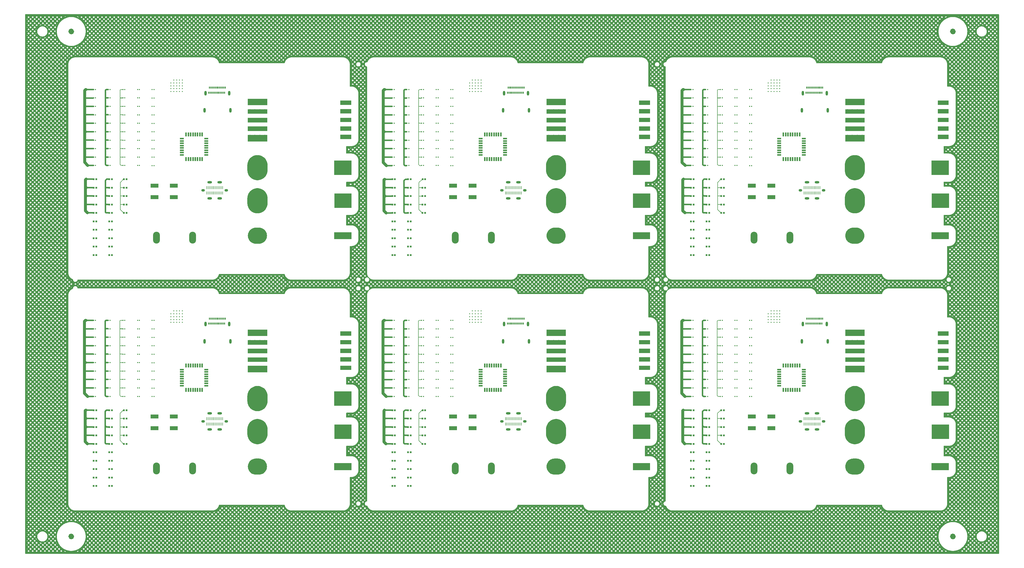
<source format=gbr>
%TF.GenerationSoftware,KiCad,Pcbnew,7.0.5*%
%TF.CreationDate,2023-09-05T09:46:38+01:00*%
%TF.ProjectId,PANELTEST141,50414e45-4c54-4455-9354-3134312e6b69,00.00*%
%TF.SameCoordinates,PX27b9fb5PYc4a79ca*%
%TF.FileFunction,Copper,L1,Top*%
%TF.FilePolarity,Positive*%
%FSLAX46Y46*%
G04 Gerber Fmt 4.6, Leading zero omitted, Abs format (unit mm)*
G04 Created by KiCad (PCBNEW 7.0.5) date 2023-09-05 09:46:38*
%MOMM*%
%LPD*%
G01*
G04 APERTURE LIST*
%TA.AperFunction,EtchedComponent*%
%ADD10C,0.100000*%
%TD*%
%TA.AperFunction,EtchedComponent*%
%ADD11C,0.200000*%
%TD*%
%TA.AperFunction,EtchedComponent*%
%ADD12C,0.990000*%
%TD*%
%TA.AperFunction,ComponentPad*%
%ADD13O,2.400000X4.100000*%
%TD*%
%TA.AperFunction,SMDPad,CuDef*%
%ADD14R,2.750000X1.400000*%
%TD*%
%TA.AperFunction,SMDPad,CuDef*%
%ADD15R,0.460000X0.420000*%
%TD*%
%TA.AperFunction,SMDPad,CuDef*%
%ADD16R,0.508000X0.508000*%
%TD*%
%TA.AperFunction,SMDPad,CuDef*%
%ADD17R,0.300000X0.700000*%
%TD*%
%TA.AperFunction,ComponentPad*%
%ADD18O,0.800000X1.600000*%
%TD*%
%TA.AperFunction,ComponentPad*%
%ADD19O,1.200000X0.900000*%
%TD*%
%TA.AperFunction,ComponentPad*%
%ADD20O,1.600000X0.800000*%
%TD*%
%TA.AperFunction,SMDPad,CuDef*%
%ADD21R,0.280000X1.060000*%
%TD*%
%TA.AperFunction,ComponentPad*%
%ADD22C,1.498600*%
%TD*%
%TA.AperFunction,ComponentPad*%
%ADD23C,1.524000*%
%TD*%
%TA.AperFunction,SMDPad,CuDef*%
%ADD24R,1.475000X0.600000*%
%TD*%
%TA.AperFunction,SMDPad,CuDef*%
%ADD25R,0.600000X1.475000*%
%TD*%
%TA.AperFunction,SMDPad,CuDef*%
%ADD26C,0.355600*%
%TD*%
%TA.AperFunction,Conductor*%
%ADD27C,0.200000*%
%TD*%
%TA.AperFunction,Conductor*%
%ADD28C,0.500000*%
%TD*%
%TA.AperFunction,Conductor*%
%ADD29C,1.000000*%
%TD*%
%TA.AperFunction,Conductor*%
%ADD30C,0.250000*%
%TD*%
%TA.AperFunction,Conductor*%
%ADD31C,0.000000*%
%TD*%
G04 APERTURE END LIST*
%TA.AperFunction,NonConductor*%
G36*
X109349871Y77160377D02*
G01*
X113129871Y77160377D01*
X113129871Y75660377D01*
X109349871Y75660377D01*
X109349871Y77160377D01*
G37*
%TD.AperFunction*%
%TA.AperFunction,NonConductor*%
G36*
X316559871Y74160377D02*
G01*
X320339871Y74160377D01*
X320339871Y72660377D01*
X316559871Y72660377D01*
X316559871Y74160377D01*
G37*
%TD.AperFunction*%
%TA.AperFunction,NonConductor*%
G36*
X316549871Y145380377D02*
G01*
X320329871Y145380377D01*
X320329871Y143880377D01*
X316549871Y143880377D01*
X316549871Y145380377D01*
G37*
%TD.AperFunction*%
%TA.AperFunction,NonConductor*%
G36*
X109359871Y68160377D02*
G01*
X113139871Y68160377D01*
X113139871Y66660377D01*
X109359871Y66660377D01*
X109359871Y68160377D01*
G37*
%TD.AperFunction*%
%TA.AperFunction,NonConductor*%
G36*
X210849871Y44860377D02*
G01*
X216849871Y44860377D01*
X216849871Y39860377D01*
X210849871Y39860377D01*
X210849871Y44860377D01*
G37*
%TD.AperFunction*%
%TA.AperFunction,NonConductor*%
G36*
X109359871Y154280377D02*
G01*
X113139871Y154280377D01*
X113139871Y152780377D01*
X109359871Y152780377D01*
X109359871Y154280377D01*
G37*
%TD.AperFunction*%
%TA.AperFunction,NonConductor*%
G36*
X210799871Y136460377D02*
G01*
X216799871Y136460377D01*
X216799871Y131460377D01*
X210799871Y131460377D01*
X210799871Y136460377D01*
G37*
%TD.AperFunction*%
%TA.AperFunction,NonConductor*%
G36*
X316549871Y65260377D02*
G01*
X320329871Y65260377D01*
X320329871Y63760377D01*
X316549871Y63760377D01*
X316549871Y65260377D01*
G37*
%TD.AperFunction*%
%TA.AperFunction,NonConductor*%
G36*
X314449871Y124980377D02*
G01*
X320449871Y124980377D01*
X320449871Y119980377D01*
X314449871Y119980377D01*
X314449871Y124980377D01*
G37*
%TD.AperFunction*%
%TA.AperFunction,NonConductor*%
G36*
X210799871Y31440377D02*
G01*
X216799871Y31440377D01*
X216799871Y29040377D01*
X210799871Y29040377D01*
X210799871Y31440377D01*
G37*
%TD.AperFunction*%
%TA.AperFunction,NonConductor*%
G36*
X109349871Y65260377D02*
G01*
X113129871Y65260377D01*
X113129871Y63760377D01*
X109349871Y63760377D01*
X109349871Y65260377D01*
G37*
%TD.AperFunction*%
%TA.AperFunction,NonConductor*%
G36*
X107199871Y31440377D02*
G01*
X113199871Y31440377D01*
X113199871Y29040377D01*
X107199871Y29040377D01*
X107199871Y31440377D01*
G37*
%TD.AperFunction*%
%TA.AperFunction,NonConductor*%
G36*
X316559871Y71160377D02*
G01*
X320339871Y71160377D01*
X320339871Y69660377D01*
X316559871Y69660377D01*
X316559871Y71160377D01*
G37*
%TD.AperFunction*%
%TA.AperFunction,NonConductor*%
G36*
X314399871Y31440377D02*
G01*
X320399871Y31440377D01*
X320399871Y29040377D01*
X314399871Y29040377D01*
X314399871Y31440377D01*
G37*
%TD.AperFunction*%
%TA.AperFunction,NonConductor*%
G36*
X107249871Y124980377D02*
G01*
X113249871Y124980377D01*
X113249871Y119980377D01*
X107249871Y119980377D01*
X107249871Y124980377D01*
G37*
%TD.AperFunction*%
%TA.AperFunction,NonConductor*%
G36*
X109349871Y145380377D02*
G01*
X113129871Y145380377D01*
X113129871Y143880377D01*
X109349871Y143880377D01*
X109349871Y145380377D01*
G37*
%TD.AperFunction*%
%TA.AperFunction,NonConductor*%
G36*
X107199871Y136460377D02*
G01*
X113199871Y136460377D01*
X113199871Y131460377D01*
X107199871Y131460377D01*
X107199871Y136460377D01*
G37*
%TD.AperFunction*%
%TA.AperFunction,NonConductor*%
G36*
X314399871Y56340377D02*
G01*
X320399871Y56340377D01*
X320399871Y51340377D01*
X314399871Y51340377D01*
X314399871Y56340377D01*
G37*
%TD.AperFunction*%
%TA.AperFunction,NonConductor*%
G36*
X212959871Y151280377D02*
G01*
X216739871Y151280377D01*
X216739871Y149780377D01*
X212959871Y149780377D01*
X212959871Y151280377D01*
G37*
%TD.AperFunction*%
%TA.AperFunction,NonConductor*%
G36*
X109359871Y74160377D02*
G01*
X113139871Y74160377D01*
X113139871Y72660377D01*
X109359871Y72660377D01*
X109359871Y74160377D01*
G37*
%TD.AperFunction*%
%TA.AperFunction,NonConductor*%
G36*
X316549871Y157280377D02*
G01*
X320329871Y157280377D01*
X320329871Y155780377D01*
X316549871Y155780377D01*
X316549871Y157280377D01*
G37*
%TD.AperFunction*%
%TA.AperFunction,NonConductor*%
G36*
X212959871Y154280377D02*
G01*
X216739871Y154280377D01*
X216739871Y152780377D01*
X212959871Y152780377D01*
X212959871Y154280377D01*
G37*
%TD.AperFunction*%
%TA.AperFunction,NonConductor*%
G36*
X212959871Y148280377D02*
G01*
X216739871Y148280377D01*
X216739871Y146780377D01*
X212959871Y146780377D01*
X212959871Y148280377D01*
G37*
%TD.AperFunction*%
%TA.AperFunction,NonConductor*%
G36*
X212949871Y65260377D02*
G01*
X216729871Y65260377D01*
X216729871Y63760377D01*
X212949871Y63760377D01*
X212949871Y65260377D01*
G37*
%TD.AperFunction*%
%TA.AperFunction,NonConductor*%
G36*
X210799871Y111560377D02*
G01*
X216799871Y111560377D01*
X216799871Y109160377D01*
X210799871Y109160377D01*
X210799871Y111560377D01*
G37*
%TD.AperFunction*%
%TA.AperFunction,NonConductor*%
G36*
X107249871Y44860377D02*
G01*
X113249871Y44860377D01*
X113249871Y39860377D01*
X107249871Y39860377D01*
X107249871Y44860377D01*
G37*
%TD.AperFunction*%
%TA.AperFunction,NonConductor*%
G36*
X109349871Y157280377D02*
G01*
X113129871Y157280377D01*
X113129871Y155780377D01*
X109349871Y155780377D01*
X109349871Y157280377D01*
G37*
%TD.AperFunction*%
%TA.AperFunction,NonConductor*%
G36*
X107199871Y56340377D02*
G01*
X113199871Y56340377D01*
X113199871Y51340377D01*
X107199871Y51340377D01*
X107199871Y56340377D01*
G37*
%TD.AperFunction*%
%TA.AperFunction,NonConductor*%
G36*
X212959871Y71160377D02*
G01*
X216739871Y71160377D01*
X216739871Y69660377D01*
X212959871Y69660377D01*
X212959871Y71160377D01*
G37*
%TD.AperFunction*%
%TA.AperFunction,NonConductor*%
G36*
X314449871Y44860377D02*
G01*
X320449871Y44860377D01*
X320449871Y39860377D01*
X314449871Y39860377D01*
X314449871Y44860377D01*
G37*
%TD.AperFunction*%
%TA.AperFunction,NonConductor*%
G36*
X316559871Y68160377D02*
G01*
X320339871Y68160377D01*
X320339871Y66660377D01*
X316559871Y66660377D01*
X316559871Y68160377D01*
G37*
%TD.AperFunction*%
%TA.AperFunction,NonConductor*%
G36*
X109359871Y148280377D02*
G01*
X113139871Y148280377D01*
X113139871Y146780377D01*
X109359871Y146780377D01*
X109359871Y148280377D01*
G37*
%TD.AperFunction*%
%TA.AperFunction,NonConductor*%
G36*
X212949871Y145380377D02*
G01*
X216729871Y145380377D01*
X216729871Y143880377D01*
X212949871Y143880377D01*
X212949871Y145380377D01*
G37*
%TD.AperFunction*%
%TA.AperFunction,NonConductor*%
G36*
X212959871Y74160377D02*
G01*
X216739871Y74160377D01*
X216739871Y72660377D01*
X212959871Y72660377D01*
X212959871Y74160377D01*
G37*
%TD.AperFunction*%
%TA.AperFunction,NonConductor*%
G36*
X210799871Y56340377D02*
G01*
X216799871Y56340377D01*
X216799871Y51340377D01*
X210799871Y51340377D01*
X210799871Y56340377D01*
G37*
%TD.AperFunction*%
%TA.AperFunction,NonConductor*%
G36*
X109359871Y151280377D02*
G01*
X113139871Y151280377D01*
X113139871Y149780377D01*
X109359871Y149780377D01*
X109359871Y151280377D01*
G37*
%TD.AperFunction*%
%TA.AperFunction,NonConductor*%
G36*
X107199871Y111560377D02*
G01*
X113199871Y111560377D01*
X113199871Y109160377D01*
X107199871Y109160377D01*
X107199871Y111560377D01*
G37*
%TD.AperFunction*%
%TA.AperFunction,NonConductor*%
G36*
X314399871Y136460377D02*
G01*
X320399871Y136460377D01*
X320399871Y131460377D01*
X314399871Y131460377D01*
X314399871Y136460377D01*
G37*
%TD.AperFunction*%
%TA.AperFunction,NonConductor*%
G36*
X316559871Y151280377D02*
G01*
X320339871Y151280377D01*
X320339871Y149780377D01*
X316559871Y149780377D01*
X316559871Y151280377D01*
G37*
%TD.AperFunction*%
%TA.AperFunction,NonConductor*%
G36*
X212949871Y77160377D02*
G01*
X216729871Y77160377D01*
X216729871Y75660377D01*
X212949871Y75660377D01*
X212949871Y77160377D01*
G37*
%TD.AperFunction*%
%TA.AperFunction,NonConductor*%
G36*
X316559871Y154280377D02*
G01*
X320339871Y154280377D01*
X320339871Y152780377D01*
X316559871Y152780377D01*
X316559871Y154280377D01*
G37*
%TD.AperFunction*%
%TA.AperFunction,NonConductor*%
G36*
X212949871Y157280377D02*
G01*
X216729871Y157280377D01*
X216729871Y155780377D01*
X212949871Y155780377D01*
X212949871Y157280377D01*
G37*
%TD.AperFunction*%
%TA.AperFunction,NonConductor*%
G36*
X109359871Y71160377D02*
G01*
X113139871Y71160377D01*
X113139871Y69660377D01*
X109359871Y69660377D01*
X109359871Y71160377D01*
G37*
%TD.AperFunction*%
%TA.AperFunction,NonConductor*%
G36*
X316559871Y148280377D02*
G01*
X320339871Y148280377D01*
X320339871Y146780377D01*
X316559871Y146780377D01*
X316559871Y148280377D01*
G37*
%TD.AperFunction*%
%TA.AperFunction,NonConductor*%
G36*
X212959871Y68160377D02*
G01*
X216739871Y68160377D01*
X216739871Y66660377D01*
X212959871Y66660377D01*
X212959871Y68160377D01*
G37*
%TD.AperFunction*%
%TA.AperFunction,NonConductor*%
G36*
X314399871Y111560377D02*
G01*
X320399871Y111560377D01*
X320399871Y109160377D01*
X314399871Y109160377D01*
X314399871Y111560377D01*
G37*
%TD.AperFunction*%
%TA.AperFunction,NonConductor*%
G36*
X316549871Y77160377D02*
G01*
X320329871Y77160377D01*
X320329871Y75660377D01*
X316549871Y75660377D01*
X316549871Y77160377D01*
G37*
%TD.AperFunction*%
%TA.AperFunction,NonConductor*%
G36*
X210849871Y124980377D02*
G01*
X216849871Y124980377D01*
X216849871Y119980377D01*
X210849871Y119980377D01*
X210849871Y124980377D01*
G37*
%TD.AperFunction*%
D10*
%TO.C,R112*%
X132505871Y127304377D02*
X133013871Y127304377D01*
X132505871Y126796377D02*
X132505871Y127304377D01*
X133013871Y127304377D02*
X133013871Y126796377D01*
X133013871Y126796377D02*
X132505871Y126796377D01*
X133420871Y127304377D02*
X133928871Y127304377D01*
X133420871Y126796377D02*
X133420871Y127304377D01*
X133928871Y127304377D02*
X133928871Y126796377D01*
X133928871Y126796377D02*
X133420871Y126796377D01*
%TO.C,R104*%
X127065871Y121464377D02*
X127573871Y121464377D01*
X127065871Y120956377D02*
X127065871Y121464377D01*
X127573871Y121464377D02*
X127573871Y120956377D01*
X127573871Y120956377D02*
X127065871Y120956377D01*
X127980871Y121464377D02*
X128488871Y121464377D01*
X127980871Y120956377D02*
X127980871Y121464377D01*
X128488871Y121464377D02*
X128488871Y120956377D01*
X128488871Y120956377D02*
X127980871Y120956377D01*
%TO.C,R114*%
X28905871Y41344377D02*
X29413871Y41344377D01*
X28905871Y40836377D02*
X28905871Y41344377D01*
X29413871Y41344377D02*
X29413871Y40836377D01*
X29413871Y40836377D02*
X28905871Y40836377D01*
X29820871Y41344377D02*
X30328871Y41344377D01*
X29820871Y40836377D02*
X29820871Y41344377D01*
X30328871Y41344377D02*
X30328871Y40836377D01*
X30328871Y40836377D02*
X29820871Y40836377D01*
%TO.C,R116*%
X28905871Y115624377D02*
X29413871Y115624377D01*
X28905871Y115116377D02*
X28905871Y115624377D01*
X29413871Y115624377D02*
X29413871Y115116377D01*
X29413871Y115116377D02*
X28905871Y115116377D01*
X29820871Y115624377D02*
X30328871Y115624377D01*
X29820871Y115116377D02*
X29820871Y115624377D01*
X30328871Y115624377D02*
X30328871Y115116377D01*
X30328871Y115116377D02*
X29820871Y115116377D01*
%TO.C,R123*%
X33952633Y124384377D02*
X34460633Y124384377D01*
X33952633Y123876377D02*
X33952633Y124384377D01*
X34460633Y124384377D02*
X34460633Y123876377D01*
X34460633Y123876377D02*
X33952633Y123876377D01*
X34867633Y124384377D02*
X35375633Y124384377D01*
X34867633Y123876377D02*
X34867633Y124384377D01*
X35375633Y124384377D02*
X35375633Y123876377D01*
X35375633Y123876377D02*
X34867633Y123876377D01*
%TO.C,R103*%
X23465871Y124384377D02*
X23973871Y124384377D01*
X23465871Y123876377D02*
X23465871Y124384377D01*
X23973871Y124384377D02*
X23973871Y123876377D01*
X23973871Y123876377D02*
X23465871Y123876377D01*
X24380871Y124384377D02*
X24888871Y124384377D01*
X24380871Y123876377D02*
X24380871Y124384377D01*
X24888871Y124384377D02*
X24888871Y123876377D01*
X24888871Y123876377D02*
X24380871Y123876377D01*
%TO.C,R104*%
X23465871Y121464377D02*
X23973871Y121464377D01*
X23465871Y120956377D02*
X23465871Y121464377D01*
X23973871Y121464377D02*
X23973871Y120956377D01*
X23973871Y120956377D02*
X23465871Y120956377D01*
X24380871Y121464377D02*
X24888871Y121464377D01*
X24380871Y120956377D02*
X24380871Y121464377D01*
X24888871Y121464377D02*
X24888871Y120956377D01*
X24888871Y120956377D02*
X24380871Y120956377D01*
%TO.C,R114*%
X132505871Y121464377D02*
X133013871Y121464377D01*
X132505871Y120956377D02*
X132505871Y121464377D01*
X133013871Y121464377D02*
X133013871Y120956377D01*
X133013871Y120956377D02*
X132505871Y120956377D01*
X133420871Y121464377D02*
X133928871Y121464377D01*
X133420871Y120956377D02*
X133420871Y121464377D01*
X133928871Y121464377D02*
X133928871Y120956377D01*
X133928871Y120956377D02*
X133420871Y120956377D01*
%TO.C,R125*%
X33952633Y38424377D02*
X34460633Y38424377D01*
X33952633Y37916377D02*
X33952633Y38424377D01*
X34460633Y38424377D02*
X34460633Y37916377D01*
X34460633Y37916377D02*
X33952633Y37916377D01*
X34867633Y38424377D02*
X35375633Y38424377D01*
X34867633Y37916377D02*
X34867633Y38424377D01*
X35375633Y38424377D02*
X35375633Y37916377D01*
X35375633Y37916377D02*
X34867633Y37916377D01*
%TO.C,R121*%
X33955871Y130224377D02*
X34463871Y130224377D01*
X33955871Y129716377D02*
X33955871Y130224377D01*
X34463871Y130224377D02*
X34463871Y129716377D01*
X34463871Y129716377D02*
X33955871Y129716377D01*
X34870871Y130224377D02*
X35378871Y130224377D01*
X34870871Y129716377D02*
X34870871Y130224377D01*
X35378871Y130224377D02*
X35378871Y129716377D01*
X35378871Y129716377D02*
X34870871Y129716377D01*
%TO.C,R125*%
X33952633Y118544377D02*
X34460633Y118544377D01*
X33952633Y118036377D02*
X33952633Y118544377D01*
X34460633Y118544377D02*
X34460633Y118036377D01*
X34460633Y118036377D02*
X33952633Y118036377D01*
X34867633Y118544377D02*
X35375633Y118544377D01*
X34867633Y118036377D02*
X34867633Y118544377D01*
X35375633Y118544377D02*
X35375633Y118036377D01*
X35375633Y118036377D02*
X34867633Y118036377D01*
%TO.C,R114*%
X236105871Y121464377D02*
X236613871Y121464377D01*
X236105871Y120956377D02*
X236105871Y121464377D01*
X236613871Y121464377D02*
X236613871Y120956377D01*
X236613871Y120956377D02*
X236105871Y120956377D01*
X237020871Y121464377D02*
X237528871Y121464377D01*
X237020871Y120956377D02*
X237020871Y121464377D01*
X237528871Y121464377D02*
X237528871Y120956377D01*
X237528871Y120956377D02*
X237020871Y120956377D01*
%TO.C,R103*%
X230665871Y124384377D02*
X231173871Y124384377D01*
X230665871Y123876377D02*
X230665871Y124384377D01*
X231173871Y124384377D02*
X231173871Y123876377D01*
X231173871Y123876377D02*
X230665871Y123876377D01*
X231580871Y124384377D02*
X232088871Y124384377D01*
X231580871Y123876377D02*
X231580871Y124384377D01*
X232088871Y124384377D02*
X232088871Y123876377D01*
X232088871Y123876377D02*
X231580871Y123876377D01*
%TO.C,R119*%
X28905871Y106864377D02*
X29413871Y106864377D01*
X28905871Y106356377D02*
X28905871Y106864377D01*
X29413871Y106864377D02*
X29413871Y106356377D01*
X29413871Y106356377D02*
X28905871Y106356377D01*
X29820871Y106864377D02*
X30328871Y106864377D01*
X29820871Y106356377D02*
X29820871Y106864377D01*
X30328871Y106864377D02*
X30328871Y106356377D01*
X30328871Y106356377D02*
X29820871Y106356377D01*
%TO.C,TAB1*%
X77269889Y77740377D02*
X83889889Y77740377D01*
X83889889Y77740377D02*
X83889889Y75640377D01*
X83889889Y75640377D02*
X77269889Y75640377D01*
X77269889Y75640377D02*
X77269889Y77740377D01*
G36*
X77269889Y77740377D02*
G01*
X83889889Y77740377D01*
X83889889Y75640377D01*
X77269889Y75640377D01*
X77269889Y77740377D01*
G37*
X77269889Y74140377D02*
X83889889Y74140377D01*
X83889889Y74140377D02*
X83889889Y72640377D01*
X83889889Y72640377D02*
X77269889Y72640377D01*
X77269889Y72640377D02*
X77269889Y74140377D01*
G36*
X77269889Y74140377D02*
G01*
X83889889Y74140377D01*
X83889889Y72640377D01*
X77269889Y72640377D01*
X77269889Y74140377D01*
G37*
X77269889Y71140377D02*
X83889889Y71140377D01*
X83889889Y71140377D02*
X83889889Y69640377D01*
X83889889Y69640377D02*
X77269889Y69640377D01*
X77269889Y69640377D02*
X77269889Y71140377D01*
G36*
X77269889Y71140377D02*
G01*
X83889889Y71140377D01*
X83889889Y69640377D01*
X77269889Y69640377D01*
X77269889Y71140377D01*
G37*
X77269889Y68140377D02*
X83889889Y68140377D01*
X83889889Y68140377D02*
X83889889Y66640377D01*
X83889889Y66640377D02*
X77269889Y66640377D01*
X77269889Y66640377D02*
X77269889Y68140377D01*
G36*
X77269889Y68140377D02*
G01*
X83889889Y68140377D01*
X83889889Y66640377D01*
X77269889Y66640377D01*
X77269889Y68140377D01*
G37*
X77269889Y65250377D02*
X83889889Y65250377D01*
X83889889Y65250377D02*
X83889889Y63040377D01*
X83889889Y63040377D02*
X77269889Y63040377D01*
X77269889Y63040377D02*
X77269889Y65250377D01*
G36*
X77269889Y65250377D02*
G01*
X83889889Y65250377D01*
X83889889Y63040377D01*
X77269889Y63040377D01*
X77269889Y65250377D01*
G37*
%TO.C,R122*%
X241152633Y47184377D02*
X241660633Y47184377D01*
X241152633Y46676377D02*
X241152633Y47184377D01*
X241660633Y47184377D02*
X241660633Y46676377D01*
X241660633Y46676377D02*
X241152633Y46676377D01*
X242067633Y47184377D02*
X242575633Y47184377D01*
X242067633Y46676377D02*
X242067633Y47184377D01*
X242575633Y47184377D02*
X242575633Y46676377D01*
X242575633Y46676377D02*
X242067633Y46676377D01*
%TO.C,R117*%
X28905871Y112704377D02*
X29413871Y112704377D01*
X28905871Y112196377D02*
X28905871Y112704377D01*
X29413871Y112704377D02*
X29413871Y112196377D01*
X29413871Y112196377D02*
X28905871Y112196377D01*
X29820871Y112704377D02*
X30328871Y112704377D01*
X29820871Y112196377D02*
X29820871Y112704377D01*
X30328871Y112704377D02*
X30328871Y112196377D01*
X30328871Y112196377D02*
X29820871Y112196377D01*
%TO.C,TAB2*%
D11*
X184729949Y138205587D02*
X185089486Y138126447D01*
X185438360Y138008898D01*
X185772479Y137854318D01*
X186087926Y137664520D01*
X186381003Y137441728D01*
X186648275Y137188555D01*
X186886606Y136907969D01*
X187093204Y136603260D01*
X187265646Y136278000D01*
X187401911Y135936002D01*
X187500400Y135581276D01*
X187559959Y135217982D01*
X187579890Y134850378D01*
X187579890Y134850377D01*
X187579890Y133070377D01*
X187559959Y132702772D01*
X187500400Y132339478D01*
X187401911Y131984752D01*
X187265646Y131642754D01*
X187093204Y131317494D01*
X186886606Y131012785D01*
X186648275Y130732199D01*
X186381003Y130479026D01*
X186087926Y130256234D01*
X185772479Y130066436D01*
X185438360Y129911856D01*
X185089486Y129794307D01*
X184729949Y129715167D01*
X184363962Y129675363D01*
X183995818Y129675363D01*
X183629831Y129715167D01*
X183270294Y129794307D01*
X182921420Y129911856D01*
X182587301Y130066436D01*
X182271854Y130256234D01*
X181978777Y130479026D01*
X181711505Y130732199D01*
X181473174Y131012785D01*
X181266576Y131317494D01*
X181094134Y131642754D01*
X180957869Y131984752D01*
X180859380Y132339478D01*
X180799821Y132702772D01*
X180779890Y133070377D01*
X180779890Y134850377D01*
X180779889Y134850378D01*
X180799821Y135217982D01*
X180859380Y135581276D01*
X180957869Y135936002D01*
X181094134Y136278000D01*
X181266576Y136603260D01*
X181473174Y136907969D01*
X181711505Y137188555D01*
X181978777Y137441728D01*
X182271854Y137664520D01*
X182587301Y137854318D01*
X182921420Y138008898D01*
X183270294Y138126447D01*
X183629831Y138205587D01*
X183995818Y138245391D01*
X184363962Y138245391D01*
X184729949Y138205587D01*
%TA.AperFunction,EtchedComponent*%
G36*
X184729949Y138205587D02*
G01*
X185089486Y138126447D01*
X185438360Y138008898D01*
X185772479Y137854318D01*
X186087926Y137664520D01*
X186381003Y137441728D01*
X186648275Y137188555D01*
X186886606Y136907969D01*
X187093204Y136603260D01*
X187265646Y136278000D01*
X187401911Y135936002D01*
X187500400Y135581276D01*
X187559959Y135217982D01*
X187579890Y134850378D01*
X187579890Y134850377D01*
X187579890Y133070377D01*
X187559959Y132702772D01*
X187500400Y132339478D01*
X187401911Y131984752D01*
X187265646Y131642754D01*
X187093204Y131317494D01*
X186886606Y131012785D01*
X186648275Y130732199D01*
X186381003Y130479026D01*
X186087926Y130256234D01*
X185772479Y130066436D01*
X185438360Y129911856D01*
X185089486Y129794307D01*
X184729949Y129715167D01*
X184363962Y129675363D01*
X183995818Y129675363D01*
X183629831Y129715167D01*
X183270294Y129794307D01*
X182921420Y129911856D01*
X182587301Y130066436D01*
X182271854Y130256234D01*
X181978777Y130479026D01*
X181711505Y130732199D01*
X181473174Y131012785D01*
X181266576Y131317494D01*
X181094134Y131642754D01*
X180957869Y131984752D01*
X180859380Y132339478D01*
X180799821Y132702772D01*
X180779890Y133070377D01*
X180779890Y134850377D01*
X180779889Y134850378D01*
X180799821Y135217982D01*
X180859380Y135581276D01*
X180957869Y135936002D01*
X181094134Y136278000D01*
X181266576Y136603260D01*
X181473174Y136907969D01*
X181711505Y137188555D01*
X181978777Y137441728D01*
X182271854Y137664520D01*
X182587301Y137854318D01*
X182921420Y138008898D01*
X183270294Y138126447D01*
X183629831Y138205587D01*
X183995818Y138245391D01*
X184363962Y138245391D01*
X184729949Y138205587D01*
G37*
%TD.AperFunction*%
D10*
%TO.C,R123*%
X241152633Y124384377D02*
X241660633Y124384377D01*
X241152633Y123876377D02*
X241152633Y124384377D01*
X241660633Y124384377D02*
X241660633Y123876377D01*
X241660633Y123876377D02*
X241152633Y123876377D01*
X242067633Y124384377D02*
X242575633Y124384377D01*
X242067633Y123876377D02*
X242067633Y124384377D01*
X242575633Y124384377D02*
X242575633Y123876377D01*
X242575633Y123876377D02*
X242067633Y123876377D01*
%TO.C,R125*%
X241152633Y38424377D02*
X241660633Y38424377D01*
X241152633Y37916377D02*
X241152633Y38424377D01*
X241660633Y38424377D02*
X241660633Y37916377D01*
X241660633Y37916377D02*
X241152633Y37916377D01*
X242067633Y38424377D02*
X242575633Y38424377D01*
X242067633Y37916377D02*
X242067633Y38424377D01*
X242575633Y38424377D02*
X242575633Y37916377D01*
X242575633Y37916377D02*
X242067633Y37916377D01*
%TO.C,TAB4*%
D11*
X288633273Y32917214D02*
X288953560Y32858520D01*
X289264437Y32761646D01*
X289561371Y32628007D01*
X289840031Y32459551D01*
X290096355Y32258735D01*
X290326604Y32028486D01*
X290527420Y31772162D01*
X290695876Y31493502D01*
X290829515Y31196568D01*
X290926389Y30885691D01*
X290985083Y30565404D01*
X291004744Y30240377D01*
X290985083Y29915350D01*
X290926389Y29595063D01*
X290829515Y29284186D01*
X290695876Y28987252D01*
X290527420Y28708592D01*
X290326604Y28452268D01*
X290096355Y28222019D01*
X289840031Y28021203D01*
X289561371Y27852747D01*
X289264437Y27719108D01*
X288953560Y27622234D01*
X288633273Y27563540D01*
X288308246Y27543879D01*
X288308229Y27543880D01*
X287248263Y27543880D01*
X287248246Y27543879D01*
X286923219Y27563540D01*
X286602932Y27622234D01*
X286292055Y27719108D01*
X285995121Y27852747D01*
X285716461Y28021203D01*
X285460137Y28222019D01*
X285229888Y28452268D01*
X285029072Y28708592D01*
X284860616Y28987252D01*
X284726977Y29284186D01*
X284630103Y29595063D01*
X284571409Y29915350D01*
X284551748Y30240377D01*
X284571409Y30565404D01*
X284630103Y30885691D01*
X284726977Y31196568D01*
X284860616Y31493502D01*
X285029072Y31772162D01*
X285229888Y32028486D01*
X285460137Y32258735D01*
X285716461Y32459551D01*
X285995121Y32628007D01*
X286292055Y32761646D01*
X286602932Y32858520D01*
X286923219Y32917214D01*
X287248246Y32936875D01*
X287248263Y32936874D01*
X288308229Y32936874D01*
X288308246Y32936875D01*
X288633273Y32917214D01*
%TA.AperFunction,EtchedComponent*%
G36*
X288633273Y32917214D02*
G01*
X288953560Y32858520D01*
X289264437Y32761646D01*
X289561371Y32628007D01*
X289840031Y32459551D01*
X290096355Y32258735D01*
X290326604Y32028486D01*
X290527420Y31772162D01*
X290695876Y31493502D01*
X290829515Y31196568D01*
X290926389Y30885691D01*
X290985083Y30565404D01*
X291004744Y30240377D01*
X290985083Y29915350D01*
X290926389Y29595063D01*
X290829515Y29284186D01*
X290695876Y28987252D01*
X290527420Y28708592D01*
X290326604Y28452268D01*
X290096355Y28222019D01*
X289840031Y28021203D01*
X289561371Y27852747D01*
X289264437Y27719108D01*
X288953560Y27622234D01*
X288633273Y27563540D01*
X288308246Y27543879D01*
X288308229Y27543880D01*
X287248263Y27543880D01*
X287248246Y27543879D01*
X286923219Y27563540D01*
X286602932Y27622234D01*
X286292055Y27719108D01*
X285995121Y27852747D01*
X285716461Y28021203D01*
X285460137Y28222019D01*
X285229888Y28452268D01*
X285029072Y28708592D01*
X284860616Y28987252D01*
X284726977Y29284186D01*
X284630103Y29595063D01*
X284571409Y29915350D01*
X284551748Y30240377D01*
X284571409Y30565404D01*
X284630103Y30885691D01*
X284726977Y31196568D01*
X284860616Y31493502D01*
X285029072Y31772162D01*
X285229888Y32028486D01*
X285460137Y32258735D01*
X285716461Y32459551D01*
X285995121Y32628007D01*
X286292055Y32761646D01*
X286602932Y32858520D01*
X286923219Y32917214D01*
X287248246Y32936875D01*
X287248263Y32936874D01*
X288308229Y32936874D01*
X288308246Y32936875D01*
X288633273Y32917214D01*
G37*
%TD.AperFunction*%
D10*
%TO.C,R116*%
X236105871Y35504377D02*
X236613871Y35504377D01*
X236105871Y34996377D02*
X236105871Y35504377D01*
X236613871Y35504377D02*
X236613871Y34996377D01*
X236613871Y34996377D02*
X236105871Y34996377D01*
X237020871Y35504377D02*
X237528871Y35504377D01*
X237020871Y34996377D02*
X237020871Y35504377D01*
X237528871Y35504377D02*
X237528871Y34996377D01*
X237528871Y34996377D02*
X237020871Y34996377D01*
%TO.C,TAB3*%
D11*
X81129949Y126735587D02*
X81489486Y126656447D01*
X81838360Y126538898D01*
X82172479Y126384318D01*
X82487926Y126194520D01*
X82781003Y125971728D01*
X83048275Y125718555D01*
X83286606Y125437969D01*
X83493204Y125133260D01*
X83665646Y124808000D01*
X83801911Y124466002D01*
X83900400Y124111276D01*
X83959959Y123747982D01*
X83979890Y123380378D01*
X83979890Y123380377D01*
X83979890Y121600377D01*
X83959959Y121232772D01*
X83900400Y120869478D01*
X83801911Y120514752D01*
X83665646Y120172754D01*
X83493204Y119847494D01*
X83286606Y119542785D01*
X83048275Y119262199D01*
X82781003Y119009026D01*
X82487926Y118786234D01*
X82172479Y118596436D01*
X81838360Y118441856D01*
X81489486Y118324307D01*
X81129949Y118245167D01*
X80763962Y118205363D01*
X80395818Y118205363D01*
X80029831Y118245167D01*
X79670294Y118324307D01*
X79321420Y118441856D01*
X78987301Y118596436D01*
X78671854Y118786234D01*
X78378777Y119009026D01*
X78111505Y119262199D01*
X77873174Y119542785D01*
X77666576Y119847494D01*
X77494134Y120172754D01*
X77357869Y120514752D01*
X77259380Y120869478D01*
X77199821Y121232772D01*
X77179890Y121600377D01*
X77179890Y123380377D01*
X77179889Y123380378D01*
X77199821Y123747982D01*
X77259380Y124111276D01*
X77357869Y124466002D01*
X77494134Y124808000D01*
X77666576Y125133260D01*
X77873174Y125437969D01*
X78111505Y125718555D01*
X78378777Y125971728D01*
X78671854Y126194520D01*
X78987301Y126384318D01*
X79321420Y126538898D01*
X79670294Y126656447D01*
X80029831Y126735587D01*
X80395818Y126775391D01*
X80763962Y126775391D01*
X81129949Y126735587D01*
%TA.AperFunction,EtchedComponent*%
G36*
X81129949Y126735587D02*
G01*
X81489486Y126656447D01*
X81838360Y126538898D01*
X82172479Y126384318D01*
X82487926Y126194520D01*
X82781003Y125971728D01*
X83048275Y125718555D01*
X83286606Y125437969D01*
X83493204Y125133260D01*
X83665646Y124808000D01*
X83801911Y124466002D01*
X83900400Y124111276D01*
X83959959Y123747982D01*
X83979890Y123380378D01*
X83979890Y123380377D01*
X83979890Y121600377D01*
X83959959Y121232772D01*
X83900400Y120869478D01*
X83801911Y120514752D01*
X83665646Y120172754D01*
X83493204Y119847494D01*
X83286606Y119542785D01*
X83048275Y119262199D01*
X82781003Y119009026D01*
X82487926Y118786234D01*
X82172479Y118596436D01*
X81838360Y118441856D01*
X81489486Y118324307D01*
X81129949Y118245167D01*
X80763962Y118205363D01*
X80395818Y118205363D01*
X80029831Y118245167D01*
X79670294Y118324307D01*
X79321420Y118441856D01*
X78987301Y118596436D01*
X78671854Y118786234D01*
X78378777Y119009026D01*
X78111505Y119262199D01*
X77873174Y119542785D01*
X77666576Y119847494D01*
X77494134Y120172754D01*
X77357869Y120514752D01*
X77259380Y120869478D01*
X77199821Y121232772D01*
X77179890Y121600377D01*
X77179890Y123380377D01*
X77179889Y123380378D01*
X77199821Y123747982D01*
X77259380Y124111276D01*
X77357869Y124466002D01*
X77494134Y124808000D01*
X77666576Y125133260D01*
X77873174Y125437969D01*
X78111505Y125718555D01*
X78378777Y125971728D01*
X78671854Y126194520D01*
X78987301Y126384318D01*
X79321420Y126538898D01*
X79670294Y126656447D01*
X80029831Y126735587D01*
X80395818Y126775391D01*
X80763962Y126775391D01*
X81129949Y126735587D01*
G37*
%TD.AperFunction*%
D10*
%TO.C,R108*%
X23465871Y109784377D02*
X23973871Y109784377D01*
X23465871Y109276377D02*
X23465871Y109784377D01*
X23973871Y109784377D02*
X23973871Y109276377D01*
X23973871Y109276377D02*
X23465871Y109276377D01*
X24380871Y109784377D02*
X24888871Y109784377D01*
X24380871Y109276377D02*
X24380871Y109784377D01*
X24888871Y109784377D02*
X24888871Y109276377D01*
X24888871Y109276377D02*
X24380871Y109276377D01*
%TO.C,R114*%
X132505871Y41344377D02*
X133013871Y41344377D01*
X132505871Y40836377D02*
X132505871Y41344377D01*
X133013871Y41344377D02*
X133013871Y40836377D01*
X133013871Y40836377D02*
X132505871Y40836377D01*
X133420871Y41344377D02*
X133928871Y41344377D01*
X133420871Y40836377D02*
X133420871Y41344377D01*
X133928871Y41344377D02*
X133928871Y40836377D01*
X133928871Y40836377D02*
X133420871Y40836377D01*
%TO.C,R107*%
X230665871Y112704377D02*
X231173871Y112704377D01*
X230665871Y112196377D02*
X230665871Y112704377D01*
X231173871Y112704377D02*
X231173871Y112196377D01*
X231173871Y112196377D02*
X230665871Y112196377D01*
X231580871Y112704377D02*
X232088871Y112704377D01*
X231580871Y112196377D02*
X231580871Y112704377D01*
X232088871Y112704377D02*
X232088871Y112196377D01*
X232088871Y112196377D02*
X231580871Y112196377D01*
%TO.C,R113*%
X132505871Y124384377D02*
X133013871Y124384377D01*
X132505871Y123876377D02*
X132505871Y124384377D01*
X133013871Y124384377D02*
X133013871Y123876377D01*
X133013871Y123876377D02*
X132505871Y123876377D01*
X133420871Y124384377D02*
X133928871Y124384377D01*
X133420871Y123876377D02*
X133420871Y124384377D01*
X133928871Y124384377D02*
X133928871Y123876377D01*
X133928871Y123876377D02*
X133420871Y123876377D01*
%TO.C,R119*%
X132505871Y26744377D02*
X133013871Y26744377D01*
X132505871Y26236377D02*
X132505871Y26744377D01*
X133013871Y26744377D02*
X133013871Y26236377D01*
X133013871Y26236377D02*
X132505871Y26236377D01*
X133420871Y26744377D02*
X133928871Y26744377D01*
X133420871Y26236377D02*
X133420871Y26744377D01*
X133928871Y26744377D02*
X133928871Y26236377D01*
X133928871Y26236377D02*
X133420871Y26236377D01*
%TO.C,R106*%
X230665871Y35504377D02*
X231173871Y35504377D01*
X230665871Y34996377D02*
X230665871Y35504377D01*
X231173871Y35504377D02*
X231173871Y34996377D01*
X231173871Y34996377D02*
X230665871Y34996377D01*
X231580871Y35504377D02*
X232088871Y35504377D01*
X231580871Y34996377D02*
X231580871Y35504377D01*
X232088871Y35504377D02*
X232088871Y34996377D01*
X232088871Y34996377D02*
X231580871Y34996377D01*
%TO.C,TAB4*%
D11*
X81433273Y113037214D02*
X81753560Y112978520D01*
X82064437Y112881646D01*
X82361371Y112748007D01*
X82640031Y112579551D01*
X82896355Y112378735D01*
X83126604Y112148486D01*
X83327420Y111892162D01*
X83495876Y111613502D01*
X83629515Y111316568D01*
X83726389Y111005691D01*
X83785083Y110685404D01*
X83804744Y110360377D01*
X83785083Y110035350D01*
X83726389Y109715063D01*
X83629515Y109404186D01*
X83495876Y109107252D01*
X83327420Y108828592D01*
X83126604Y108572268D01*
X82896355Y108342019D01*
X82640031Y108141203D01*
X82361371Y107972747D01*
X82064437Y107839108D01*
X81753560Y107742234D01*
X81433273Y107683540D01*
X81108246Y107663879D01*
X81108229Y107663880D01*
X80048263Y107663880D01*
X80048246Y107663879D01*
X79723219Y107683540D01*
X79402932Y107742234D01*
X79092055Y107839108D01*
X78795121Y107972747D01*
X78516461Y108141203D01*
X78260137Y108342019D01*
X78029888Y108572268D01*
X77829072Y108828592D01*
X77660616Y109107252D01*
X77526977Y109404186D01*
X77430103Y109715063D01*
X77371409Y110035350D01*
X77351748Y110360377D01*
X77371409Y110685404D01*
X77430103Y111005691D01*
X77526977Y111316568D01*
X77660616Y111613502D01*
X77829072Y111892162D01*
X78029888Y112148486D01*
X78260137Y112378735D01*
X78516461Y112579551D01*
X78795121Y112748007D01*
X79092055Y112881646D01*
X79402932Y112978520D01*
X79723219Y113037214D01*
X80048246Y113056875D01*
X80048263Y113056874D01*
X81108229Y113056874D01*
X81108246Y113056875D01*
X81433273Y113037214D01*
%TA.AperFunction,EtchedComponent*%
G36*
X81433273Y113037214D02*
G01*
X81753560Y112978520D01*
X82064437Y112881646D01*
X82361371Y112748007D01*
X82640031Y112579551D01*
X82896355Y112378735D01*
X83126604Y112148486D01*
X83327420Y111892162D01*
X83495876Y111613502D01*
X83629515Y111316568D01*
X83726389Y111005691D01*
X83785083Y110685404D01*
X83804744Y110360377D01*
X83785083Y110035350D01*
X83726389Y109715063D01*
X83629515Y109404186D01*
X83495876Y109107252D01*
X83327420Y108828592D01*
X83126604Y108572268D01*
X82896355Y108342019D01*
X82640031Y108141203D01*
X82361371Y107972747D01*
X82064437Y107839108D01*
X81753560Y107742234D01*
X81433273Y107683540D01*
X81108246Y107663879D01*
X81108229Y107663880D01*
X80048263Y107663880D01*
X80048246Y107663879D01*
X79723219Y107683540D01*
X79402932Y107742234D01*
X79092055Y107839108D01*
X78795121Y107972747D01*
X78516461Y108141203D01*
X78260137Y108342019D01*
X78029888Y108572268D01*
X77829072Y108828592D01*
X77660616Y109107252D01*
X77526977Y109404186D01*
X77430103Y109715063D01*
X77371409Y110035350D01*
X77351748Y110360377D01*
X77371409Y110685404D01*
X77430103Y111005691D01*
X77526977Y111316568D01*
X77660616Y111613502D01*
X77829072Y111892162D01*
X78029888Y112148486D01*
X78260137Y112378735D01*
X78516461Y112579551D01*
X78795121Y112748007D01*
X79092055Y112881646D01*
X79402932Y112978520D01*
X79723219Y113037214D01*
X80048246Y113056875D01*
X80048263Y113056874D01*
X81108229Y113056874D01*
X81108246Y113056875D01*
X81433273Y113037214D01*
G37*
%TD.AperFunction*%
D10*
%TO.C,R104*%
X127065871Y41344377D02*
X127573871Y41344377D01*
X127065871Y40836377D02*
X127065871Y41344377D01*
X127573871Y41344377D02*
X127573871Y40836377D01*
X127573871Y40836377D02*
X127065871Y40836377D01*
X127980871Y41344377D02*
X128488871Y41344377D01*
X127980871Y40836377D02*
X127980871Y41344377D01*
X128488871Y41344377D02*
X128488871Y40836377D01*
X128488871Y40836377D02*
X127980871Y40836377D01*
%TO.C,R118*%
X236105871Y109784377D02*
X236613871Y109784377D01*
X236105871Y109276377D02*
X236105871Y109784377D01*
X236613871Y109784377D02*
X236613871Y109276377D01*
X236613871Y109276377D02*
X236105871Y109276377D01*
X237020871Y109784377D02*
X237528871Y109784377D01*
X237020871Y109276377D02*
X237020871Y109784377D01*
X237528871Y109784377D02*
X237528871Y109276377D01*
X237528871Y109276377D02*
X237020871Y109276377D01*
%TO.C,R109*%
X127065871Y106864377D02*
X127573871Y106864377D01*
X127065871Y106356377D02*
X127065871Y106864377D01*
X127573871Y106864377D02*
X127573871Y106356377D01*
X127573871Y106356377D02*
X127065871Y106356377D01*
X127980871Y106864377D02*
X128488871Y106864377D01*
X127980871Y106356377D02*
X127980871Y106864377D01*
X128488871Y106864377D02*
X128488871Y106356377D01*
X128488871Y106356377D02*
X127980871Y106356377D01*
%TO.C,R104*%
X230665871Y121464377D02*
X231173871Y121464377D01*
X230665871Y120956377D02*
X230665871Y121464377D01*
X231173871Y121464377D02*
X231173871Y120956377D01*
X231173871Y120956377D02*
X230665871Y120956377D01*
X231580871Y121464377D02*
X232088871Y121464377D01*
X231580871Y120956377D02*
X231580871Y121464377D01*
X232088871Y121464377D02*
X232088871Y120956377D01*
X232088871Y120956377D02*
X231580871Y120956377D01*
%TO.C,R124*%
X33952633Y41344377D02*
X34460633Y41344377D01*
X33952633Y40836377D02*
X33952633Y41344377D01*
X34460633Y41344377D02*
X34460633Y40836377D01*
X34460633Y40836377D02*
X33952633Y40836377D01*
X34867633Y41344377D02*
X35375633Y41344377D01*
X34867633Y40836377D02*
X34867633Y41344377D01*
X35375633Y41344377D02*
X35375633Y40836377D01*
X35375633Y40836377D02*
X34867633Y40836377D01*
%TO.C,R112*%
X28905871Y47184377D02*
X29413871Y47184377D01*
X28905871Y46676377D02*
X28905871Y47184377D01*
X29413871Y47184377D02*
X29413871Y46676377D01*
X29413871Y46676377D02*
X28905871Y46676377D01*
X29820871Y47184377D02*
X30328871Y47184377D01*
X29820871Y46676377D02*
X29820871Y47184377D01*
X30328871Y47184377D02*
X30328871Y46676377D01*
X30328871Y46676377D02*
X29820871Y46676377D01*
%TO.C,R124*%
X241152633Y121464377D02*
X241660633Y121464377D01*
X241152633Y120956377D02*
X241152633Y121464377D01*
X241660633Y121464377D02*
X241660633Y120956377D01*
X241660633Y120956377D02*
X241152633Y120956377D01*
X242067633Y121464377D02*
X242575633Y121464377D01*
X242067633Y120956377D02*
X242067633Y121464377D01*
X242575633Y121464377D02*
X242575633Y120956377D01*
X242575633Y120956377D02*
X242067633Y120956377D01*
%TO.C,R120*%
X236105871Y23824377D02*
X236613871Y23824377D01*
X236105871Y23316377D02*
X236105871Y23824377D01*
X236613871Y23824377D02*
X236613871Y23316377D01*
X236613871Y23316377D02*
X236105871Y23316377D01*
X237020871Y23824377D02*
X237528871Y23824377D01*
X237020871Y23316377D02*
X237020871Y23824377D01*
X237528871Y23824377D02*
X237528871Y23316377D01*
X237528871Y23316377D02*
X237020871Y23316377D01*
%TO.C,R115*%
X132505871Y118544377D02*
X133013871Y118544377D01*
X132505871Y118036377D02*
X132505871Y118544377D01*
X133013871Y118544377D02*
X133013871Y118036377D01*
X133013871Y118036377D02*
X132505871Y118036377D01*
X133420871Y118544377D02*
X133928871Y118544377D01*
X133420871Y118036377D02*
X133420871Y118544377D01*
X133928871Y118544377D02*
X133928871Y118036377D01*
X133928871Y118036377D02*
X133420871Y118036377D01*
%TO.C,R107*%
X23465871Y112704377D02*
X23973871Y112704377D01*
X23465871Y112196377D02*
X23465871Y112704377D01*
X23973871Y112704377D02*
X23973871Y112196377D01*
X23973871Y112196377D02*
X23465871Y112196377D01*
X24380871Y112704377D02*
X24888871Y112704377D01*
X24380871Y112196377D02*
X24380871Y112704377D01*
X24888871Y112704377D02*
X24888871Y112196377D01*
X24888871Y112196377D02*
X24380871Y112196377D01*
%TO.C,R121*%
X33955871Y50104377D02*
X34463871Y50104377D01*
X33955871Y49596377D02*
X33955871Y50104377D01*
X34463871Y50104377D02*
X34463871Y49596377D01*
X34463871Y49596377D02*
X33955871Y49596377D01*
X34870871Y50104377D02*
X35378871Y50104377D01*
X34870871Y49596377D02*
X34870871Y50104377D01*
X35378871Y50104377D02*
X35378871Y49596377D01*
X35378871Y49596377D02*
X34870871Y49596377D01*
%TO.C,R109*%
X230665871Y106864377D02*
X231173871Y106864377D01*
X230665871Y106356377D02*
X230665871Y106864377D01*
X231173871Y106864377D02*
X231173871Y106356377D01*
X231173871Y106356377D02*
X230665871Y106356377D01*
X231580871Y106864377D02*
X232088871Y106864377D01*
X231580871Y106356377D02*
X231580871Y106864377D01*
X232088871Y106864377D02*
X232088871Y106356377D01*
X232088871Y106356377D02*
X231580871Y106356377D01*
%TO.C,TAB3*%
D11*
X81129949Y46615587D02*
X81489486Y46536447D01*
X81838360Y46418898D01*
X82172479Y46264318D01*
X82487926Y46074520D01*
X82781003Y45851728D01*
X83048275Y45598555D01*
X83286606Y45317969D01*
X83493204Y45013260D01*
X83665646Y44688000D01*
X83801911Y44346002D01*
X83900400Y43991276D01*
X83959959Y43627982D01*
X83979890Y43260378D01*
X83979890Y43260377D01*
X83979890Y41480377D01*
X83959959Y41112772D01*
X83900400Y40749478D01*
X83801911Y40394752D01*
X83665646Y40052754D01*
X83493204Y39727494D01*
X83286606Y39422785D01*
X83048275Y39142199D01*
X82781003Y38889026D01*
X82487926Y38666234D01*
X82172479Y38476436D01*
X81838360Y38321856D01*
X81489486Y38204307D01*
X81129949Y38125167D01*
X80763962Y38085363D01*
X80395818Y38085363D01*
X80029831Y38125167D01*
X79670294Y38204307D01*
X79321420Y38321856D01*
X78987301Y38476436D01*
X78671854Y38666234D01*
X78378777Y38889026D01*
X78111505Y39142199D01*
X77873174Y39422785D01*
X77666576Y39727494D01*
X77494134Y40052754D01*
X77357869Y40394752D01*
X77259380Y40749478D01*
X77199821Y41112772D01*
X77179890Y41480377D01*
X77179890Y43260377D01*
X77179889Y43260378D01*
X77199821Y43627982D01*
X77259380Y43991276D01*
X77357869Y44346002D01*
X77494134Y44688000D01*
X77666576Y45013260D01*
X77873174Y45317969D01*
X78111505Y45598555D01*
X78378777Y45851728D01*
X78671854Y46074520D01*
X78987301Y46264318D01*
X79321420Y46418898D01*
X79670294Y46536447D01*
X80029831Y46615587D01*
X80395818Y46655391D01*
X80763962Y46655391D01*
X81129949Y46615587D01*
%TA.AperFunction,EtchedComponent*%
G36*
X81129949Y46615587D02*
G01*
X81489486Y46536447D01*
X81838360Y46418898D01*
X82172479Y46264318D01*
X82487926Y46074520D01*
X82781003Y45851728D01*
X83048275Y45598555D01*
X83286606Y45317969D01*
X83493204Y45013260D01*
X83665646Y44688000D01*
X83801911Y44346002D01*
X83900400Y43991276D01*
X83959959Y43627982D01*
X83979890Y43260378D01*
X83979890Y43260377D01*
X83979890Y41480377D01*
X83959959Y41112772D01*
X83900400Y40749478D01*
X83801911Y40394752D01*
X83665646Y40052754D01*
X83493204Y39727494D01*
X83286606Y39422785D01*
X83048275Y39142199D01*
X82781003Y38889026D01*
X82487926Y38666234D01*
X82172479Y38476436D01*
X81838360Y38321856D01*
X81489486Y38204307D01*
X81129949Y38125167D01*
X80763962Y38085363D01*
X80395818Y38085363D01*
X80029831Y38125167D01*
X79670294Y38204307D01*
X79321420Y38321856D01*
X78987301Y38476436D01*
X78671854Y38666234D01*
X78378777Y38889026D01*
X78111505Y39142199D01*
X77873174Y39422785D01*
X77666576Y39727494D01*
X77494134Y40052754D01*
X77357869Y40394752D01*
X77259380Y40749478D01*
X77199821Y41112772D01*
X77179890Y41480377D01*
X77179890Y43260377D01*
X77179889Y43260378D01*
X77199821Y43627982D01*
X77259380Y43991276D01*
X77357869Y44346002D01*
X77494134Y44688000D01*
X77666576Y45013260D01*
X77873174Y45317969D01*
X78111505Y45598555D01*
X78378777Y45851728D01*
X78671854Y46074520D01*
X78987301Y46264318D01*
X79321420Y46418898D01*
X79670294Y46536447D01*
X80029831Y46615587D01*
X80395818Y46655391D01*
X80763962Y46655391D01*
X81129949Y46615587D01*
G37*
%TD.AperFunction*%
D10*
%TO.C,R103*%
X127065871Y124384377D02*
X127573871Y124384377D01*
X127065871Y123876377D02*
X127065871Y124384377D01*
X127573871Y124384377D02*
X127573871Y123876377D01*
X127573871Y123876377D02*
X127065871Y123876377D01*
X127980871Y124384377D02*
X128488871Y124384377D01*
X127980871Y123876377D02*
X127980871Y124384377D01*
X128488871Y124384377D02*
X128488871Y123876377D01*
X128488871Y123876377D02*
X127980871Y123876377D01*
%TO.C,TAB4*%
D11*
X185033273Y32917214D02*
X185353560Y32858520D01*
X185664437Y32761646D01*
X185961371Y32628007D01*
X186240031Y32459551D01*
X186496355Y32258735D01*
X186726604Y32028486D01*
X186927420Y31772162D01*
X187095876Y31493502D01*
X187229515Y31196568D01*
X187326389Y30885691D01*
X187385083Y30565404D01*
X187404744Y30240377D01*
X187385083Y29915350D01*
X187326389Y29595063D01*
X187229515Y29284186D01*
X187095876Y28987252D01*
X186927420Y28708592D01*
X186726604Y28452268D01*
X186496355Y28222019D01*
X186240031Y28021203D01*
X185961371Y27852747D01*
X185664437Y27719108D01*
X185353560Y27622234D01*
X185033273Y27563540D01*
X184708246Y27543879D01*
X184708229Y27543880D01*
X183648263Y27543880D01*
X183648246Y27543879D01*
X183323219Y27563540D01*
X183002932Y27622234D01*
X182692055Y27719108D01*
X182395121Y27852747D01*
X182116461Y28021203D01*
X181860137Y28222019D01*
X181629888Y28452268D01*
X181429072Y28708592D01*
X181260616Y28987252D01*
X181126977Y29284186D01*
X181030103Y29595063D01*
X180971409Y29915350D01*
X180951748Y30240377D01*
X180971409Y30565404D01*
X181030103Y30885691D01*
X181126977Y31196568D01*
X181260616Y31493502D01*
X181429072Y31772162D01*
X181629888Y32028486D01*
X181860137Y32258735D01*
X182116461Y32459551D01*
X182395121Y32628007D01*
X182692055Y32761646D01*
X183002932Y32858520D01*
X183323219Y32917214D01*
X183648246Y32936875D01*
X183648263Y32936874D01*
X184708229Y32936874D01*
X184708246Y32936875D01*
X185033273Y32917214D01*
%TA.AperFunction,EtchedComponent*%
G36*
X185033273Y32917214D02*
G01*
X185353560Y32858520D01*
X185664437Y32761646D01*
X185961371Y32628007D01*
X186240031Y32459551D01*
X186496355Y32258735D01*
X186726604Y32028486D01*
X186927420Y31772162D01*
X187095876Y31493502D01*
X187229515Y31196568D01*
X187326389Y30885691D01*
X187385083Y30565404D01*
X187404744Y30240377D01*
X187385083Y29915350D01*
X187326389Y29595063D01*
X187229515Y29284186D01*
X187095876Y28987252D01*
X186927420Y28708592D01*
X186726604Y28452268D01*
X186496355Y28222019D01*
X186240031Y28021203D01*
X185961371Y27852747D01*
X185664437Y27719108D01*
X185353560Y27622234D01*
X185033273Y27563540D01*
X184708246Y27543879D01*
X184708229Y27543880D01*
X183648263Y27543880D01*
X183648246Y27543879D01*
X183323219Y27563540D01*
X183002932Y27622234D01*
X182692055Y27719108D01*
X182395121Y27852747D01*
X182116461Y28021203D01*
X181860137Y28222019D01*
X181629888Y28452268D01*
X181429072Y28708592D01*
X181260616Y28987252D01*
X181126977Y29284186D01*
X181030103Y29595063D01*
X180971409Y29915350D01*
X180951748Y30240377D01*
X180971409Y30565404D01*
X181030103Y30885691D01*
X181126977Y31196568D01*
X181260616Y31493502D01*
X181429072Y31772162D01*
X181629888Y32028486D01*
X181860137Y32258735D01*
X182116461Y32459551D01*
X182395121Y32628007D01*
X182692055Y32761646D01*
X183002932Y32858520D01*
X183323219Y32917214D01*
X183648246Y32936875D01*
X183648263Y32936874D01*
X184708229Y32936874D01*
X184708246Y32936875D01*
X185033273Y32917214D01*
G37*
%TD.AperFunction*%
%TO.C,TAB3*%
X184729949Y46615587D02*
X185089486Y46536447D01*
X185438360Y46418898D01*
X185772479Y46264318D01*
X186087926Y46074520D01*
X186381003Y45851728D01*
X186648275Y45598555D01*
X186886606Y45317969D01*
X187093204Y45013260D01*
X187265646Y44688000D01*
X187401911Y44346002D01*
X187500400Y43991276D01*
X187559959Y43627982D01*
X187579890Y43260378D01*
X187579890Y43260377D01*
X187579890Y41480377D01*
X187559959Y41112772D01*
X187500400Y40749478D01*
X187401911Y40394752D01*
X187265646Y40052754D01*
X187093204Y39727494D01*
X186886606Y39422785D01*
X186648275Y39142199D01*
X186381003Y38889026D01*
X186087926Y38666234D01*
X185772479Y38476436D01*
X185438360Y38321856D01*
X185089486Y38204307D01*
X184729949Y38125167D01*
X184363962Y38085363D01*
X183995818Y38085363D01*
X183629831Y38125167D01*
X183270294Y38204307D01*
X182921420Y38321856D01*
X182587301Y38476436D01*
X182271854Y38666234D01*
X181978777Y38889026D01*
X181711505Y39142199D01*
X181473174Y39422785D01*
X181266576Y39727494D01*
X181094134Y40052754D01*
X180957869Y40394752D01*
X180859380Y40749478D01*
X180799821Y41112772D01*
X180779890Y41480377D01*
X180779890Y43260377D01*
X180779889Y43260378D01*
X180799821Y43627982D01*
X180859380Y43991276D01*
X180957869Y44346002D01*
X181094134Y44688000D01*
X181266576Y45013260D01*
X181473174Y45317969D01*
X181711505Y45598555D01*
X181978777Y45851728D01*
X182271854Y46074520D01*
X182587301Y46264318D01*
X182921420Y46418898D01*
X183270294Y46536447D01*
X183629831Y46615587D01*
X183995818Y46655391D01*
X184363962Y46655391D01*
X184729949Y46615587D01*
%TA.AperFunction,EtchedComponent*%
G36*
X184729949Y46615587D02*
G01*
X185089486Y46536447D01*
X185438360Y46418898D01*
X185772479Y46264318D01*
X186087926Y46074520D01*
X186381003Y45851728D01*
X186648275Y45598555D01*
X186886606Y45317969D01*
X187093204Y45013260D01*
X187265646Y44688000D01*
X187401911Y44346002D01*
X187500400Y43991276D01*
X187559959Y43627982D01*
X187579890Y43260378D01*
X187579890Y43260377D01*
X187579890Y41480377D01*
X187559959Y41112772D01*
X187500400Y40749478D01*
X187401911Y40394752D01*
X187265646Y40052754D01*
X187093204Y39727494D01*
X186886606Y39422785D01*
X186648275Y39142199D01*
X186381003Y38889026D01*
X186087926Y38666234D01*
X185772479Y38476436D01*
X185438360Y38321856D01*
X185089486Y38204307D01*
X184729949Y38125167D01*
X184363962Y38085363D01*
X183995818Y38085363D01*
X183629831Y38125167D01*
X183270294Y38204307D01*
X182921420Y38321856D01*
X182587301Y38476436D01*
X182271854Y38666234D01*
X181978777Y38889026D01*
X181711505Y39142199D01*
X181473174Y39422785D01*
X181266576Y39727494D01*
X181094134Y40052754D01*
X180957869Y40394752D01*
X180859380Y40749478D01*
X180799821Y41112772D01*
X180779890Y41480377D01*
X180779890Y43260377D01*
X180779889Y43260378D01*
X180799821Y43627982D01*
X180859380Y43991276D01*
X180957869Y44346002D01*
X181094134Y44688000D01*
X181266576Y45013260D01*
X181473174Y45317969D01*
X181711505Y45598555D01*
X181978777Y45851728D01*
X182271854Y46074520D01*
X182587301Y46264318D01*
X182921420Y46418898D01*
X183270294Y46536447D01*
X183629831Y46615587D01*
X183995818Y46655391D01*
X184363962Y46655391D01*
X184729949Y46615587D01*
G37*
%TD.AperFunction*%
D10*
%TO.C,R117*%
X236105871Y112704377D02*
X236613871Y112704377D01*
X236105871Y112196377D02*
X236105871Y112704377D01*
X236613871Y112704377D02*
X236613871Y112196377D01*
X236613871Y112196377D02*
X236105871Y112196377D01*
X237020871Y112704377D02*
X237528871Y112704377D01*
X237020871Y112196377D02*
X237020871Y112704377D01*
X237528871Y112704377D02*
X237528871Y112196377D01*
X237528871Y112196377D02*
X237020871Y112196377D01*
%TO.C,R122*%
X33952633Y47184377D02*
X34460633Y47184377D01*
X33952633Y46676377D02*
X33952633Y47184377D01*
X34460633Y47184377D02*
X34460633Y46676377D01*
X34460633Y46676377D02*
X33952633Y46676377D01*
X34867633Y47184377D02*
X35375633Y47184377D01*
X34867633Y46676377D02*
X34867633Y47184377D01*
X35375633Y47184377D02*
X35375633Y46676377D01*
X35375633Y46676377D02*
X34867633Y46676377D01*
%TO.C,R111*%
X28905871Y50104377D02*
X29413871Y50104377D01*
X28905871Y49596377D02*
X28905871Y50104377D01*
X29413871Y50104377D02*
X29413871Y49596377D01*
X29413871Y49596377D02*
X28905871Y49596377D01*
X29820871Y50104377D02*
X30328871Y50104377D01*
X29820871Y49596377D02*
X29820871Y50104377D01*
X30328871Y50104377D02*
X30328871Y49596377D01*
X30328871Y49596377D02*
X29820871Y49596377D01*
%TO.C,TAB2*%
D11*
X184729949Y58085587D02*
X185089486Y58006447D01*
X185438360Y57888898D01*
X185772479Y57734318D01*
X186087926Y57544520D01*
X186381003Y57321728D01*
X186648275Y57068555D01*
X186886606Y56787969D01*
X187093204Y56483260D01*
X187265646Y56158000D01*
X187401911Y55816002D01*
X187500400Y55461276D01*
X187559959Y55097982D01*
X187579890Y54730378D01*
X187579890Y54730377D01*
X187579890Y52950377D01*
X187559959Y52582772D01*
X187500400Y52219478D01*
X187401911Y51864752D01*
X187265646Y51522754D01*
X187093204Y51197494D01*
X186886606Y50892785D01*
X186648275Y50612199D01*
X186381003Y50359026D01*
X186087926Y50136234D01*
X185772479Y49946436D01*
X185438360Y49791856D01*
X185089486Y49674307D01*
X184729949Y49595167D01*
X184363962Y49555363D01*
X183995818Y49555363D01*
X183629831Y49595167D01*
X183270294Y49674307D01*
X182921420Y49791856D01*
X182587301Y49946436D01*
X182271854Y50136234D01*
X181978777Y50359026D01*
X181711505Y50612199D01*
X181473174Y50892785D01*
X181266576Y51197494D01*
X181094134Y51522754D01*
X180957869Y51864752D01*
X180859380Y52219478D01*
X180799821Y52582772D01*
X180779890Y52950377D01*
X180779890Y54730377D01*
X180779889Y54730378D01*
X180799821Y55097982D01*
X180859380Y55461276D01*
X180957869Y55816002D01*
X181094134Y56158000D01*
X181266576Y56483260D01*
X181473174Y56787969D01*
X181711505Y57068555D01*
X181978777Y57321728D01*
X182271854Y57544520D01*
X182587301Y57734318D01*
X182921420Y57888898D01*
X183270294Y58006447D01*
X183629831Y58085587D01*
X183995818Y58125391D01*
X184363962Y58125391D01*
X184729949Y58085587D01*
%TA.AperFunction,EtchedComponent*%
G36*
X184729949Y58085587D02*
G01*
X185089486Y58006447D01*
X185438360Y57888898D01*
X185772479Y57734318D01*
X186087926Y57544520D01*
X186381003Y57321728D01*
X186648275Y57068555D01*
X186886606Y56787969D01*
X187093204Y56483260D01*
X187265646Y56158000D01*
X187401911Y55816002D01*
X187500400Y55461276D01*
X187559959Y55097982D01*
X187579890Y54730378D01*
X187579890Y54730377D01*
X187579890Y52950377D01*
X187559959Y52582772D01*
X187500400Y52219478D01*
X187401911Y51864752D01*
X187265646Y51522754D01*
X187093204Y51197494D01*
X186886606Y50892785D01*
X186648275Y50612199D01*
X186381003Y50359026D01*
X186087926Y50136234D01*
X185772479Y49946436D01*
X185438360Y49791856D01*
X185089486Y49674307D01*
X184729949Y49595167D01*
X184363962Y49555363D01*
X183995818Y49555363D01*
X183629831Y49595167D01*
X183270294Y49674307D01*
X182921420Y49791856D01*
X182587301Y49946436D01*
X182271854Y50136234D01*
X181978777Y50359026D01*
X181711505Y50612199D01*
X181473174Y50892785D01*
X181266576Y51197494D01*
X181094134Y51522754D01*
X180957869Y51864752D01*
X180859380Y52219478D01*
X180799821Y52582772D01*
X180779890Y52950377D01*
X180779890Y54730377D01*
X180779889Y54730378D01*
X180799821Y55097982D01*
X180859380Y55461276D01*
X180957869Y55816002D01*
X181094134Y56158000D01*
X181266576Y56483260D01*
X181473174Y56787969D01*
X181711505Y57068555D01*
X181978777Y57321728D01*
X182271854Y57544520D01*
X182587301Y57734318D01*
X182921420Y57888898D01*
X183270294Y58006447D01*
X183629831Y58085587D01*
X183995818Y58125391D01*
X184363962Y58125391D01*
X184729949Y58085587D01*
G37*
%TD.AperFunction*%
D10*
%TO.C,R122*%
X137552633Y47184377D02*
X138060633Y47184377D01*
X137552633Y46676377D02*
X137552633Y47184377D01*
X138060633Y47184377D02*
X138060633Y46676377D01*
X138060633Y46676377D02*
X137552633Y46676377D01*
X138467633Y47184377D02*
X138975633Y47184377D01*
X138467633Y46676377D02*
X138467633Y47184377D01*
X138975633Y47184377D02*
X138975633Y46676377D01*
X138975633Y46676377D02*
X138467633Y46676377D01*
%TO.C,R110*%
X230665871Y103944377D02*
X231173871Y103944377D01*
X230665871Y103436377D02*
X230665871Y103944377D01*
X231173871Y103944377D02*
X231173871Y103436377D01*
X231173871Y103436377D02*
X230665871Y103436377D01*
X231580871Y103944377D02*
X232088871Y103944377D01*
X231580871Y103436377D02*
X231580871Y103944377D01*
X232088871Y103944377D02*
X232088871Y103436377D01*
X232088871Y103436377D02*
X231580871Y103436377D01*
%TO.C,REF\u002A\u002A*%
D12*
X16494871Y181230377D02*
G75*
G03*
X16494871Y181230377I-495000J0D01*
G01*
D10*
%TO.C,R109*%
X23465871Y106864377D02*
X23973871Y106864377D01*
X23465871Y106356377D02*
X23465871Y106864377D01*
X23973871Y106864377D02*
X23973871Y106356377D01*
X23973871Y106356377D02*
X23465871Y106356377D01*
X24380871Y106864377D02*
X24888871Y106864377D01*
X24380871Y106356377D02*
X24380871Y106864377D01*
X24888871Y106864377D02*
X24888871Y106356377D01*
X24888871Y106356377D02*
X24380871Y106356377D01*
%TO.C,REF\u002A\u002A*%
D12*
X322294871Y181230377D02*
G75*
G03*
X322294871Y181230377I-495000J0D01*
G01*
D10*
%TO.C,R119*%
X132505871Y106864377D02*
X133013871Y106864377D01*
X132505871Y106356377D02*
X132505871Y106864377D01*
X133013871Y106864377D02*
X133013871Y106356377D01*
X133013871Y106356377D02*
X132505871Y106356377D01*
X133420871Y106864377D02*
X133928871Y106864377D01*
X133420871Y106356377D02*
X133420871Y106864377D01*
X133928871Y106864377D02*
X133928871Y106356377D01*
X133928871Y106356377D02*
X133420871Y106356377D01*
%TO.C,R110*%
X23465871Y103944377D02*
X23973871Y103944377D01*
X23465871Y103436377D02*
X23465871Y103944377D01*
X23973871Y103944377D02*
X23973871Y103436377D01*
X23973871Y103436377D02*
X23465871Y103436377D01*
X24380871Y103944377D02*
X24888871Y103944377D01*
X24380871Y103436377D02*
X24380871Y103944377D01*
X24888871Y103944377D02*
X24888871Y103436377D01*
X24888871Y103436377D02*
X24380871Y103436377D01*
%TO.C,TAB3*%
D11*
X184729949Y126735587D02*
X185089486Y126656447D01*
X185438360Y126538898D01*
X185772479Y126384318D01*
X186087926Y126194520D01*
X186381003Y125971728D01*
X186648275Y125718555D01*
X186886606Y125437969D01*
X187093204Y125133260D01*
X187265646Y124808000D01*
X187401911Y124466002D01*
X187500400Y124111276D01*
X187559959Y123747982D01*
X187579890Y123380378D01*
X187579890Y123380377D01*
X187579890Y121600377D01*
X187559959Y121232772D01*
X187500400Y120869478D01*
X187401911Y120514752D01*
X187265646Y120172754D01*
X187093204Y119847494D01*
X186886606Y119542785D01*
X186648275Y119262199D01*
X186381003Y119009026D01*
X186087926Y118786234D01*
X185772479Y118596436D01*
X185438360Y118441856D01*
X185089486Y118324307D01*
X184729949Y118245167D01*
X184363962Y118205363D01*
X183995818Y118205363D01*
X183629831Y118245167D01*
X183270294Y118324307D01*
X182921420Y118441856D01*
X182587301Y118596436D01*
X182271854Y118786234D01*
X181978777Y119009026D01*
X181711505Y119262199D01*
X181473174Y119542785D01*
X181266576Y119847494D01*
X181094134Y120172754D01*
X180957869Y120514752D01*
X180859380Y120869478D01*
X180799821Y121232772D01*
X180779890Y121600377D01*
X180779890Y123380377D01*
X180779889Y123380378D01*
X180799821Y123747982D01*
X180859380Y124111276D01*
X180957869Y124466002D01*
X181094134Y124808000D01*
X181266576Y125133260D01*
X181473174Y125437969D01*
X181711505Y125718555D01*
X181978777Y125971728D01*
X182271854Y126194520D01*
X182587301Y126384318D01*
X182921420Y126538898D01*
X183270294Y126656447D01*
X183629831Y126735587D01*
X183995818Y126775391D01*
X184363962Y126775391D01*
X184729949Y126735587D01*
%TA.AperFunction,EtchedComponent*%
G36*
X184729949Y126735587D02*
G01*
X185089486Y126656447D01*
X185438360Y126538898D01*
X185772479Y126384318D01*
X186087926Y126194520D01*
X186381003Y125971728D01*
X186648275Y125718555D01*
X186886606Y125437969D01*
X187093204Y125133260D01*
X187265646Y124808000D01*
X187401911Y124466002D01*
X187500400Y124111276D01*
X187559959Y123747982D01*
X187579890Y123380378D01*
X187579890Y123380377D01*
X187579890Y121600377D01*
X187559959Y121232772D01*
X187500400Y120869478D01*
X187401911Y120514752D01*
X187265646Y120172754D01*
X187093204Y119847494D01*
X186886606Y119542785D01*
X186648275Y119262199D01*
X186381003Y119009026D01*
X186087926Y118786234D01*
X185772479Y118596436D01*
X185438360Y118441856D01*
X185089486Y118324307D01*
X184729949Y118245167D01*
X184363962Y118205363D01*
X183995818Y118205363D01*
X183629831Y118245167D01*
X183270294Y118324307D01*
X182921420Y118441856D01*
X182587301Y118596436D01*
X182271854Y118786234D01*
X181978777Y119009026D01*
X181711505Y119262199D01*
X181473174Y119542785D01*
X181266576Y119847494D01*
X181094134Y120172754D01*
X180957869Y120514752D01*
X180859380Y120869478D01*
X180799821Y121232772D01*
X180779890Y121600377D01*
X180779890Y123380377D01*
X180779889Y123380378D01*
X180799821Y123747982D01*
X180859380Y124111276D01*
X180957869Y124466002D01*
X181094134Y124808000D01*
X181266576Y125133260D01*
X181473174Y125437969D01*
X181711505Y125718555D01*
X181978777Y125971728D01*
X182271854Y126194520D01*
X182587301Y126384318D01*
X182921420Y126538898D01*
X183270294Y126656447D01*
X183629831Y126735587D01*
X183995818Y126775391D01*
X184363962Y126775391D01*
X184729949Y126735587D01*
G37*
%TD.AperFunction*%
D10*
%TO.C,R103*%
X127065871Y44264377D02*
X127573871Y44264377D01*
X127065871Y43756377D02*
X127065871Y44264377D01*
X127573871Y44264377D02*
X127573871Y43756377D01*
X127573871Y43756377D02*
X127065871Y43756377D01*
X127980871Y44264377D02*
X128488871Y44264377D01*
X127980871Y43756377D02*
X127980871Y44264377D01*
X128488871Y44264377D02*
X128488871Y43756377D01*
X128488871Y43756377D02*
X127980871Y43756377D01*
%TO.C,TAB2*%
D11*
X288329949Y138205587D02*
X288689486Y138126447D01*
X289038360Y138008898D01*
X289372479Y137854318D01*
X289687926Y137664520D01*
X289981003Y137441728D01*
X290248275Y137188555D01*
X290486606Y136907969D01*
X290693204Y136603260D01*
X290865646Y136278000D01*
X291001911Y135936002D01*
X291100400Y135581276D01*
X291159959Y135217982D01*
X291179890Y134850378D01*
X291179890Y134850377D01*
X291179890Y133070377D01*
X291159959Y132702772D01*
X291100400Y132339478D01*
X291001911Y131984752D01*
X290865646Y131642754D01*
X290693204Y131317494D01*
X290486606Y131012785D01*
X290248275Y130732199D01*
X289981003Y130479026D01*
X289687926Y130256234D01*
X289372479Y130066436D01*
X289038360Y129911856D01*
X288689486Y129794307D01*
X288329949Y129715167D01*
X287963962Y129675363D01*
X287595818Y129675363D01*
X287229831Y129715167D01*
X286870294Y129794307D01*
X286521420Y129911856D01*
X286187301Y130066436D01*
X285871854Y130256234D01*
X285578777Y130479026D01*
X285311505Y130732199D01*
X285073174Y131012785D01*
X284866576Y131317494D01*
X284694134Y131642754D01*
X284557869Y131984752D01*
X284459380Y132339478D01*
X284399821Y132702772D01*
X284379890Y133070377D01*
X284379890Y134850377D01*
X284379889Y134850378D01*
X284399821Y135217982D01*
X284459380Y135581276D01*
X284557869Y135936002D01*
X284694134Y136278000D01*
X284866576Y136603260D01*
X285073174Y136907969D01*
X285311505Y137188555D01*
X285578777Y137441728D01*
X285871854Y137664520D01*
X286187301Y137854318D01*
X286521420Y138008898D01*
X286870294Y138126447D01*
X287229831Y138205587D01*
X287595818Y138245391D01*
X287963962Y138245391D01*
X288329949Y138205587D01*
%TA.AperFunction,EtchedComponent*%
G36*
X288329949Y138205587D02*
G01*
X288689486Y138126447D01*
X289038360Y138008898D01*
X289372479Y137854318D01*
X289687926Y137664520D01*
X289981003Y137441728D01*
X290248275Y137188555D01*
X290486606Y136907969D01*
X290693204Y136603260D01*
X290865646Y136278000D01*
X291001911Y135936002D01*
X291100400Y135581276D01*
X291159959Y135217982D01*
X291179890Y134850378D01*
X291179890Y134850377D01*
X291179890Y133070377D01*
X291159959Y132702772D01*
X291100400Y132339478D01*
X291001911Y131984752D01*
X290865646Y131642754D01*
X290693204Y131317494D01*
X290486606Y131012785D01*
X290248275Y130732199D01*
X289981003Y130479026D01*
X289687926Y130256234D01*
X289372479Y130066436D01*
X289038360Y129911856D01*
X288689486Y129794307D01*
X288329949Y129715167D01*
X287963962Y129675363D01*
X287595818Y129675363D01*
X287229831Y129715167D01*
X286870294Y129794307D01*
X286521420Y129911856D01*
X286187301Y130066436D01*
X285871854Y130256234D01*
X285578777Y130479026D01*
X285311505Y130732199D01*
X285073174Y131012785D01*
X284866576Y131317494D01*
X284694134Y131642754D01*
X284557869Y131984752D01*
X284459380Y132339478D01*
X284399821Y132702772D01*
X284379890Y133070377D01*
X284379890Y134850377D01*
X284379889Y134850378D01*
X284399821Y135217982D01*
X284459380Y135581276D01*
X284557869Y135936002D01*
X284694134Y136278000D01*
X284866576Y136603260D01*
X285073174Y136907969D01*
X285311505Y137188555D01*
X285578777Y137441728D01*
X285871854Y137664520D01*
X286187301Y137854318D01*
X286521420Y138008898D01*
X286870294Y138126447D01*
X287229831Y138205587D01*
X287595818Y138245391D01*
X287963962Y138245391D01*
X288329949Y138205587D01*
G37*
%TD.AperFunction*%
D10*
%TO.C,R116*%
X132505871Y115624377D02*
X133013871Y115624377D01*
X132505871Y115116377D02*
X132505871Y115624377D01*
X133013871Y115624377D02*
X133013871Y115116377D01*
X133013871Y115116377D02*
X132505871Y115116377D01*
X133420871Y115624377D02*
X133928871Y115624377D01*
X133420871Y115116377D02*
X133420871Y115624377D01*
X133928871Y115624377D02*
X133928871Y115116377D01*
X133928871Y115116377D02*
X133420871Y115116377D01*
%TO.C,R115*%
X236105871Y118544377D02*
X236613871Y118544377D01*
X236105871Y118036377D02*
X236105871Y118544377D01*
X236613871Y118544377D02*
X236613871Y118036377D01*
X236613871Y118036377D02*
X236105871Y118036377D01*
X237020871Y118544377D02*
X237528871Y118544377D01*
X237020871Y118036377D02*
X237020871Y118544377D01*
X237528871Y118544377D02*
X237528871Y118036377D01*
X237528871Y118036377D02*
X237020871Y118036377D01*
%TO.C,R101*%
X230665871Y50104377D02*
X231173871Y50104377D01*
X230665871Y49596377D02*
X230665871Y50104377D01*
X231173871Y50104377D02*
X231173871Y49596377D01*
X231173871Y49596377D02*
X230665871Y49596377D01*
X231580871Y50104377D02*
X232088871Y50104377D01*
X231580871Y49596377D02*
X231580871Y50104377D01*
X232088871Y50104377D02*
X232088871Y49596377D01*
X232088871Y49596377D02*
X231580871Y49596377D01*
%TO.C,R124*%
X137552633Y121464377D02*
X138060633Y121464377D01*
X137552633Y120956377D02*
X137552633Y121464377D01*
X138060633Y121464377D02*
X138060633Y120956377D01*
X138060633Y120956377D02*
X137552633Y120956377D01*
X138467633Y121464377D02*
X138975633Y121464377D01*
X138467633Y120956377D02*
X138467633Y121464377D01*
X138975633Y121464377D02*
X138975633Y120956377D01*
X138975633Y120956377D02*
X138467633Y120956377D01*
%TO.C,R118*%
X236105871Y29664377D02*
X236613871Y29664377D01*
X236105871Y29156377D02*
X236105871Y29664377D01*
X236613871Y29664377D02*
X236613871Y29156377D01*
X236613871Y29156377D02*
X236105871Y29156377D01*
X237020871Y29664377D02*
X237528871Y29664377D01*
X237020871Y29156377D02*
X237020871Y29664377D01*
X237528871Y29664377D02*
X237528871Y29156377D01*
X237528871Y29156377D02*
X237020871Y29156377D01*
%TO.C,R101*%
X23465871Y50104377D02*
X23973871Y50104377D01*
X23465871Y49596377D02*
X23465871Y50104377D01*
X23973871Y50104377D02*
X23973871Y49596377D01*
X23973871Y49596377D02*
X23465871Y49596377D01*
X24380871Y50104377D02*
X24888871Y50104377D01*
X24380871Y49596377D02*
X24380871Y50104377D01*
X24888871Y50104377D02*
X24888871Y49596377D01*
X24888871Y49596377D02*
X24380871Y49596377D01*
%TO.C,R105*%
X230665871Y38424377D02*
X231173871Y38424377D01*
X230665871Y37916377D02*
X230665871Y38424377D01*
X231173871Y38424377D02*
X231173871Y37916377D01*
X231173871Y37916377D02*
X230665871Y37916377D01*
X231580871Y38424377D02*
X232088871Y38424377D01*
X231580871Y37916377D02*
X231580871Y38424377D01*
X232088871Y38424377D02*
X232088871Y37916377D01*
X232088871Y37916377D02*
X231580871Y37916377D01*
%TO.C,R102*%
X127065871Y127304377D02*
X127573871Y127304377D01*
X127065871Y126796377D02*
X127065871Y127304377D01*
X127573871Y127304377D02*
X127573871Y126796377D01*
X127573871Y126796377D02*
X127065871Y126796377D01*
X127980871Y127304377D02*
X128488871Y127304377D01*
X127980871Y126796377D02*
X127980871Y127304377D01*
X128488871Y127304377D02*
X128488871Y126796377D01*
X128488871Y126796377D02*
X127980871Y126796377D01*
%TO.C,R118*%
X132505871Y29664377D02*
X133013871Y29664377D01*
X132505871Y29156377D02*
X132505871Y29664377D01*
X133013871Y29664377D02*
X133013871Y29156377D01*
X133013871Y29156377D02*
X132505871Y29156377D01*
X133420871Y29664377D02*
X133928871Y29664377D01*
X133420871Y29156377D02*
X133420871Y29664377D01*
X133928871Y29664377D02*
X133928871Y29156377D01*
X133928871Y29156377D02*
X133420871Y29156377D01*
%TO.C,R101*%
X23465871Y130224377D02*
X23973871Y130224377D01*
X23465871Y129716377D02*
X23465871Y130224377D01*
X23973871Y130224377D02*
X23973871Y129716377D01*
X23973871Y129716377D02*
X23465871Y129716377D01*
X24380871Y130224377D02*
X24888871Y130224377D01*
X24380871Y129716377D02*
X24380871Y130224377D01*
X24888871Y130224377D02*
X24888871Y129716377D01*
X24888871Y129716377D02*
X24380871Y129716377D01*
%TO.C,R125*%
X137552633Y118544377D02*
X138060633Y118544377D01*
X137552633Y118036377D02*
X137552633Y118544377D01*
X138060633Y118544377D02*
X138060633Y118036377D01*
X138060633Y118036377D02*
X137552633Y118036377D01*
X138467633Y118544377D02*
X138975633Y118544377D01*
X138467633Y118036377D02*
X138467633Y118544377D01*
X138975633Y118544377D02*
X138975633Y118036377D01*
X138975633Y118036377D02*
X138467633Y118036377D01*
%TO.C,R111*%
X132505871Y50104377D02*
X133013871Y50104377D01*
X132505871Y49596377D02*
X132505871Y50104377D01*
X133013871Y50104377D02*
X133013871Y49596377D01*
X133013871Y49596377D02*
X132505871Y49596377D01*
X133420871Y50104377D02*
X133928871Y50104377D01*
X133420871Y49596377D02*
X133420871Y50104377D01*
X133928871Y50104377D02*
X133928871Y49596377D01*
X133928871Y49596377D02*
X133420871Y49596377D01*
%TO.C,TAB2*%
D11*
X288329949Y58085587D02*
X288689486Y58006447D01*
X289038360Y57888898D01*
X289372479Y57734318D01*
X289687926Y57544520D01*
X289981003Y57321728D01*
X290248275Y57068555D01*
X290486606Y56787969D01*
X290693204Y56483260D01*
X290865646Y56158000D01*
X291001911Y55816002D01*
X291100400Y55461276D01*
X291159959Y55097982D01*
X291179890Y54730378D01*
X291179890Y54730377D01*
X291179890Y52950377D01*
X291159959Y52582772D01*
X291100400Y52219478D01*
X291001911Y51864752D01*
X290865646Y51522754D01*
X290693204Y51197494D01*
X290486606Y50892785D01*
X290248275Y50612199D01*
X289981003Y50359026D01*
X289687926Y50136234D01*
X289372479Y49946436D01*
X289038360Y49791856D01*
X288689486Y49674307D01*
X288329949Y49595167D01*
X287963962Y49555363D01*
X287595818Y49555363D01*
X287229831Y49595167D01*
X286870294Y49674307D01*
X286521420Y49791856D01*
X286187301Y49946436D01*
X285871854Y50136234D01*
X285578777Y50359026D01*
X285311505Y50612199D01*
X285073174Y50892785D01*
X284866576Y51197494D01*
X284694134Y51522754D01*
X284557869Y51864752D01*
X284459380Y52219478D01*
X284399821Y52582772D01*
X284379890Y52950377D01*
X284379890Y54730377D01*
X284379889Y54730378D01*
X284399821Y55097982D01*
X284459380Y55461276D01*
X284557869Y55816002D01*
X284694134Y56158000D01*
X284866576Y56483260D01*
X285073174Y56787969D01*
X285311505Y57068555D01*
X285578777Y57321728D01*
X285871854Y57544520D01*
X286187301Y57734318D01*
X286521420Y57888898D01*
X286870294Y58006447D01*
X287229831Y58085587D01*
X287595818Y58125391D01*
X287963962Y58125391D01*
X288329949Y58085587D01*
%TA.AperFunction,EtchedComponent*%
G36*
X288329949Y58085587D02*
G01*
X288689486Y58006447D01*
X289038360Y57888898D01*
X289372479Y57734318D01*
X289687926Y57544520D01*
X289981003Y57321728D01*
X290248275Y57068555D01*
X290486606Y56787969D01*
X290693204Y56483260D01*
X290865646Y56158000D01*
X291001911Y55816002D01*
X291100400Y55461276D01*
X291159959Y55097982D01*
X291179890Y54730378D01*
X291179890Y54730377D01*
X291179890Y52950377D01*
X291159959Y52582772D01*
X291100400Y52219478D01*
X291001911Y51864752D01*
X290865646Y51522754D01*
X290693204Y51197494D01*
X290486606Y50892785D01*
X290248275Y50612199D01*
X289981003Y50359026D01*
X289687926Y50136234D01*
X289372479Y49946436D01*
X289038360Y49791856D01*
X288689486Y49674307D01*
X288329949Y49595167D01*
X287963962Y49555363D01*
X287595818Y49555363D01*
X287229831Y49595167D01*
X286870294Y49674307D01*
X286521420Y49791856D01*
X286187301Y49946436D01*
X285871854Y50136234D01*
X285578777Y50359026D01*
X285311505Y50612199D01*
X285073174Y50892785D01*
X284866576Y51197494D01*
X284694134Y51522754D01*
X284557869Y51864752D01*
X284459380Y52219478D01*
X284399821Y52582772D01*
X284379890Y52950377D01*
X284379890Y54730377D01*
X284379889Y54730378D01*
X284399821Y55097982D01*
X284459380Y55461276D01*
X284557869Y55816002D01*
X284694134Y56158000D01*
X284866576Y56483260D01*
X285073174Y56787969D01*
X285311505Y57068555D01*
X285578777Y57321728D01*
X285871854Y57544520D01*
X286187301Y57734318D01*
X286521420Y57888898D01*
X286870294Y58006447D01*
X287229831Y58085587D01*
X287595818Y58125391D01*
X287963962Y58125391D01*
X288329949Y58085587D01*
G37*
%TD.AperFunction*%
D10*
%TO.C,R111*%
X132505871Y130224377D02*
X133013871Y130224377D01*
X132505871Y129716377D02*
X132505871Y130224377D01*
X133013871Y130224377D02*
X133013871Y129716377D01*
X133013871Y129716377D02*
X132505871Y129716377D01*
X133420871Y130224377D02*
X133928871Y130224377D01*
X133420871Y129716377D02*
X133420871Y130224377D01*
X133928871Y130224377D02*
X133928871Y129716377D01*
X133928871Y129716377D02*
X133420871Y129716377D01*
%TO.C,R118*%
X132505871Y109784377D02*
X133013871Y109784377D01*
X132505871Y109276377D02*
X132505871Y109784377D01*
X133013871Y109784377D02*
X133013871Y109276377D01*
X133013871Y109276377D02*
X132505871Y109276377D01*
X133420871Y109784377D02*
X133928871Y109784377D01*
X133420871Y109276377D02*
X133420871Y109784377D01*
X133928871Y109784377D02*
X133928871Y109276377D01*
X133928871Y109276377D02*
X133420871Y109276377D01*
%TO.C,R104*%
X230665871Y41344377D02*
X231173871Y41344377D01*
X230665871Y40836377D02*
X230665871Y41344377D01*
X231173871Y41344377D02*
X231173871Y40836377D01*
X231173871Y40836377D02*
X230665871Y40836377D01*
X231580871Y41344377D02*
X232088871Y41344377D01*
X231580871Y40836377D02*
X231580871Y41344377D01*
X232088871Y41344377D02*
X232088871Y40836377D01*
X232088871Y40836377D02*
X231580871Y40836377D01*
%TO.C,R124*%
X137552633Y41344377D02*
X138060633Y41344377D01*
X137552633Y40836377D02*
X137552633Y41344377D01*
X138060633Y41344377D02*
X138060633Y40836377D01*
X138060633Y40836377D02*
X137552633Y40836377D01*
X138467633Y41344377D02*
X138975633Y41344377D01*
X138467633Y40836377D02*
X138467633Y41344377D01*
X138975633Y41344377D02*
X138975633Y40836377D01*
X138975633Y40836377D02*
X138467633Y40836377D01*
%TO.C,R110*%
X23465871Y23824377D02*
X23973871Y23824377D01*
X23465871Y23316377D02*
X23465871Y23824377D01*
X23973871Y23824377D02*
X23973871Y23316377D01*
X23973871Y23316377D02*
X23465871Y23316377D01*
X24380871Y23824377D02*
X24888871Y23824377D01*
X24380871Y23316377D02*
X24380871Y23824377D01*
X24888871Y23824377D02*
X24888871Y23316377D01*
X24888871Y23316377D02*
X24380871Y23316377D01*
%TO.C,R115*%
X28905871Y118544377D02*
X29413871Y118544377D01*
X28905871Y118036377D02*
X28905871Y118544377D01*
X29413871Y118544377D02*
X29413871Y118036377D01*
X29413871Y118036377D02*
X28905871Y118036377D01*
X29820871Y118544377D02*
X30328871Y118544377D01*
X29820871Y118036377D02*
X29820871Y118544377D01*
X30328871Y118544377D02*
X30328871Y118036377D01*
X30328871Y118036377D02*
X29820871Y118036377D01*
%TO.C,R103*%
X23465871Y44264377D02*
X23973871Y44264377D01*
X23465871Y43756377D02*
X23465871Y44264377D01*
X23973871Y44264377D02*
X23973871Y43756377D01*
X23973871Y43756377D02*
X23465871Y43756377D01*
X24380871Y44264377D02*
X24888871Y44264377D01*
X24380871Y43756377D02*
X24380871Y44264377D01*
X24888871Y44264377D02*
X24888871Y43756377D01*
X24888871Y43756377D02*
X24380871Y43756377D01*
%TO.C,R104*%
X23465871Y41344377D02*
X23973871Y41344377D01*
X23465871Y40836377D02*
X23465871Y41344377D01*
X23973871Y41344377D02*
X23973871Y40836377D01*
X23973871Y40836377D02*
X23465871Y40836377D01*
X24380871Y41344377D02*
X24888871Y41344377D01*
X24380871Y40836377D02*
X24380871Y41344377D01*
X24888871Y41344377D02*
X24888871Y40836377D01*
X24888871Y40836377D02*
X24380871Y40836377D01*
%TO.C,R105*%
X127065871Y38424377D02*
X127573871Y38424377D01*
X127065871Y37916377D02*
X127065871Y38424377D01*
X127573871Y38424377D02*
X127573871Y37916377D01*
X127573871Y37916377D02*
X127065871Y37916377D01*
X127980871Y38424377D02*
X128488871Y38424377D01*
X127980871Y37916377D02*
X127980871Y38424377D01*
X128488871Y38424377D02*
X128488871Y37916377D01*
X128488871Y37916377D02*
X127980871Y37916377D01*
%TO.C,R119*%
X28905871Y26744377D02*
X29413871Y26744377D01*
X28905871Y26236377D02*
X28905871Y26744377D01*
X29413871Y26744377D02*
X29413871Y26236377D01*
X29413871Y26236377D02*
X28905871Y26236377D01*
X29820871Y26744377D02*
X30328871Y26744377D01*
X29820871Y26236377D02*
X29820871Y26744377D01*
X30328871Y26744377D02*
X30328871Y26236377D01*
X30328871Y26236377D02*
X29820871Y26236377D01*
%TO.C,R108*%
X127065871Y29664377D02*
X127573871Y29664377D01*
X127065871Y29156377D02*
X127065871Y29664377D01*
X127573871Y29664377D02*
X127573871Y29156377D01*
X127573871Y29156377D02*
X127065871Y29156377D01*
X127980871Y29664377D02*
X128488871Y29664377D01*
X127980871Y29156377D02*
X127980871Y29664377D01*
X128488871Y29664377D02*
X128488871Y29156377D01*
X128488871Y29156377D02*
X127980871Y29156377D01*
%TO.C,R109*%
X127065871Y26744377D02*
X127573871Y26744377D01*
X127065871Y26236377D02*
X127065871Y26744377D01*
X127573871Y26744377D02*
X127573871Y26236377D01*
X127573871Y26236377D02*
X127065871Y26236377D01*
X127980871Y26744377D02*
X128488871Y26744377D01*
X127980871Y26236377D02*
X127980871Y26744377D01*
X128488871Y26744377D02*
X128488871Y26236377D01*
X128488871Y26236377D02*
X127980871Y26236377D01*
%TO.C,R117*%
X132505871Y112704377D02*
X133013871Y112704377D01*
X132505871Y112196377D02*
X132505871Y112704377D01*
X133013871Y112704377D02*
X133013871Y112196377D01*
X133013871Y112196377D02*
X132505871Y112196377D01*
X133420871Y112704377D02*
X133928871Y112704377D01*
X133420871Y112196377D02*
X133420871Y112704377D01*
X133928871Y112704377D02*
X133928871Y112196377D01*
X133928871Y112196377D02*
X133420871Y112196377D01*
%TO.C,R112*%
X236105871Y127304377D02*
X236613871Y127304377D01*
X236105871Y126796377D02*
X236105871Y127304377D01*
X236613871Y127304377D02*
X236613871Y126796377D01*
X236613871Y126796377D02*
X236105871Y126796377D01*
X237020871Y127304377D02*
X237528871Y127304377D01*
X237020871Y126796377D02*
X237020871Y127304377D01*
X237528871Y127304377D02*
X237528871Y126796377D01*
X237528871Y126796377D02*
X237020871Y126796377D01*
%TO.C,R102*%
X23465871Y47184377D02*
X23973871Y47184377D01*
X23465871Y46676377D02*
X23465871Y47184377D01*
X23973871Y47184377D02*
X23973871Y46676377D01*
X23973871Y46676377D02*
X23465871Y46676377D01*
X24380871Y47184377D02*
X24888871Y47184377D01*
X24380871Y46676377D02*
X24380871Y47184377D01*
X24888871Y47184377D02*
X24888871Y46676377D01*
X24888871Y46676377D02*
X24380871Y46676377D01*
%TO.C,R112*%
X28905871Y127304377D02*
X29413871Y127304377D01*
X28905871Y126796377D02*
X28905871Y127304377D01*
X29413871Y127304377D02*
X29413871Y126796377D01*
X29413871Y126796377D02*
X28905871Y126796377D01*
X29820871Y127304377D02*
X30328871Y127304377D01*
X29820871Y126796377D02*
X29820871Y127304377D01*
X30328871Y127304377D02*
X30328871Y126796377D01*
X30328871Y126796377D02*
X29820871Y126796377D01*
%TO.C,R113*%
X28905871Y124384377D02*
X29413871Y124384377D01*
X28905871Y123876377D02*
X28905871Y124384377D01*
X29413871Y124384377D02*
X29413871Y123876377D01*
X29413871Y123876377D02*
X28905871Y123876377D01*
X29820871Y124384377D02*
X30328871Y124384377D01*
X29820871Y123876377D02*
X29820871Y124384377D01*
X30328871Y124384377D02*
X30328871Y123876377D01*
X30328871Y123876377D02*
X29820871Y123876377D01*
X236105871Y124384377D02*
X236613871Y124384377D01*
X236105871Y123876377D02*
X236105871Y124384377D01*
X236613871Y124384377D02*
X236613871Y123876377D01*
X236613871Y123876377D02*
X236105871Y123876377D01*
X237020871Y124384377D02*
X237528871Y124384377D01*
X237020871Y123876377D02*
X237020871Y124384377D01*
X237528871Y124384377D02*
X237528871Y123876377D01*
X237528871Y123876377D02*
X237020871Y123876377D01*
%TO.C,R101*%
X230665871Y130224377D02*
X231173871Y130224377D01*
X230665871Y129716377D02*
X230665871Y130224377D01*
X231173871Y130224377D02*
X231173871Y129716377D01*
X231173871Y129716377D02*
X230665871Y129716377D01*
X231580871Y130224377D02*
X232088871Y130224377D01*
X231580871Y129716377D02*
X231580871Y130224377D01*
X232088871Y130224377D02*
X232088871Y129716377D01*
X232088871Y129716377D02*
X231580871Y129716377D01*
%TO.C,R113*%
X28905871Y44264377D02*
X29413871Y44264377D01*
X28905871Y43756377D02*
X28905871Y44264377D01*
X29413871Y44264377D02*
X29413871Y43756377D01*
X29413871Y43756377D02*
X28905871Y43756377D01*
X29820871Y44264377D02*
X30328871Y44264377D01*
X29820871Y43756377D02*
X29820871Y44264377D01*
X30328871Y44264377D02*
X30328871Y43756377D01*
X30328871Y43756377D02*
X29820871Y43756377D01*
%TO.C,R117*%
X132505871Y32584377D02*
X133013871Y32584377D01*
X132505871Y32076377D02*
X132505871Y32584377D01*
X133013871Y32584377D02*
X133013871Y32076377D01*
X133013871Y32076377D02*
X132505871Y32076377D01*
X133420871Y32584377D02*
X133928871Y32584377D01*
X133420871Y32076377D02*
X133420871Y32584377D01*
X133928871Y32584377D02*
X133928871Y32076377D01*
X133928871Y32076377D02*
X133420871Y32076377D01*
%TO.C,R109*%
X230665871Y26744377D02*
X231173871Y26744377D01*
X230665871Y26236377D02*
X230665871Y26744377D01*
X231173871Y26744377D02*
X231173871Y26236377D01*
X231173871Y26236377D02*
X230665871Y26236377D01*
X231580871Y26744377D02*
X232088871Y26744377D01*
X231580871Y26236377D02*
X231580871Y26744377D01*
X232088871Y26744377D02*
X232088871Y26236377D01*
X232088871Y26236377D02*
X231580871Y26236377D01*
%TO.C,R121*%
X137555871Y130224377D02*
X138063871Y130224377D01*
X137555871Y129716377D02*
X137555871Y130224377D01*
X138063871Y130224377D02*
X138063871Y129716377D01*
X138063871Y129716377D02*
X137555871Y129716377D01*
X138470871Y130224377D02*
X138978871Y130224377D01*
X138470871Y129716377D02*
X138470871Y130224377D01*
X138978871Y130224377D02*
X138978871Y129716377D01*
X138978871Y129716377D02*
X138470871Y129716377D01*
%TO.C,R118*%
X28905871Y109784377D02*
X29413871Y109784377D01*
X28905871Y109276377D02*
X28905871Y109784377D01*
X29413871Y109784377D02*
X29413871Y109276377D01*
X29413871Y109276377D02*
X28905871Y109276377D01*
X29820871Y109784377D02*
X30328871Y109784377D01*
X29820871Y109276377D02*
X29820871Y109784377D01*
X30328871Y109784377D02*
X30328871Y109276377D01*
X30328871Y109276377D02*
X29820871Y109276377D01*
%TO.C,TAB4*%
D11*
X185033273Y113037214D02*
X185353560Y112978520D01*
X185664437Y112881646D01*
X185961371Y112748007D01*
X186240031Y112579551D01*
X186496355Y112378735D01*
X186726604Y112148486D01*
X186927420Y111892162D01*
X187095876Y111613502D01*
X187229515Y111316568D01*
X187326389Y111005691D01*
X187385083Y110685404D01*
X187404744Y110360377D01*
X187385083Y110035350D01*
X187326389Y109715063D01*
X187229515Y109404186D01*
X187095876Y109107252D01*
X186927420Y108828592D01*
X186726604Y108572268D01*
X186496355Y108342019D01*
X186240031Y108141203D01*
X185961371Y107972747D01*
X185664437Y107839108D01*
X185353560Y107742234D01*
X185033273Y107683540D01*
X184708246Y107663879D01*
X184708229Y107663880D01*
X183648263Y107663880D01*
X183648246Y107663879D01*
X183323219Y107683540D01*
X183002932Y107742234D01*
X182692055Y107839108D01*
X182395121Y107972747D01*
X182116461Y108141203D01*
X181860137Y108342019D01*
X181629888Y108572268D01*
X181429072Y108828592D01*
X181260616Y109107252D01*
X181126977Y109404186D01*
X181030103Y109715063D01*
X180971409Y110035350D01*
X180951748Y110360377D01*
X180971409Y110685404D01*
X181030103Y111005691D01*
X181126977Y111316568D01*
X181260616Y111613502D01*
X181429072Y111892162D01*
X181629888Y112148486D01*
X181860137Y112378735D01*
X182116461Y112579551D01*
X182395121Y112748007D01*
X182692055Y112881646D01*
X183002932Y112978520D01*
X183323219Y113037214D01*
X183648246Y113056875D01*
X183648263Y113056874D01*
X184708229Y113056874D01*
X184708246Y113056875D01*
X185033273Y113037214D01*
%TA.AperFunction,EtchedComponent*%
G36*
X185033273Y113037214D02*
G01*
X185353560Y112978520D01*
X185664437Y112881646D01*
X185961371Y112748007D01*
X186240031Y112579551D01*
X186496355Y112378735D01*
X186726604Y112148486D01*
X186927420Y111892162D01*
X187095876Y111613502D01*
X187229515Y111316568D01*
X187326389Y111005691D01*
X187385083Y110685404D01*
X187404744Y110360377D01*
X187385083Y110035350D01*
X187326389Y109715063D01*
X187229515Y109404186D01*
X187095876Y109107252D01*
X186927420Y108828592D01*
X186726604Y108572268D01*
X186496355Y108342019D01*
X186240031Y108141203D01*
X185961371Y107972747D01*
X185664437Y107839108D01*
X185353560Y107742234D01*
X185033273Y107683540D01*
X184708246Y107663879D01*
X184708229Y107663880D01*
X183648263Y107663880D01*
X183648246Y107663879D01*
X183323219Y107683540D01*
X183002932Y107742234D01*
X182692055Y107839108D01*
X182395121Y107972747D01*
X182116461Y108141203D01*
X181860137Y108342019D01*
X181629888Y108572268D01*
X181429072Y108828592D01*
X181260616Y109107252D01*
X181126977Y109404186D01*
X181030103Y109715063D01*
X180971409Y110035350D01*
X180951748Y110360377D01*
X180971409Y110685404D01*
X181030103Y111005691D01*
X181126977Y111316568D01*
X181260616Y111613502D01*
X181429072Y111892162D01*
X181629888Y112148486D01*
X181860137Y112378735D01*
X182116461Y112579551D01*
X182395121Y112748007D01*
X182692055Y112881646D01*
X183002932Y112978520D01*
X183323219Y113037214D01*
X183648246Y113056875D01*
X183648263Y113056874D01*
X184708229Y113056874D01*
X184708246Y113056875D01*
X185033273Y113037214D01*
G37*
%TD.AperFunction*%
%TO.C,TAB2*%
X81129949Y58085587D02*
X81489486Y58006447D01*
X81838360Y57888898D01*
X82172479Y57734318D01*
X82487926Y57544520D01*
X82781003Y57321728D01*
X83048275Y57068555D01*
X83286606Y56787969D01*
X83493204Y56483260D01*
X83665646Y56158000D01*
X83801911Y55816002D01*
X83900400Y55461276D01*
X83959959Y55097982D01*
X83979890Y54730378D01*
X83979890Y54730377D01*
X83979890Y52950377D01*
X83959959Y52582772D01*
X83900400Y52219478D01*
X83801911Y51864752D01*
X83665646Y51522754D01*
X83493204Y51197494D01*
X83286606Y50892785D01*
X83048275Y50612199D01*
X82781003Y50359026D01*
X82487926Y50136234D01*
X82172479Y49946436D01*
X81838360Y49791856D01*
X81489486Y49674307D01*
X81129949Y49595167D01*
X80763962Y49555363D01*
X80395818Y49555363D01*
X80029831Y49595167D01*
X79670294Y49674307D01*
X79321420Y49791856D01*
X78987301Y49946436D01*
X78671854Y50136234D01*
X78378777Y50359026D01*
X78111505Y50612199D01*
X77873174Y50892785D01*
X77666576Y51197494D01*
X77494134Y51522754D01*
X77357869Y51864752D01*
X77259380Y52219478D01*
X77199821Y52582772D01*
X77179890Y52950377D01*
X77179890Y54730377D01*
X77179889Y54730378D01*
X77199821Y55097982D01*
X77259380Y55461276D01*
X77357869Y55816002D01*
X77494134Y56158000D01*
X77666576Y56483260D01*
X77873174Y56787969D01*
X78111505Y57068555D01*
X78378777Y57321728D01*
X78671854Y57544520D01*
X78987301Y57734318D01*
X79321420Y57888898D01*
X79670294Y58006447D01*
X80029831Y58085587D01*
X80395818Y58125391D01*
X80763962Y58125391D01*
X81129949Y58085587D01*
%TA.AperFunction,EtchedComponent*%
G36*
X81129949Y58085587D02*
G01*
X81489486Y58006447D01*
X81838360Y57888898D01*
X82172479Y57734318D01*
X82487926Y57544520D01*
X82781003Y57321728D01*
X83048275Y57068555D01*
X83286606Y56787969D01*
X83493204Y56483260D01*
X83665646Y56158000D01*
X83801911Y55816002D01*
X83900400Y55461276D01*
X83959959Y55097982D01*
X83979890Y54730378D01*
X83979890Y54730377D01*
X83979890Y52950377D01*
X83959959Y52582772D01*
X83900400Y52219478D01*
X83801911Y51864752D01*
X83665646Y51522754D01*
X83493204Y51197494D01*
X83286606Y50892785D01*
X83048275Y50612199D01*
X82781003Y50359026D01*
X82487926Y50136234D01*
X82172479Y49946436D01*
X81838360Y49791856D01*
X81489486Y49674307D01*
X81129949Y49595167D01*
X80763962Y49555363D01*
X80395818Y49555363D01*
X80029831Y49595167D01*
X79670294Y49674307D01*
X79321420Y49791856D01*
X78987301Y49946436D01*
X78671854Y50136234D01*
X78378777Y50359026D01*
X78111505Y50612199D01*
X77873174Y50892785D01*
X77666576Y51197494D01*
X77494134Y51522754D01*
X77357869Y51864752D01*
X77259380Y52219478D01*
X77199821Y52582772D01*
X77179890Y52950377D01*
X77179890Y54730377D01*
X77179889Y54730378D01*
X77199821Y55097982D01*
X77259380Y55461276D01*
X77357869Y55816002D01*
X77494134Y56158000D01*
X77666576Y56483260D01*
X77873174Y56787969D01*
X78111505Y57068555D01*
X78378777Y57321728D01*
X78671854Y57544520D01*
X78987301Y57734318D01*
X79321420Y57888898D01*
X79670294Y58006447D01*
X80029831Y58085587D01*
X80395818Y58125391D01*
X80763962Y58125391D01*
X81129949Y58085587D01*
G37*
%TD.AperFunction*%
D10*
%TO.C,R111*%
X28905871Y130224377D02*
X29413871Y130224377D01*
X28905871Y129716377D02*
X28905871Y130224377D01*
X29413871Y130224377D02*
X29413871Y129716377D01*
X29413871Y129716377D02*
X28905871Y129716377D01*
X29820871Y130224377D02*
X30328871Y130224377D01*
X29820871Y129716377D02*
X29820871Y130224377D01*
X30328871Y130224377D02*
X30328871Y129716377D01*
X30328871Y129716377D02*
X29820871Y129716377D01*
%TO.C,R110*%
X127065871Y23824377D02*
X127573871Y23824377D01*
X127065871Y23316377D02*
X127065871Y23824377D01*
X127573871Y23824377D02*
X127573871Y23316377D01*
X127573871Y23316377D02*
X127065871Y23316377D01*
X127980871Y23824377D02*
X128488871Y23824377D01*
X127980871Y23316377D02*
X127980871Y23824377D01*
X128488871Y23824377D02*
X128488871Y23316377D01*
X128488871Y23316377D02*
X127980871Y23316377D01*
%TO.C,R105*%
X23465871Y38424377D02*
X23973871Y38424377D01*
X23465871Y37916377D02*
X23465871Y38424377D01*
X23973871Y38424377D02*
X23973871Y37916377D01*
X23973871Y37916377D02*
X23465871Y37916377D01*
X24380871Y38424377D02*
X24888871Y38424377D01*
X24380871Y37916377D02*
X24380871Y38424377D01*
X24888871Y38424377D02*
X24888871Y37916377D01*
X24888871Y37916377D02*
X24380871Y37916377D01*
%TO.C,R107*%
X230665871Y32584377D02*
X231173871Y32584377D01*
X230665871Y32076377D02*
X230665871Y32584377D01*
X231173871Y32584377D02*
X231173871Y32076377D01*
X231173871Y32076377D02*
X230665871Y32076377D01*
X231580871Y32584377D02*
X232088871Y32584377D01*
X231580871Y32076377D02*
X231580871Y32584377D01*
X232088871Y32584377D02*
X232088871Y32076377D01*
X232088871Y32076377D02*
X231580871Y32076377D01*
%TO.C,R102*%
X230665871Y47184377D02*
X231173871Y47184377D01*
X230665871Y46676377D02*
X230665871Y47184377D01*
X231173871Y47184377D02*
X231173871Y46676377D01*
X231173871Y46676377D02*
X230665871Y46676377D01*
X231580871Y47184377D02*
X232088871Y47184377D01*
X231580871Y46676377D02*
X231580871Y47184377D01*
X232088871Y47184377D02*
X232088871Y46676377D01*
X232088871Y46676377D02*
X231580871Y46676377D01*
%TO.C,R120*%
X28905871Y103944377D02*
X29413871Y103944377D01*
X28905871Y103436377D02*
X28905871Y103944377D01*
X29413871Y103944377D02*
X29413871Y103436377D01*
X29413871Y103436377D02*
X28905871Y103436377D01*
X29820871Y103944377D02*
X30328871Y103944377D01*
X29820871Y103436377D02*
X29820871Y103944377D01*
X30328871Y103944377D02*
X30328871Y103436377D01*
X30328871Y103436377D02*
X29820871Y103436377D01*
%TO.C,R115*%
X28905871Y38424377D02*
X29413871Y38424377D01*
X28905871Y37916377D02*
X28905871Y38424377D01*
X29413871Y38424377D02*
X29413871Y37916377D01*
X29413871Y37916377D02*
X28905871Y37916377D01*
X29820871Y38424377D02*
X30328871Y38424377D01*
X29820871Y37916377D02*
X29820871Y38424377D01*
X30328871Y38424377D02*
X30328871Y37916377D01*
X30328871Y37916377D02*
X29820871Y37916377D01*
%TO.C,R101*%
X127065871Y130224377D02*
X127573871Y130224377D01*
X127065871Y129716377D02*
X127065871Y130224377D01*
X127573871Y130224377D02*
X127573871Y129716377D01*
X127573871Y129716377D02*
X127065871Y129716377D01*
X127980871Y130224377D02*
X128488871Y130224377D01*
X127980871Y129716377D02*
X127980871Y130224377D01*
X128488871Y130224377D02*
X128488871Y129716377D01*
X128488871Y129716377D02*
X127980871Y129716377D01*
%TO.C,R122*%
X137552633Y127304377D02*
X138060633Y127304377D01*
X137552633Y126796377D02*
X137552633Y127304377D01*
X138060633Y127304377D02*
X138060633Y126796377D01*
X138060633Y126796377D02*
X137552633Y126796377D01*
X138467633Y127304377D02*
X138975633Y127304377D01*
X138467633Y126796377D02*
X138467633Y127304377D01*
X138975633Y127304377D02*
X138975633Y126796377D01*
X138975633Y126796377D02*
X138467633Y126796377D01*
%TO.C,R125*%
X137552633Y38424377D02*
X138060633Y38424377D01*
X137552633Y37916377D02*
X137552633Y38424377D01*
X138060633Y38424377D02*
X138060633Y37916377D01*
X138060633Y37916377D02*
X137552633Y37916377D01*
X138467633Y38424377D02*
X138975633Y38424377D01*
X138467633Y37916377D02*
X138467633Y38424377D01*
X138975633Y38424377D02*
X138975633Y37916377D01*
X138975633Y37916377D02*
X138467633Y37916377D01*
%TO.C,R119*%
X236105871Y26744377D02*
X236613871Y26744377D01*
X236105871Y26236377D02*
X236105871Y26744377D01*
X236613871Y26744377D02*
X236613871Y26236377D01*
X236613871Y26236377D02*
X236105871Y26236377D01*
X237020871Y26744377D02*
X237528871Y26744377D01*
X237020871Y26236377D02*
X237020871Y26744377D01*
X237528871Y26744377D02*
X237528871Y26236377D01*
X237528871Y26236377D02*
X237020871Y26236377D01*
%TO.C,R117*%
X236105871Y32584377D02*
X236613871Y32584377D01*
X236105871Y32076377D02*
X236105871Y32584377D01*
X236613871Y32584377D02*
X236613871Y32076377D01*
X236613871Y32076377D02*
X236105871Y32076377D01*
X237020871Y32584377D02*
X237528871Y32584377D01*
X237020871Y32076377D02*
X237020871Y32584377D01*
X237528871Y32584377D02*
X237528871Y32076377D01*
X237528871Y32076377D02*
X237020871Y32076377D01*
%TO.C,R115*%
X236105871Y38424377D02*
X236613871Y38424377D01*
X236105871Y37916377D02*
X236105871Y38424377D01*
X236613871Y38424377D02*
X236613871Y37916377D01*
X236613871Y37916377D02*
X236105871Y37916377D01*
X237020871Y38424377D02*
X237528871Y38424377D01*
X237020871Y37916377D02*
X237020871Y38424377D01*
X237528871Y38424377D02*
X237528871Y37916377D01*
X237528871Y37916377D02*
X237020871Y37916377D01*
%TO.C,R113*%
X132505871Y44264377D02*
X133013871Y44264377D01*
X132505871Y43756377D02*
X132505871Y44264377D01*
X133013871Y44264377D02*
X133013871Y43756377D01*
X133013871Y43756377D02*
X132505871Y43756377D01*
X133420871Y44264377D02*
X133928871Y44264377D01*
X133420871Y43756377D02*
X133420871Y44264377D01*
X133928871Y44264377D02*
X133928871Y43756377D01*
X133928871Y43756377D02*
X133420871Y43756377D01*
%TO.C,R105*%
X23465871Y118544377D02*
X23973871Y118544377D01*
X23465871Y118036377D02*
X23465871Y118544377D01*
X23973871Y118544377D02*
X23973871Y118036377D01*
X23973871Y118036377D02*
X23465871Y118036377D01*
X24380871Y118544377D02*
X24888871Y118544377D01*
X24380871Y118036377D02*
X24380871Y118544377D01*
X24888871Y118544377D02*
X24888871Y118036377D01*
X24888871Y118036377D02*
X24380871Y118036377D01*
%TO.C,TAB1*%
X284469889Y77740377D02*
X291089889Y77740377D01*
X291089889Y77740377D02*
X291089889Y75640377D01*
X291089889Y75640377D02*
X284469889Y75640377D01*
X284469889Y75640377D02*
X284469889Y77740377D01*
G36*
X284469889Y77740377D02*
G01*
X291089889Y77740377D01*
X291089889Y75640377D01*
X284469889Y75640377D01*
X284469889Y77740377D01*
G37*
X284469889Y74140377D02*
X291089889Y74140377D01*
X291089889Y74140377D02*
X291089889Y72640377D01*
X291089889Y72640377D02*
X284469889Y72640377D01*
X284469889Y72640377D02*
X284469889Y74140377D01*
G36*
X284469889Y74140377D02*
G01*
X291089889Y74140377D01*
X291089889Y72640377D01*
X284469889Y72640377D01*
X284469889Y74140377D01*
G37*
X284469889Y71140377D02*
X291089889Y71140377D01*
X291089889Y71140377D02*
X291089889Y69640377D01*
X291089889Y69640377D02*
X284469889Y69640377D01*
X284469889Y69640377D02*
X284469889Y71140377D01*
G36*
X284469889Y71140377D02*
G01*
X291089889Y71140377D01*
X291089889Y69640377D01*
X284469889Y69640377D01*
X284469889Y71140377D01*
G37*
X284469889Y68140377D02*
X291089889Y68140377D01*
X291089889Y68140377D02*
X291089889Y66640377D01*
X291089889Y66640377D02*
X284469889Y66640377D01*
X284469889Y66640377D02*
X284469889Y68140377D01*
G36*
X284469889Y68140377D02*
G01*
X291089889Y68140377D01*
X291089889Y66640377D01*
X284469889Y66640377D01*
X284469889Y68140377D01*
G37*
X284469889Y65250377D02*
X291089889Y65250377D01*
X291089889Y65250377D02*
X291089889Y63040377D01*
X291089889Y63040377D02*
X284469889Y63040377D01*
X284469889Y63040377D02*
X284469889Y65250377D01*
G36*
X284469889Y65250377D02*
G01*
X291089889Y65250377D01*
X291089889Y63040377D01*
X284469889Y63040377D01*
X284469889Y65250377D01*
G37*
X180869889Y77740377D02*
X187489889Y77740377D01*
X187489889Y77740377D02*
X187489889Y75640377D01*
X187489889Y75640377D02*
X180869889Y75640377D01*
X180869889Y75640377D02*
X180869889Y77740377D01*
G36*
X180869889Y77740377D02*
G01*
X187489889Y77740377D01*
X187489889Y75640377D01*
X180869889Y75640377D01*
X180869889Y77740377D01*
G37*
X180869889Y74140377D02*
X187489889Y74140377D01*
X187489889Y74140377D02*
X187489889Y72640377D01*
X187489889Y72640377D02*
X180869889Y72640377D01*
X180869889Y72640377D02*
X180869889Y74140377D01*
G36*
X180869889Y74140377D02*
G01*
X187489889Y74140377D01*
X187489889Y72640377D01*
X180869889Y72640377D01*
X180869889Y74140377D01*
G37*
X180869889Y71140377D02*
X187489889Y71140377D01*
X187489889Y71140377D02*
X187489889Y69640377D01*
X187489889Y69640377D02*
X180869889Y69640377D01*
X180869889Y69640377D02*
X180869889Y71140377D01*
G36*
X180869889Y71140377D02*
G01*
X187489889Y71140377D01*
X187489889Y69640377D01*
X180869889Y69640377D01*
X180869889Y71140377D01*
G37*
X180869889Y68140377D02*
X187489889Y68140377D01*
X187489889Y68140377D02*
X187489889Y66640377D01*
X187489889Y66640377D02*
X180869889Y66640377D01*
X180869889Y66640377D02*
X180869889Y68140377D01*
G36*
X180869889Y68140377D02*
G01*
X187489889Y68140377D01*
X187489889Y66640377D01*
X180869889Y66640377D01*
X180869889Y68140377D01*
G37*
X180869889Y65250377D02*
X187489889Y65250377D01*
X187489889Y65250377D02*
X187489889Y63040377D01*
X187489889Y63040377D02*
X180869889Y63040377D01*
X180869889Y63040377D02*
X180869889Y65250377D01*
G36*
X180869889Y65250377D02*
G01*
X187489889Y65250377D01*
X187489889Y63040377D01*
X180869889Y63040377D01*
X180869889Y65250377D01*
G37*
%TO.C,R108*%
X230665871Y29664377D02*
X231173871Y29664377D01*
X230665871Y29156377D02*
X230665871Y29664377D01*
X231173871Y29664377D02*
X231173871Y29156377D01*
X231173871Y29156377D02*
X230665871Y29156377D01*
X231580871Y29664377D02*
X232088871Y29664377D01*
X231580871Y29156377D02*
X231580871Y29664377D01*
X232088871Y29664377D02*
X232088871Y29156377D01*
X232088871Y29156377D02*
X231580871Y29156377D01*
%TO.C,R124*%
X241152633Y41344377D02*
X241660633Y41344377D01*
X241152633Y40836377D02*
X241152633Y41344377D01*
X241660633Y41344377D02*
X241660633Y40836377D01*
X241660633Y40836377D02*
X241152633Y40836377D01*
X242067633Y41344377D02*
X242575633Y41344377D01*
X242067633Y40836377D02*
X242067633Y41344377D01*
X242575633Y41344377D02*
X242575633Y40836377D01*
X242575633Y40836377D02*
X242067633Y40836377D01*
%TO.C,R120*%
X132505871Y23824377D02*
X133013871Y23824377D01*
X132505871Y23316377D02*
X132505871Y23824377D01*
X133013871Y23824377D02*
X133013871Y23316377D01*
X133013871Y23316377D02*
X132505871Y23316377D01*
X133420871Y23824377D02*
X133928871Y23824377D01*
X133420871Y23316377D02*
X133420871Y23824377D01*
X133928871Y23824377D02*
X133928871Y23316377D01*
X133928871Y23316377D02*
X133420871Y23316377D01*
%TO.C,R123*%
X137552633Y124384377D02*
X138060633Y124384377D01*
X137552633Y123876377D02*
X137552633Y124384377D01*
X138060633Y124384377D02*
X138060633Y123876377D01*
X138060633Y123876377D02*
X137552633Y123876377D01*
X138467633Y124384377D02*
X138975633Y124384377D01*
X138467633Y123876377D02*
X138467633Y124384377D01*
X138975633Y124384377D02*
X138975633Y123876377D01*
X138975633Y123876377D02*
X138467633Y123876377D01*
%TO.C,R106*%
X23465871Y35504377D02*
X23973871Y35504377D01*
X23465871Y34996377D02*
X23465871Y35504377D01*
X23973871Y35504377D02*
X23973871Y34996377D01*
X23973871Y34996377D02*
X23465871Y34996377D01*
X24380871Y35504377D02*
X24888871Y35504377D01*
X24380871Y34996377D02*
X24380871Y35504377D01*
X24888871Y35504377D02*
X24888871Y34996377D01*
X24888871Y34996377D02*
X24380871Y34996377D01*
%TO.C,R111*%
X236105871Y130224377D02*
X236613871Y130224377D01*
X236105871Y129716377D02*
X236105871Y130224377D01*
X236613871Y130224377D02*
X236613871Y129716377D01*
X236613871Y129716377D02*
X236105871Y129716377D01*
X237020871Y130224377D02*
X237528871Y130224377D01*
X237020871Y129716377D02*
X237020871Y130224377D01*
X237528871Y130224377D02*
X237528871Y129716377D01*
X237528871Y129716377D02*
X237020871Y129716377D01*
%TO.C,R109*%
X23465871Y26744377D02*
X23973871Y26744377D01*
X23465871Y26236377D02*
X23465871Y26744377D01*
X23973871Y26744377D02*
X23973871Y26236377D01*
X23973871Y26236377D02*
X23465871Y26236377D01*
X24380871Y26744377D02*
X24888871Y26744377D01*
X24380871Y26236377D02*
X24380871Y26744377D01*
X24888871Y26744377D02*
X24888871Y26236377D01*
X24888871Y26236377D02*
X24380871Y26236377D01*
%TO.C,TAB2*%
D11*
X81129949Y138205587D02*
X81489486Y138126447D01*
X81838360Y138008898D01*
X82172479Y137854318D01*
X82487926Y137664520D01*
X82781003Y137441728D01*
X83048275Y137188555D01*
X83286606Y136907969D01*
X83493204Y136603260D01*
X83665646Y136278000D01*
X83801911Y135936002D01*
X83900400Y135581276D01*
X83959959Y135217982D01*
X83979890Y134850378D01*
X83979890Y134850377D01*
X83979890Y133070377D01*
X83959959Y132702772D01*
X83900400Y132339478D01*
X83801911Y131984752D01*
X83665646Y131642754D01*
X83493204Y131317494D01*
X83286606Y131012785D01*
X83048275Y130732199D01*
X82781003Y130479026D01*
X82487926Y130256234D01*
X82172479Y130066436D01*
X81838360Y129911856D01*
X81489486Y129794307D01*
X81129949Y129715167D01*
X80763962Y129675363D01*
X80395818Y129675363D01*
X80029831Y129715167D01*
X79670294Y129794307D01*
X79321420Y129911856D01*
X78987301Y130066436D01*
X78671854Y130256234D01*
X78378777Y130479026D01*
X78111505Y130732199D01*
X77873174Y131012785D01*
X77666576Y131317494D01*
X77494134Y131642754D01*
X77357869Y131984752D01*
X77259380Y132339478D01*
X77199821Y132702772D01*
X77179890Y133070377D01*
X77179890Y134850377D01*
X77179889Y134850378D01*
X77199821Y135217982D01*
X77259380Y135581276D01*
X77357869Y135936002D01*
X77494134Y136278000D01*
X77666576Y136603260D01*
X77873174Y136907969D01*
X78111505Y137188555D01*
X78378777Y137441728D01*
X78671854Y137664520D01*
X78987301Y137854318D01*
X79321420Y138008898D01*
X79670294Y138126447D01*
X80029831Y138205587D01*
X80395818Y138245391D01*
X80763962Y138245391D01*
X81129949Y138205587D01*
%TA.AperFunction,EtchedComponent*%
G36*
X81129949Y138205587D02*
G01*
X81489486Y138126447D01*
X81838360Y138008898D01*
X82172479Y137854318D01*
X82487926Y137664520D01*
X82781003Y137441728D01*
X83048275Y137188555D01*
X83286606Y136907969D01*
X83493204Y136603260D01*
X83665646Y136278000D01*
X83801911Y135936002D01*
X83900400Y135581276D01*
X83959959Y135217982D01*
X83979890Y134850378D01*
X83979890Y134850377D01*
X83979890Y133070377D01*
X83959959Y132702772D01*
X83900400Y132339478D01*
X83801911Y131984752D01*
X83665646Y131642754D01*
X83493204Y131317494D01*
X83286606Y131012785D01*
X83048275Y130732199D01*
X82781003Y130479026D01*
X82487926Y130256234D01*
X82172479Y130066436D01*
X81838360Y129911856D01*
X81489486Y129794307D01*
X81129949Y129715167D01*
X80763962Y129675363D01*
X80395818Y129675363D01*
X80029831Y129715167D01*
X79670294Y129794307D01*
X79321420Y129911856D01*
X78987301Y130066436D01*
X78671854Y130256234D01*
X78378777Y130479026D01*
X78111505Y130732199D01*
X77873174Y131012785D01*
X77666576Y131317494D01*
X77494134Y131642754D01*
X77357869Y131984752D01*
X77259380Y132339478D01*
X77199821Y132702772D01*
X77179890Y133070377D01*
X77179890Y134850377D01*
X77179889Y134850378D01*
X77199821Y135217982D01*
X77259380Y135581276D01*
X77357869Y135936002D01*
X77494134Y136278000D01*
X77666576Y136603260D01*
X77873174Y136907969D01*
X78111505Y137188555D01*
X78378777Y137441728D01*
X78671854Y137664520D01*
X78987301Y137854318D01*
X79321420Y138008898D01*
X79670294Y138126447D01*
X80029831Y138205587D01*
X80395818Y138245391D01*
X80763962Y138245391D01*
X81129949Y138205587D01*
G37*
%TD.AperFunction*%
D10*
%TO.C,R123*%
X137552633Y44264377D02*
X138060633Y44264377D01*
X137552633Y43756377D02*
X137552633Y44264377D01*
X138060633Y44264377D02*
X138060633Y43756377D01*
X138060633Y43756377D02*
X137552633Y43756377D01*
X138467633Y44264377D02*
X138975633Y44264377D01*
X138467633Y43756377D02*
X138467633Y44264377D01*
X138975633Y44264377D02*
X138975633Y43756377D01*
X138975633Y43756377D02*
X138467633Y43756377D01*
%TO.C,REF\u002A\u002A*%
D12*
X322294871Y5990377D02*
G75*
G03*
X322294871Y5990377I-495000J0D01*
G01*
D10*
%TO.C,R121*%
X241155871Y130224377D02*
X241663871Y130224377D01*
X241155871Y129716377D02*
X241155871Y130224377D01*
X241663871Y130224377D02*
X241663871Y129716377D01*
X241663871Y129716377D02*
X241155871Y129716377D01*
X242070871Y130224377D02*
X242578871Y130224377D01*
X242070871Y129716377D02*
X242070871Y130224377D01*
X242578871Y130224377D02*
X242578871Y129716377D01*
X242578871Y129716377D02*
X242070871Y129716377D01*
%TO.C,R105*%
X127065871Y118544377D02*
X127573871Y118544377D01*
X127065871Y118036377D02*
X127065871Y118544377D01*
X127573871Y118544377D02*
X127573871Y118036377D01*
X127573871Y118036377D02*
X127065871Y118036377D01*
X127980871Y118544377D02*
X128488871Y118544377D01*
X127980871Y118036377D02*
X127980871Y118544377D01*
X128488871Y118544377D02*
X128488871Y118036377D01*
X128488871Y118036377D02*
X127980871Y118036377D01*
%TO.C,R102*%
X127065871Y47184377D02*
X127573871Y47184377D01*
X127065871Y46676377D02*
X127065871Y47184377D01*
X127573871Y47184377D02*
X127573871Y46676377D01*
X127573871Y46676377D02*
X127065871Y46676377D01*
X127980871Y47184377D02*
X128488871Y47184377D01*
X127980871Y46676377D02*
X127980871Y47184377D01*
X128488871Y47184377D02*
X128488871Y46676377D01*
X128488871Y46676377D02*
X127980871Y46676377D01*
%TO.C,R121*%
X137555871Y50104377D02*
X138063871Y50104377D01*
X137555871Y49596377D02*
X137555871Y50104377D01*
X138063871Y50104377D02*
X138063871Y49596377D01*
X138063871Y49596377D02*
X137555871Y49596377D01*
X138470871Y50104377D02*
X138978871Y50104377D01*
X138470871Y49596377D02*
X138470871Y50104377D01*
X138978871Y50104377D02*
X138978871Y49596377D01*
X138978871Y49596377D02*
X138470871Y49596377D01*
%TO.C,R113*%
X236105871Y44264377D02*
X236613871Y44264377D01*
X236105871Y43756377D02*
X236105871Y44264377D01*
X236613871Y44264377D02*
X236613871Y43756377D01*
X236613871Y43756377D02*
X236105871Y43756377D01*
X237020871Y44264377D02*
X237528871Y44264377D01*
X237020871Y43756377D02*
X237020871Y44264377D01*
X237528871Y44264377D02*
X237528871Y43756377D01*
X237528871Y43756377D02*
X237020871Y43756377D01*
%TO.C,R103*%
X230665871Y44264377D02*
X231173871Y44264377D01*
X230665871Y43756377D02*
X230665871Y44264377D01*
X231173871Y44264377D02*
X231173871Y43756377D01*
X231173871Y43756377D02*
X230665871Y43756377D01*
X231580871Y44264377D02*
X232088871Y44264377D01*
X231580871Y43756377D02*
X231580871Y44264377D01*
X232088871Y44264377D02*
X232088871Y43756377D01*
X232088871Y43756377D02*
X231580871Y43756377D01*
%TO.C,R114*%
X236105871Y41344377D02*
X236613871Y41344377D01*
X236105871Y40836377D02*
X236105871Y41344377D01*
X236613871Y41344377D02*
X236613871Y40836377D01*
X236613871Y40836377D02*
X236105871Y40836377D01*
X237020871Y41344377D02*
X237528871Y41344377D01*
X237020871Y40836377D02*
X237020871Y41344377D01*
X237528871Y41344377D02*
X237528871Y40836377D01*
X237528871Y40836377D02*
X237020871Y40836377D01*
%TO.C,R122*%
X241152633Y127304377D02*
X241660633Y127304377D01*
X241152633Y126796377D02*
X241152633Y127304377D01*
X241660633Y127304377D02*
X241660633Y126796377D01*
X241660633Y126796377D02*
X241152633Y126796377D01*
X242067633Y127304377D02*
X242575633Y127304377D01*
X242067633Y126796377D02*
X242067633Y127304377D01*
X242575633Y127304377D02*
X242575633Y126796377D01*
X242575633Y126796377D02*
X242067633Y126796377D01*
%TO.C,TAB4*%
D11*
X288633273Y113037214D02*
X288953560Y112978520D01*
X289264437Y112881646D01*
X289561371Y112748007D01*
X289840031Y112579551D01*
X290096355Y112378735D01*
X290326604Y112148486D01*
X290527420Y111892162D01*
X290695876Y111613502D01*
X290829515Y111316568D01*
X290926389Y111005691D01*
X290985083Y110685404D01*
X291004744Y110360377D01*
X290985083Y110035350D01*
X290926389Y109715063D01*
X290829515Y109404186D01*
X290695876Y109107252D01*
X290527420Y108828592D01*
X290326604Y108572268D01*
X290096355Y108342019D01*
X289840031Y108141203D01*
X289561371Y107972747D01*
X289264437Y107839108D01*
X288953560Y107742234D01*
X288633273Y107683540D01*
X288308246Y107663879D01*
X288308229Y107663880D01*
X287248263Y107663880D01*
X287248246Y107663879D01*
X286923219Y107683540D01*
X286602932Y107742234D01*
X286292055Y107839108D01*
X285995121Y107972747D01*
X285716461Y108141203D01*
X285460137Y108342019D01*
X285229888Y108572268D01*
X285029072Y108828592D01*
X284860616Y109107252D01*
X284726977Y109404186D01*
X284630103Y109715063D01*
X284571409Y110035350D01*
X284551748Y110360377D01*
X284571409Y110685404D01*
X284630103Y111005691D01*
X284726977Y111316568D01*
X284860616Y111613502D01*
X285029072Y111892162D01*
X285229888Y112148486D01*
X285460137Y112378735D01*
X285716461Y112579551D01*
X285995121Y112748007D01*
X286292055Y112881646D01*
X286602932Y112978520D01*
X286923219Y113037214D01*
X287248246Y113056875D01*
X287248263Y113056874D01*
X288308229Y113056874D01*
X288308246Y113056875D01*
X288633273Y113037214D01*
%TA.AperFunction,EtchedComponent*%
G36*
X288633273Y113037214D02*
G01*
X288953560Y112978520D01*
X289264437Y112881646D01*
X289561371Y112748007D01*
X289840031Y112579551D01*
X290096355Y112378735D01*
X290326604Y112148486D01*
X290527420Y111892162D01*
X290695876Y111613502D01*
X290829515Y111316568D01*
X290926389Y111005691D01*
X290985083Y110685404D01*
X291004744Y110360377D01*
X290985083Y110035350D01*
X290926389Y109715063D01*
X290829515Y109404186D01*
X290695876Y109107252D01*
X290527420Y108828592D01*
X290326604Y108572268D01*
X290096355Y108342019D01*
X289840031Y108141203D01*
X289561371Y107972747D01*
X289264437Y107839108D01*
X288953560Y107742234D01*
X288633273Y107683540D01*
X288308246Y107663879D01*
X288308229Y107663880D01*
X287248263Y107663880D01*
X287248246Y107663879D01*
X286923219Y107683540D01*
X286602932Y107742234D01*
X286292055Y107839108D01*
X285995121Y107972747D01*
X285716461Y108141203D01*
X285460137Y108342019D01*
X285229888Y108572268D01*
X285029072Y108828592D01*
X284860616Y109107252D01*
X284726977Y109404186D01*
X284630103Y109715063D01*
X284571409Y110035350D01*
X284551748Y110360377D01*
X284571409Y110685404D01*
X284630103Y111005691D01*
X284726977Y111316568D01*
X284860616Y111613502D01*
X285029072Y111892162D01*
X285229888Y112148486D01*
X285460137Y112378735D01*
X285716461Y112579551D01*
X285995121Y112748007D01*
X286292055Y112881646D01*
X286602932Y112978520D01*
X286923219Y113037214D01*
X287248246Y113056875D01*
X287248263Y113056874D01*
X288308229Y113056874D01*
X288308246Y113056875D01*
X288633273Y113037214D01*
G37*
%TD.AperFunction*%
D10*
%TO.C,R110*%
X127065871Y103944377D02*
X127573871Y103944377D01*
X127065871Y103436377D02*
X127065871Y103944377D01*
X127573871Y103944377D02*
X127573871Y103436377D01*
X127573871Y103436377D02*
X127065871Y103436377D01*
X127980871Y103944377D02*
X128488871Y103944377D01*
X127980871Y103436377D02*
X127980871Y103944377D01*
X128488871Y103944377D02*
X128488871Y103436377D01*
X128488871Y103436377D02*
X127980871Y103436377D01*
%TO.C,R125*%
X241152633Y118544377D02*
X241660633Y118544377D01*
X241152633Y118036377D02*
X241152633Y118544377D01*
X241660633Y118544377D02*
X241660633Y118036377D01*
X241660633Y118036377D02*
X241152633Y118036377D01*
X242067633Y118544377D02*
X242575633Y118544377D01*
X242067633Y118036377D02*
X242067633Y118544377D01*
X242575633Y118544377D02*
X242575633Y118036377D01*
X242575633Y118036377D02*
X242067633Y118036377D01*
%TO.C,R108*%
X230665871Y109784377D02*
X231173871Y109784377D01*
X230665871Y109276377D02*
X230665871Y109784377D01*
X231173871Y109784377D02*
X231173871Y109276377D01*
X231173871Y109276377D02*
X230665871Y109276377D01*
X231580871Y109784377D02*
X232088871Y109784377D01*
X231580871Y109276377D02*
X231580871Y109784377D01*
X232088871Y109784377D02*
X232088871Y109276377D01*
X232088871Y109276377D02*
X231580871Y109276377D01*
%TO.C,R107*%
X23465871Y32584377D02*
X23973871Y32584377D01*
X23465871Y32076377D02*
X23465871Y32584377D01*
X23973871Y32584377D02*
X23973871Y32076377D01*
X23973871Y32076377D02*
X23465871Y32076377D01*
X24380871Y32584377D02*
X24888871Y32584377D01*
X24380871Y32076377D02*
X24380871Y32584377D01*
X24888871Y32584377D02*
X24888871Y32076377D01*
X24888871Y32076377D02*
X24380871Y32076377D01*
%TO.C,R123*%
X33952633Y44264377D02*
X34460633Y44264377D01*
X33952633Y43756377D02*
X33952633Y44264377D01*
X34460633Y44264377D02*
X34460633Y43756377D01*
X34460633Y43756377D02*
X33952633Y43756377D01*
X34867633Y44264377D02*
X35375633Y44264377D01*
X34867633Y43756377D02*
X34867633Y44264377D01*
X35375633Y44264377D02*
X35375633Y43756377D01*
X35375633Y43756377D02*
X34867633Y43756377D01*
%TO.C,R116*%
X236105871Y115624377D02*
X236613871Y115624377D01*
X236105871Y115116377D02*
X236105871Y115624377D01*
X236613871Y115624377D02*
X236613871Y115116377D01*
X236613871Y115116377D02*
X236105871Y115116377D01*
X237020871Y115624377D02*
X237528871Y115624377D01*
X237020871Y115116377D02*
X237020871Y115624377D01*
X237528871Y115624377D02*
X237528871Y115116377D01*
X237528871Y115116377D02*
X237020871Y115116377D01*
%TO.C,R106*%
X127065871Y35504377D02*
X127573871Y35504377D01*
X127065871Y34996377D02*
X127065871Y35504377D01*
X127573871Y35504377D02*
X127573871Y34996377D01*
X127573871Y34996377D02*
X127065871Y34996377D01*
X127980871Y35504377D02*
X128488871Y35504377D01*
X127980871Y34996377D02*
X127980871Y35504377D01*
X128488871Y35504377D02*
X128488871Y34996377D01*
X128488871Y34996377D02*
X127980871Y34996377D01*
%TO.C,TAB3*%
D11*
X288329949Y126735587D02*
X288689486Y126656447D01*
X289038360Y126538898D01*
X289372479Y126384318D01*
X289687926Y126194520D01*
X289981003Y125971728D01*
X290248275Y125718555D01*
X290486606Y125437969D01*
X290693204Y125133260D01*
X290865646Y124808000D01*
X291001911Y124466002D01*
X291100400Y124111276D01*
X291159959Y123747982D01*
X291179890Y123380378D01*
X291179890Y123380377D01*
X291179890Y121600377D01*
X291159959Y121232772D01*
X291100400Y120869478D01*
X291001911Y120514752D01*
X290865646Y120172754D01*
X290693204Y119847494D01*
X290486606Y119542785D01*
X290248275Y119262199D01*
X289981003Y119009026D01*
X289687926Y118786234D01*
X289372479Y118596436D01*
X289038360Y118441856D01*
X288689486Y118324307D01*
X288329949Y118245167D01*
X287963962Y118205363D01*
X287595818Y118205363D01*
X287229831Y118245167D01*
X286870294Y118324307D01*
X286521420Y118441856D01*
X286187301Y118596436D01*
X285871854Y118786234D01*
X285578777Y119009026D01*
X285311505Y119262199D01*
X285073174Y119542785D01*
X284866576Y119847494D01*
X284694134Y120172754D01*
X284557869Y120514752D01*
X284459380Y120869478D01*
X284399821Y121232772D01*
X284379890Y121600377D01*
X284379890Y123380377D01*
X284379889Y123380378D01*
X284399821Y123747982D01*
X284459380Y124111276D01*
X284557869Y124466002D01*
X284694134Y124808000D01*
X284866576Y125133260D01*
X285073174Y125437969D01*
X285311505Y125718555D01*
X285578777Y125971728D01*
X285871854Y126194520D01*
X286187301Y126384318D01*
X286521420Y126538898D01*
X286870294Y126656447D01*
X287229831Y126735587D01*
X287595818Y126775391D01*
X287963962Y126775391D01*
X288329949Y126735587D01*
%TA.AperFunction,EtchedComponent*%
G36*
X288329949Y126735587D02*
G01*
X288689486Y126656447D01*
X289038360Y126538898D01*
X289372479Y126384318D01*
X289687926Y126194520D01*
X289981003Y125971728D01*
X290248275Y125718555D01*
X290486606Y125437969D01*
X290693204Y125133260D01*
X290865646Y124808000D01*
X291001911Y124466002D01*
X291100400Y124111276D01*
X291159959Y123747982D01*
X291179890Y123380378D01*
X291179890Y123380377D01*
X291179890Y121600377D01*
X291159959Y121232772D01*
X291100400Y120869478D01*
X291001911Y120514752D01*
X290865646Y120172754D01*
X290693204Y119847494D01*
X290486606Y119542785D01*
X290248275Y119262199D01*
X289981003Y119009026D01*
X289687926Y118786234D01*
X289372479Y118596436D01*
X289038360Y118441856D01*
X288689486Y118324307D01*
X288329949Y118245167D01*
X287963962Y118205363D01*
X287595818Y118205363D01*
X287229831Y118245167D01*
X286870294Y118324307D01*
X286521420Y118441856D01*
X286187301Y118596436D01*
X285871854Y118786234D01*
X285578777Y119009026D01*
X285311505Y119262199D01*
X285073174Y119542785D01*
X284866576Y119847494D01*
X284694134Y120172754D01*
X284557869Y120514752D01*
X284459380Y120869478D01*
X284399821Y121232772D01*
X284379890Y121600377D01*
X284379890Y123380377D01*
X284379889Y123380378D01*
X284399821Y123747982D01*
X284459380Y124111276D01*
X284557869Y124466002D01*
X284694134Y124808000D01*
X284866576Y125133260D01*
X285073174Y125437969D01*
X285311505Y125718555D01*
X285578777Y125971728D01*
X285871854Y126194520D01*
X286187301Y126384318D01*
X286521420Y126538898D01*
X286870294Y126656447D01*
X287229831Y126735587D01*
X287595818Y126775391D01*
X287963962Y126775391D01*
X288329949Y126735587D01*
G37*
%TD.AperFunction*%
D10*
%TO.C,R116*%
X28905871Y35504377D02*
X29413871Y35504377D01*
X28905871Y34996377D02*
X28905871Y35504377D01*
X29413871Y35504377D02*
X29413871Y34996377D01*
X29413871Y34996377D02*
X28905871Y34996377D01*
X29820871Y35504377D02*
X30328871Y35504377D01*
X29820871Y34996377D02*
X29820871Y35504377D01*
X30328871Y35504377D02*
X30328871Y34996377D01*
X30328871Y34996377D02*
X29820871Y34996377D01*
%TO.C,R120*%
X28905871Y23824377D02*
X29413871Y23824377D01*
X28905871Y23316377D02*
X28905871Y23824377D01*
X29413871Y23824377D02*
X29413871Y23316377D01*
X29413871Y23316377D02*
X28905871Y23316377D01*
X29820871Y23824377D02*
X30328871Y23824377D01*
X29820871Y23316377D02*
X29820871Y23824377D01*
X30328871Y23824377D02*
X30328871Y23316377D01*
X30328871Y23316377D02*
X29820871Y23316377D01*
X236105871Y103944377D02*
X236613871Y103944377D01*
X236105871Y103436377D02*
X236105871Y103944377D01*
X236613871Y103944377D02*
X236613871Y103436377D01*
X236613871Y103436377D02*
X236105871Y103436377D01*
X237020871Y103944377D02*
X237528871Y103944377D01*
X237020871Y103436377D02*
X237020871Y103944377D01*
X237528871Y103944377D02*
X237528871Y103436377D01*
X237528871Y103436377D02*
X237020871Y103436377D01*
%TO.C,R117*%
X28905871Y32584377D02*
X29413871Y32584377D01*
X28905871Y32076377D02*
X28905871Y32584377D01*
X29413871Y32584377D02*
X29413871Y32076377D01*
X29413871Y32076377D02*
X28905871Y32076377D01*
X29820871Y32584377D02*
X30328871Y32584377D01*
X29820871Y32076377D02*
X29820871Y32584377D01*
X30328871Y32584377D02*
X30328871Y32076377D01*
X30328871Y32076377D02*
X29820871Y32076377D01*
%TO.C,R116*%
X132505871Y35504377D02*
X133013871Y35504377D01*
X132505871Y34996377D02*
X132505871Y35504377D01*
X133013871Y35504377D02*
X133013871Y34996377D01*
X133013871Y34996377D02*
X132505871Y34996377D01*
X133420871Y35504377D02*
X133928871Y35504377D01*
X133420871Y34996377D02*
X133420871Y35504377D01*
X133928871Y35504377D02*
X133928871Y34996377D01*
X133928871Y34996377D02*
X133420871Y34996377D01*
%TO.C,R119*%
X236105871Y106864377D02*
X236613871Y106864377D01*
X236105871Y106356377D02*
X236105871Y106864377D01*
X236613871Y106864377D02*
X236613871Y106356377D01*
X236613871Y106356377D02*
X236105871Y106356377D01*
X237020871Y106864377D02*
X237528871Y106864377D01*
X237020871Y106356377D02*
X237020871Y106864377D01*
X237528871Y106864377D02*
X237528871Y106356377D01*
X237528871Y106356377D02*
X237020871Y106356377D01*
%TO.C,R102*%
X230665871Y127304377D02*
X231173871Y127304377D01*
X230665871Y126796377D02*
X230665871Y127304377D01*
X231173871Y127304377D02*
X231173871Y126796377D01*
X231173871Y126796377D02*
X230665871Y126796377D01*
X231580871Y127304377D02*
X232088871Y127304377D01*
X231580871Y126796377D02*
X231580871Y127304377D01*
X232088871Y127304377D02*
X232088871Y126796377D01*
X232088871Y126796377D02*
X231580871Y126796377D01*
%TO.C,R106*%
X230665871Y115624377D02*
X231173871Y115624377D01*
X230665871Y115116377D02*
X230665871Y115624377D01*
X231173871Y115624377D02*
X231173871Y115116377D01*
X231173871Y115116377D02*
X230665871Y115116377D01*
X231580871Y115624377D02*
X232088871Y115624377D01*
X231580871Y115116377D02*
X231580871Y115624377D01*
X232088871Y115624377D02*
X232088871Y115116377D01*
X232088871Y115116377D02*
X231580871Y115116377D01*
%TO.C,TAB1*%
X180869889Y157860377D02*
X187489889Y157860377D01*
X187489889Y157860377D02*
X187489889Y155760377D01*
X187489889Y155760377D02*
X180869889Y155760377D01*
X180869889Y155760377D02*
X180869889Y157860377D01*
G36*
X180869889Y157860377D02*
G01*
X187489889Y157860377D01*
X187489889Y155760377D01*
X180869889Y155760377D01*
X180869889Y157860377D01*
G37*
X180869889Y154260377D02*
X187489889Y154260377D01*
X187489889Y154260377D02*
X187489889Y152760377D01*
X187489889Y152760377D02*
X180869889Y152760377D01*
X180869889Y152760377D02*
X180869889Y154260377D01*
G36*
X180869889Y154260377D02*
G01*
X187489889Y154260377D01*
X187489889Y152760377D01*
X180869889Y152760377D01*
X180869889Y154260377D01*
G37*
X180869889Y151260377D02*
X187489889Y151260377D01*
X187489889Y151260377D02*
X187489889Y149760377D01*
X187489889Y149760377D02*
X180869889Y149760377D01*
X180869889Y149760377D02*
X180869889Y151260377D01*
G36*
X180869889Y151260377D02*
G01*
X187489889Y151260377D01*
X187489889Y149760377D01*
X180869889Y149760377D01*
X180869889Y151260377D01*
G37*
X180869889Y148260377D02*
X187489889Y148260377D01*
X187489889Y148260377D02*
X187489889Y146760377D01*
X187489889Y146760377D02*
X180869889Y146760377D01*
X180869889Y146760377D02*
X180869889Y148260377D01*
G36*
X180869889Y148260377D02*
G01*
X187489889Y148260377D01*
X187489889Y146760377D01*
X180869889Y146760377D01*
X180869889Y148260377D01*
G37*
X180869889Y145370377D02*
X187489889Y145370377D01*
X187489889Y145370377D02*
X187489889Y143160377D01*
X187489889Y143160377D02*
X180869889Y143160377D01*
X180869889Y143160377D02*
X180869889Y145370377D01*
G36*
X180869889Y145370377D02*
G01*
X187489889Y145370377D01*
X187489889Y143160377D01*
X180869889Y143160377D01*
X180869889Y145370377D01*
G37*
%TO.C,R102*%
X23465871Y127304377D02*
X23973871Y127304377D01*
X23465871Y126796377D02*
X23465871Y127304377D01*
X23973871Y127304377D02*
X23973871Y126796377D01*
X23973871Y126796377D02*
X23465871Y126796377D01*
X24380871Y127304377D02*
X24888871Y127304377D01*
X24380871Y126796377D02*
X24380871Y127304377D01*
X24888871Y127304377D02*
X24888871Y126796377D01*
X24888871Y126796377D02*
X24380871Y126796377D01*
%TO.C,R105*%
X230665871Y118544377D02*
X231173871Y118544377D01*
X230665871Y118036377D02*
X230665871Y118544377D01*
X231173871Y118544377D02*
X231173871Y118036377D01*
X231173871Y118036377D02*
X230665871Y118036377D01*
X231580871Y118544377D02*
X232088871Y118544377D01*
X231580871Y118036377D02*
X231580871Y118544377D01*
X232088871Y118544377D02*
X232088871Y118036377D01*
X232088871Y118036377D02*
X231580871Y118036377D01*
%TO.C,R107*%
X127065871Y32584377D02*
X127573871Y32584377D01*
X127065871Y32076377D02*
X127065871Y32584377D01*
X127573871Y32584377D02*
X127573871Y32076377D01*
X127573871Y32076377D02*
X127065871Y32076377D01*
X127980871Y32584377D02*
X128488871Y32584377D01*
X127980871Y32076377D02*
X127980871Y32584377D01*
X128488871Y32584377D02*
X128488871Y32076377D01*
X128488871Y32076377D02*
X127980871Y32076377D01*
%TO.C,R115*%
X132505871Y38424377D02*
X133013871Y38424377D01*
X132505871Y37916377D02*
X132505871Y38424377D01*
X133013871Y38424377D02*
X133013871Y37916377D01*
X133013871Y37916377D02*
X132505871Y37916377D01*
X133420871Y38424377D02*
X133928871Y38424377D01*
X133420871Y37916377D02*
X133420871Y38424377D01*
X133928871Y38424377D02*
X133928871Y37916377D01*
X133928871Y37916377D02*
X133420871Y37916377D01*
%TO.C,TAB4*%
D11*
X81433273Y32917214D02*
X81753560Y32858520D01*
X82064437Y32761646D01*
X82361371Y32628007D01*
X82640031Y32459551D01*
X82896355Y32258735D01*
X83126604Y32028486D01*
X83327420Y31772162D01*
X83495876Y31493502D01*
X83629515Y31196568D01*
X83726389Y30885691D01*
X83785083Y30565404D01*
X83804744Y30240377D01*
X83785083Y29915350D01*
X83726389Y29595063D01*
X83629515Y29284186D01*
X83495876Y28987252D01*
X83327420Y28708592D01*
X83126604Y28452268D01*
X82896355Y28222019D01*
X82640031Y28021203D01*
X82361371Y27852747D01*
X82064437Y27719108D01*
X81753560Y27622234D01*
X81433273Y27563540D01*
X81108246Y27543879D01*
X81108229Y27543880D01*
X80048263Y27543880D01*
X80048246Y27543879D01*
X79723219Y27563540D01*
X79402932Y27622234D01*
X79092055Y27719108D01*
X78795121Y27852747D01*
X78516461Y28021203D01*
X78260137Y28222019D01*
X78029888Y28452268D01*
X77829072Y28708592D01*
X77660616Y28987252D01*
X77526977Y29284186D01*
X77430103Y29595063D01*
X77371409Y29915350D01*
X77351748Y30240377D01*
X77371409Y30565404D01*
X77430103Y30885691D01*
X77526977Y31196568D01*
X77660616Y31493502D01*
X77829072Y31772162D01*
X78029888Y32028486D01*
X78260137Y32258735D01*
X78516461Y32459551D01*
X78795121Y32628007D01*
X79092055Y32761646D01*
X79402932Y32858520D01*
X79723219Y32917214D01*
X80048246Y32936875D01*
X80048263Y32936874D01*
X81108229Y32936874D01*
X81108246Y32936875D01*
X81433273Y32917214D01*
%TA.AperFunction,EtchedComponent*%
G36*
X81433273Y32917214D02*
G01*
X81753560Y32858520D01*
X82064437Y32761646D01*
X82361371Y32628007D01*
X82640031Y32459551D01*
X82896355Y32258735D01*
X83126604Y32028486D01*
X83327420Y31772162D01*
X83495876Y31493502D01*
X83629515Y31196568D01*
X83726389Y30885691D01*
X83785083Y30565404D01*
X83804744Y30240377D01*
X83785083Y29915350D01*
X83726389Y29595063D01*
X83629515Y29284186D01*
X83495876Y28987252D01*
X83327420Y28708592D01*
X83126604Y28452268D01*
X82896355Y28222019D01*
X82640031Y28021203D01*
X82361371Y27852747D01*
X82064437Y27719108D01*
X81753560Y27622234D01*
X81433273Y27563540D01*
X81108246Y27543879D01*
X81108229Y27543880D01*
X80048263Y27543880D01*
X80048246Y27543879D01*
X79723219Y27563540D01*
X79402932Y27622234D01*
X79092055Y27719108D01*
X78795121Y27852747D01*
X78516461Y28021203D01*
X78260137Y28222019D01*
X78029888Y28452268D01*
X77829072Y28708592D01*
X77660616Y28987252D01*
X77526977Y29284186D01*
X77430103Y29595063D01*
X77371409Y29915350D01*
X77351748Y30240377D01*
X77371409Y30565404D01*
X77430103Y30885691D01*
X77526977Y31196568D01*
X77660616Y31493502D01*
X77829072Y31772162D01*
X78029888Y32028486D01*
X78260137Y32258735D01*
X78516461Y32459551D01*
X78795121Y32628007D01*
X79092055Y32761646D01*
X79402932Y32858520D01*
X79723219Y32917214D01*
X80048246Y32936875D01*
X80048263Y32936874D01*
X81108229Y32936874D01*
X81108246Y32936875D01*
X81433273Y32917214D01*
G37*
%TD.AperFunction*%
%TO.C,REF\u002A\u002A*%
D12*
X16494871Y5990377D02*
G75*
G03*
X16494871Y5990377I-495000J0D01*
G01*
D10*
%TO.C,R123*%
X241152633Y44264377D02*
X241660633Y44264377D01*
X241152633Y43756377D02*
X241152633Y44264377D01*
X241660633Y44264377D02*
X241660633Y43756377D01*
X241660633Y43756377D02*
X241152633Y43756377D01*
X242067633Y44264377D02*
X242575633Y44264377D01*
X242067633Y43756377D02*
X242067633Y44264377D01*
X242575633Y44264377D02*
X242575633Y43756377D01*
X242575633Y43756377D02*
X242067633Y43756377D01*
%TO.C,TAB1*%
X77269889Y157860377D02*
X83889889Y157860377D01*
X83889889Y157860377D02*
X83889889Y155760377D01*
X83889889Y155760377D02*
X77269889Y155760377D01*
X77269889Y155760377D02*
X77269889Y157860377D01*
G36*
X77269889Y157860377D02*
G01*
X83889889Y157860377D01*
X83889889Y155760377D01*
X77269889Y155760377D01*
X77269889Y157860377D01*
G37*
X77269889Y154260377D02*
X83889889Y154260377D01*
X83889889Y154260377D02*
X83889889Y152760377D01*
X83889889Y152760377D02*
X77269889Y152760377D01*
X77269889Y152760377D02*
X77269889Y154260377D01*
G36*
X77269889Y154260377D02*
G01*
X83889889Y154260377D01*
X83889889Y152760377D01*
X77269889Y152760377D01*
X77269889Y154260377D01*
G37*
X77269889Y151260377D02*
X83889889Y151260377D01*
X83889889Y151260377D02*
X83889889Y149760377D01*
X83889889Y149760377D02*
X77269889Y149760377D01*
X77269889Y149760377D02*
X77269889Y151260377D01*
G36*
X77269889Y151260377D02*
G01*
X83889889Y151260377D01*
X83889889Y149760377D01*
X77269889Y149760377D01*
X77269889Y151260377D01*
G37*
X77269889Y148260377D02*
X83889889Y148260377D01*
X83889889Y148260377D02*
X83889889Y146760377D01*
X83889889Y146760377D02*
X77269889Y146760377D01*
X77269889Y146760377D02*
X77269889Y148260377D01*
G36*
X77269889Y148260377D02*
G01*
X83889889Y148260377D01*
X83889889Y146760377D01*
X77269889Y146760377D01*
X77269889Y148260377D01*
G37*
X77269889Y145370377D02*
X83889889Y145370377D01*
X83889889Y145370377D02*
X83889889Y143160377D01*
X83889889Y143160377D02*
X77269889Y143160377D01*
X77269889Y143160377D02*
X77269889Y145370377D01*
G36*
X77269889Y145370377D02*
G01*
X83889889Y145370377D01*
X83889889Y143160377D01*
X77269889Y143160377D01*
X77269889Y145370377D01*
G37*
%TO.C,R124*%
X33952633Y121464377D02*
X34460633Y121464377D01*
X33952633Y120956377D02*
X33952633Y121464377D01*
X34460633Y121464377D02*
X34460633Y120956377D01*
X34460633Y120956377D02*
X33952633Y120956377D01*
X34867633Y121464377D02*
X35375633Y121464377D01*
X34867633Y120956377D02*
X34867633Y121464377D01*
X35375633Y121464377D02*
X35375633Y120956377D01*
X35375633Y120956377D02*
X34867633Y120956377D01*
%TO.C,R122*%
X33952633Y127304377D02*
X34460633Y127304377D01*
X33952633Y126796377D02*
X33952633Y127304377D01*
X34460633Y127304377D02*
X34460633Y126796377D01*
X34460633Y126796377D02*
X33952633Y126796377D01*
X34867633Y127304377D02*
X35375633Y127304377D01*
X34867633Y126796377D02*
X34867633Y127304377D01*
X35375633Y127304377D02*
X35375633Y126796377D01*
X35375633Y126796377D02*
X34867633Y126796377D01*
%TO.C,R101*%
X127065871Y50104377D02*
X127573871Y50104377D01*
X127065871Y49596377D02*
X127065871Y50104377D01*
X127573871Y50104377D02*
X127573871Y49596377D01*
X127573871Y49596377D02*
X127065871Y49596377D01*
X127980871Y50104377D02*
X128488871Y50104377D01*
X127980871Y49596377D02*
X127980871Y50104377D01*
X128488871Y50104377D02*
X128488871Y49596377D01*
X128488871Y49596377D02*
X127980871Y49596377D01*
%TO.C,R110*%
X230665871Y23824377D02*
X231173871Y23824377D01*
X230665871Y23316377D02*
X230665871Y23824377D01*
X231173871Y23824377D02*
X231173871Y23316377D01*
X231173871Y23316377D02*
X230665871Y23316377D01*
X231580871Y23824377D02*
X232088871Y23824377D01*
X231580871Y23316377D02*
X231580871Y23824377D01*
X232088871Y23824377D02*
X232088871Y23316377D01*
X232088871Y23316377D02*
X231580871Y23316377D01*
%TO.C,R112*%
X132505871Y47184377D02*
X133013871Y47184377D01*
X132505871Y46676377D02*
X132505871Y47184377D01*
X133013871Y47184377D02*
X133013871Y46676377D01*
X133013871Y46676377D02*
X132505871Y46676377D01*
X133420871Y47184377D02*
X133928871Y47184377D01*
X133420871Y46676377D02*
X133420871Y47184377D01*
X133928871Y47184377D02*
X133928871Y46676377D01*
X133928871Y46676377D02*
X133420871Y46676377D01*
%TO.C,R108*%
X127065871Y109784377D02*
X127573871Y109784377D01*
X127065871Y109276377D02*
X127065871Y109784377D01*
X127573871Y109784377D02*
X127573871Y109276377D01*
X127573871Y109276377D02*
X127065871Y109276377D01*
X127980871Y109784377D02*
X128488871Y109784377D01*
X127980871Y109276377D02*
X127980871Y109784377D01*
X128488871Y109784377D02*
X128488871Y109276377D01*
X128488871Y109276377D02*
X127980871Y109276377D01*
%TO.C,R107*%
X127065871Y112704377D02*
X127573871Y112704377D01*
X127065871Y112196377D02*
X127065871Y112704377D01*
X127573871Y112704377D02*
X127573871Y112196377D01*
X127573871Y112196377D02*
X127065871Y112196377D01*
X127980871Y112704377D02*
X128488871Y112704377D01*
X127980871Y112196377D02*
X127980871Y112704377D01*
X128488871Y112704377D02*
X128488871Y112196377D01*
X128488871Y112196377D02*
X127980871Y112196377D01*
%TO.C,R121*%
X241155871Y50104377D02*
X241663871Y50104377D01*
X241155871Y49596377D02*
X241155871Y50104377D01*
X241663871Y50104377D02*
X241663871Y49596377D01*
X241663871Y49596377D02*
X241155871Y49596377D01*
X242070871Y50104377D02*
X242578871Y50104377D01*
X242070871Y49596377D02*
X242070871Y50104377D01*
X242578871Y50104377D02*
X242578871Y49596377D01*
X242578871Y49596377D02*
X242070871Y49596377D01*
%TO.C,R120*%
X132505871Y103944377D02*
X133013871Y103944377D01*
X132505871Y103436377D02*
X132505871Y103944377D01*
X133013871Y103944377D02*
X133013871Y103436377D01*
X133013871Y103436377D02*
X132505871Y103436377D01*
X133420871Y103944377D02*
X133928871Y103944377D01*
X133420871Y103436377D02*
X133420871Y103944377D01*
X133928871Y103944377D02*
X133928871Y103436377D01*
X133928871Y103436377D02*
X133420871Y103436377D01*
%TO.C,R118*%
X28905871Y29664377D02*
X29413871Y29664377D01*
X28905871Y29156377D02*
X28905871Y29664377D01*
X29413871Y29664377D02*
X29413871Y29156377D01*
X29413871Y29156377D02*
X28905871Y29156377D01*
X29820871Y29664377D02*
X30328871Y29664377D01*
X29820871Y29156377D02*
X29820871Y29664377D01*
X30328871Y29664377D02*
X30328871Y29156377D01*
X30328871Y29156377D02*
X29820871Y29156377D01*
%TO.C,R106*%
X127065871Y115624377D02*
X127573871Y115624377D01*
X127065871Y115116377D02*
X127065871Y115624377D01*
X127573871Y115624377D02*
X127573871Y115116377D01*
X127573871Y115116377D02*
X127065871Y115116377D01*
X127980871Y115624377D02*
X128488871Y115624377D01*
X127980871Y115116377D02*
X127980871Y115624377D01*
X128488871Y115624377D02*
X128488871Y115116377D01*
X128488871Y115116377D02*
X127980871Y115116377D01*
X23465871Y115624377D02*
X23973871Y115624377D01*
X23465871Y115116377D02*
X23465871Y115624377D01*
X23973871Y115624377D02*
X23973871Y115116377D01*
X23973871Y115116377D02*
X23465871Y115116377D01*
X24380871Y115624377D02*
X24888871Y115624377D01*
X24380871Y115116377D02*
X24380871Y115624377D01*
X24888871Y115624377D02*
X24888871Y115116377D01*
X24888871Y115116377D02*
X24380871Y115116377D01*
%TO.C,TAB3*%
D11*
X288329949Y46615587D02*
X288689486Y46536447D01*
X289038360Y46418898D01*
X289372479Y46264318D01*
X289687926Y46074520D01*
X289981003Y45851728D01*
X290248275Y45598555D01*
X290486606Y45317969D01*
X290693204Y45013260D01*
X290865646Y44688000D01*
X291001911Y44346002D01*
X291100400Y43991276D01*
X291159959Y43627982D01*
X291179890Y43260378D01*
X291179890Y43260377D01*
X291179890Y41480377D01*
X291159959Y41112772D01*
X291100400Y40749478D01*
X291001911Y40394752D01*
X290865646Y40052754D01*
X290693204Y39727494D01*
X290486606Y39422785D01*
X290248275Y39142199D01*
X289981003Y38889026D01*
X289687926Y38666234D01*
X289372479Y38476436D01*
X289038360Y38321856D01*
X288689486Y38204307D01*
X288329949Y38125167D01*
X287963962Y38085363D01*
X287595818Y38085363D01*
X287229831Y38125167D01*
X286870294Y38204307D01*
X286521420Y38321856D01*
X286187301Y38476436D01*
X285871854Y38666234D01*
X285578777Y38889026D01*
X285311505Y39142199D01*
X285073174Y39422785D01*
X284866576Y39727494D01*
X284694134Y40052754D01*
X284557869Y40394752D01*
X284459380Y40749478D01*
X284399821Y41112772D01*
X284379890Y41480377D01*
X284379890Y43260377D01*
X284379889Y43260378D01*
X284399821Y43627982D01*
X284459380Y43991276D01*
X284557869Y44346002D01*
X284694134Y44688000D01*
X284866576Y45013260D01*
X285073174Y45317969D01*
X285311505Y45598555D01*
X285578777Y45851728D01*
X285871854Y46074520D01*
X286187301Y46264318D01*
X286521420Y46418898D01*
X286870294Y46536447D01*
X287229831Y46615587D01*
X287595818Y46655391D01*
X287963962Y46655391D01*
X288329949Y46615587D01*
%TA.AperFunction,EtchedComponent*%
G36*
X288329949Y46615587D02*
G01*
X288689486Y46536447D01*
X289038360Y46418898D01*
X289372479Y46264318D01*
X289687926Y46074520D01*
X289981003Y45851728D01*
X290248275Y45598555D01*
X290486606Y45317969D01*
X290693204Y45013260D01*
X290865646Y44688000D01*
X291001911Y44346002D01*
X291100400Y43991276D01*
X291159959Y43627982D01*
X291179890Y43260378D01*
X291179890Y43260377D01*
X291179890Y41480377D01*
X291159959Y41112772D01*
X291100400Y40749478D01*
X291001911Y40394752D01*
X290865646Y40052754D01*
X290693204Y39727494D01*
X290486606Y39422785D01*
X290248275Y39142199D01*
X289981003Y38889026D01*
X289687926Y38666234D01*
X289372479Y38476436D01*
X289038360Y38321856D01*
X288689486Y38204307D01*
X288329949Y38125167D01*
X287963962Y38085363D01*
X287595818Y38085363D01*
X287229831Y38125167D01*
X286870294Y38204307D01*
X286521420Y38321856D01*
X286187301Y38476436D01*
X285871854Y38666234D01*
X285578777Y38889026D01*
X285311505Y39142199D01*
X285073174Y39422785D01*
X284866576Y39727494D01*
X284694134Y40052754D01*
X284557869Y40394752D01*
X284459380Y40749478D01*
X284399821Y41112772D01*
X284379890Y41480377D01*
X284379890Y43260377D01*
X284379889Y43260378D01*
X284399821Y43627982D01*
X284459380Y43991276D01*
X284557869Y44346002D01*
X284694134Y44688000D01*
X284866576Y45013260D01*
X285073174Y45317969D01*
X285311505Y45598555D01*
X285578777Y45851728D01*
X285871854Y46074520D01*
X286187301Y46264318D01*
X286521420Y46418898D01*
X286870294Y46536447D01*
X287229831Y46615587D01*
X287595818Y46655391D01*
X287963962Y46655391D01*
X288329949Y46615587D01*
G37*
%TD.AperFunction*%
D10*
%TO.C,R111*%
X236105871Y50104377D02*
X236613871Y50104377D01*
X236105871Y49596377D02*
X236105871Y50104377D01*
X236613871Y50104377D02*
X236613871Y49596377D01*
X236613871Y49596377D02*
X236105871Y49596377D01*
X237020871Y50104377D02*
X237528871Y50104377D01*
X237020871Y49596377D02*
X237020871Y50104377D01*
X237528871Y50104377D02*
X237528871Y49596377D01*
X237528871Y49596377D02*
X237020871Y49596377D01*
%TO.C,TAB1*%
X284469889Y157860377D02*
X291089889Y157860377D01*
X291089889Y157860377D02*
X291089889Y155760377D01*
X291089889Y155760377D02*
X284469889Y155760377D01*
X284469889Y155760377D02*
X284469889Y157860377D01*
G36*
X284469889Y157860377D02*
G01*
X291089889Y157860377D01*
X291089889Y155760377D01*
X284469889Y155760377D01*
X284469889Y157860377D01*
G37*
X284469889Y154260377D02*
X291089889Y154260377D01*
X291089889Y154260377D02*
X291089889Y152760377D01*
X291089889Y152760377D02*
X284469889Y152760377D01*
X284469889Y152760377D02*
X284469889Y154260377D01*
G36*
X284469889Y154260377D02*
G01*
X291089889Y154260377D01*
X291089889Y152760377D01*
X284469889Y152760377D01*
X284469889Y154260377D01*
G37*
X284469889Y151260377D02*
X291089889Y151260377D01*
X291089889Y151260377D02*
X291089889Y149760377D01*
X291089889Y149760377D02*
X284469889Y149760377D01*
X284469889Y149760377D02*
X284469889Y151260377D01*
G36*
X284469889Y151260377D02*
G01*
X291089889Y151260377D01*
X291089889Y149760377D01*
X284469889Y149760377D01*
X284469889Y151260377D01*
G37*
X284469889Y148260377D02*
X291089889Y148260377D01*
X291089889Y148260377D02*
X291089889Y146760377D01*
X291089889Y146760377D02*
X284469889Y146760377D01*
X284469889Y146760377D02*
X284469889Y148260377D01*
G36*
X284469889Y148260377D02*
G01*
X291089889Y148260377D01*
X291089889Y146760377D01*
X284469889Y146760377D01*
X284469889Y148260377D01*
G37*
X284469889Y145370377D02*
X291089889Y145370377D01*
X291089889Y145370377D02*
X291089889Y143160377D01*
X291089889Y143160377D02*
X284469889Y143160377D01*
X284469889Y143160377D02*
X284469889Y145370377D01*
G36*
X284469889Y145370377D02*
G01*
X291089889Y145370377D01*
X291089889Y143160377D01*
X284469889Y143160377D01*
X284469889Y145370377D01*
G37*
%TO.C,R108*%
X23465871Y29664377D02*
X23973871Y29664377D01*
X23465871Y29156377D02*
X23465871Y29664377D01*
X23973871Y29664377D02*
X23973871Y29156377D01*
X23973871Y29156377D02*
X23465871Y29156377D01*
X24380871Y29664377D02*
X24888871Y29664377D01*
X24380871Y29156377D02*
X24380871Y29664377D01*
X24888871Y29664377D02*
X24888871Y29156377D01*
X24888871Y29156377D02*
X24380871Y29156377D01*
%TO.C,R112*%
X236105871Y47184377D02*
X236613871Y47184377D01*
X236105871Y46676377D02*
X236105871Y47184377D01*
X236613871Y47184377D02*
X236613871Y46676377D01*
X236613871Y46676377D02*
X236105871Y46676377D01*
X237020871Y47184377D02*
X237528871Y47184377D01*
X237020871Y46676377D02*
X237020871Y47184377D01*
X237528871Y47184377D02*
X237528871Y46676377D01*
X237528871Y46676377D02*
X237020871Y46676377D01*
%TO.C,R114*%
X28905871Y121464377D02*
X29413871Y121464377D01*
X28905871Y120956377D02*
X28905871Y121464377D01*
X29413871Y121464377D02*
X29413871Y120956377D01*
X29413871Y120956377D02*
X28905871Y120956377D01*
X29820871Y121464377D02*
X30328871Y121464377D01*
X29820871Y120956377D02*
X29820871Y121464377D01*
X30328871Y121464377D02*
X30328871Y120956377D01*
X30328871Y120956377D02*
X29820871Y120956377D01*
%TD*%
D13*
%TO.P,L1,1*%
%TO.N,N/C*%
X252791489Y29597041D03*
X265291489Y29597041D03*
%TD*%
D14*
%TO.P,SW1,1*%
%TO.N,N/C*%
X252066495Y47585069D03*
%TO.P,SW1,2*%
X258816482Y47585069D03*
%TO.P,SW1,3*%
X252066495Y43585077D03*
%TO.P,SW1,4*%
X258816482Y43585077D03*
%TD*%
D13*
%TO.P,L1,1*%
%TO.N,N/C*%
X149191489Y29597041D03*
X161691489Y29597041D03*
%TD*%
D14*
%TO.P,SW1,1*%
%TO.N,N/C*%
X148466495Y47585069D03*
%TO.P,SW1,2*%
X155216482Y47585069D03*
%TO.P,SW1,3*%
X148466495Y43585077D03*
%TO.P,SW1,4*%
X155216482Y43585077D03*
%TD*%
D13*
%TO.P,L1,1*%
%TO.N,N/C*%
X45591489Y29597041D03*
X58091489Y29597041D03*
%TD*%
D14*
%TO.P,SW1,1*%
%TO.N,N/C*%
X44866495Y47585069D03*
%TO.P,SW1,2*%
X51616482Y47585069D03*
%TO.P,SW1,3*%
X44866495Y43585077D03*
%TO.P,SW1,4*%
X51616482Y43585077D03*
%TD*%
D13*
%TO.P,L1,1*%
%TO.N,N/C*%
X45591489Y109717041D03*
X58091489Y109717041D03*
%TD*%
D14*
%TO.P,SW1,1*%
%TO.N,N/C*%
X44866495Y127705069D03*
%TO.P,SW1,2*%
X51616482Y127705069D03*
%TO.P,SW1,3*%
X44866495Y123705077D03*
%TO.P,SW1,4*%
X51616482Y123705077D03*
%TD*%
D13*
%TO.P,L1,1*%
%TO.N,N/C*%
X149191489Y109717041D03*
X161691489Y109717041D03*
%TD*%
D14*
%TO.P,SW1,1*%
%TO.N,N/C*%
X148466495Y127705069D03*
%TO.P,SW1,2*%
X155216482Y127705069D03*
%TO.P,SW1,3*%
X148466495Y123705077D03*
%TO.P,SW1,4*%
X155216482Y123705077D03*
%TD*%
D13*
%TO.P,L1,1*%
%TO.N,N/C*%
X252791489Y109717041D03*
X265291489Y109717041D03*
%TD*%
D14*
%TO.P,SW1,1*%
%TO.N,N/C*%
X252066495Y127705069D03*
%TO.P,SW1,2*%
X258816482Y127705069D03*
%TO.P,SW1,3*%
X252066495Y123705077D03*
%TO.P,SW1,4*%
X258816482Y123705077D03*
%TD*%
D15*
%TO.P,R12,1*%
%TO.N,N/C*%
X236044299Y158174079D03*
%TO.P,R12,2*%
X236704299Y158174079D03*
%TD*%
%TO.P,R43,1*%
%TO.N,N/C*%
X147681871Y75079263D03*
%TO.P,R43,2*%
X148341871Y75079263D03*
%TD*%
%TO.P,R10,1*%
%TO.N,N/C*%
X23765109Y54590377D03*
%TO.P,R10,2*%
X24425109Y54590377D03*
%TD*%
D16*
%TO.P,R112,1*%
%TO.N,N/C*%
X132759871Y127050377D03*
%TO.P,R112,2*%
X133674871Y127050377D03*
%TD*%
D15*
%TO.P,R27,1*%
%TO.N,N/C*%
X241123489Y143509269D03*
%TO.P,R27,2*%
X241783489Y143509269D03*
%TD*%
D16*
%TO.P,R104,1*%
%TO.N,N/C*%
X127319871Y121210377D03*
%TO.P,R104,2*%
X128234871Y121210377D03*
%TD*%
D15*
%TO.P,R2,1*%
%TO.N,N/C*%
X230965109Y78054079D03*
%TO.P,R2,2*%
X231625109Y78054079D03*
%TD*%
%TO.P,R18,1*%
%TO.N,N/C*%
X28844299Y60456307D03*
%TO.P,R18,2*%
X29504299Y60456307D03*
%TD*%
%TO.P,R26,1*%
%TO.N,N/C*%
X137523489Y146442231D03*
%TO.P,R26,2*%
X138183489Y146442231D03*
%TD*%
%TO.P,R36,1*%
%TO.N,N/C*%
X142602679Y66322231D03*
%TO.P,R36,2*%
X143262679Y66322231D03*
%TD*%
%TO.P,R32,1*%
%TO.N,N/C*%
X39002679Y158174079D03*
%TO.P,R32,2*%
X39662679Y158174079D03*
%TD*%
%TO.P,R39,1*%
%TO.N,N/C*%
X39002679Y137643345D03*
%TO.P,R39,2*%
X39662679Y137643345D03*
%TD*%
%TO.P,R3,1*%
%TO.N,N/C*%
X230965109Y75121117D03*
%TO.P,R3,2*%
X231625109Y75121117D03*
%TD*%
D16*
%TO.P,R114,1*%
%TO.N,N/C*%
X29159871Y41090377D03*
%TO.P,R114,2*%
X30074871Y41090377D03*
%TD*%
D15*
%TO.P,R11,1*%
%TO.N,N/C*%
X132444299Y80987041D03*
%TO.P,R11,2*%
X133104299Y80987041D03*
%TD*%
%TO.P,R7,1*%
%TO.N,N/C*%
X127365109Y63389269D03*
%TO.P,R7,2*%
X128025109Y63389269D03*
%TD*%
D16*
%TO.P,R116,1*%
%TO.N,N/C*%
X29159871Y115370377D03*
%TO.P,R116,2*%
X30074871Y115370377D03*
%TD*%
D15*
%TO.P,R40,1*%
%TO.N,N/C*%
X142602679Y134710377D03*
%TO.P,R40,2*%
X143262679Y134710377D03*
%TD*%
%TO.P,R44,1*%
%TO.N,N/C*%
X44081871Y72146301D03*
%TO.P,R44,2*%
X44741871Y72146301D03*
%TD*%
%TO.P,R25,1*%
%TO.N,N/C*%
X137523489Y69255193D03*
%TO.P,R25,2*%
X138183489Y69255193D03*
%TD*%
%TO.P,R45,1*%
%TO.N,N/C*%
X251281871Y149333339D03*
%TO.P,R45,2*%
X251941871Y149333339D03*
%TD*%
%TO.P,R23,1*%
%TO.N,N/C*%
X137523489Y75121117D03*
%TO.P,R23,2*%
X138183489Y75121117D03*
%TD*%
%TO.P,R12,1*%
%TO.N,N/C*%
X28844299Y78054079D03*
%TO.P,R12,2*%
X29504299Y78054079D03*
%TD*%
%TO.P,R14,1*%
%TO.N,N/C*%
X132444299Y152308155D03*
%TO.P,R14,2*%
X133104299Y152308155D03*
%TD*%
D16*
%TO.P,R123,1*%
%TO.N,N/C*%
X34206633Y124130377D03*
%TO.P,R123,2*%
X35121633Y124130377D03*
%TD*%
%TO.P,R103,1*%
%TO.N,N/C*%
X23719871Y124130377D03*
%TO.P,R103,2*%
X24634871Y124130377D03*
%TD*%
%TO.P,R104,1*%
%TO.N,N/C*%
X23719871Y121210377D03*
%TO.P,R104,2*%
X24634871Y121210377D03*
%TD*%
%TO.P,R114,1*%
%TO.N,N/C*%
X132759871Y121210377D03*
%TO.P,R114,2*%
X133674871Y121210377D03*
%TD*%
%TO.P,R125,1*%
%TO.N,N/C*%
X34206633Y38170377D03*
%TO.P,R125,2*%
X35121633Y38170377D03*
%TD*%
D17*
%TO.P,J1,A1,GND_A1*%
%TO.N,N/C*%
X167541489Y161719541D03*
%TO.P,J1,A2,TX1+*%
X168041489Y161719541D03*
%TO.P,J1,A3,TX1-*%
X168541489Y161719541D03*
%TO.P,J1,A4,VBUS_A4*%
X169041489Y161719541D03*
%TO.P,J1,A5,CC1*%
X169541489Y161719541D03*
%TO.P,J1,A6,DA+*%
X170041489Y161719541D03*
%TO.P,J1,A7,DA-*%
X170541489Y161719541D03*
%TO.P,J1,A8,SBU1*%
X171041489Y161719541D03*
%TO.P,J1,A9,VBUS_A9*%
X171541489Y161719541D03*
%TO.P,J1,A10,RX2-*%
X172041489Y161719541D03*
%TO.P,J1,A11,RX2+*%
X172541489Y161719541D03*
%TO.P,J1,A12,GND_A12*%
X173041489Y161719541D03*
%TO.P,J1,B1,GND_B1*%
X172791489Y160019541D03*
%TO.P,J1,B2,TX2+*%
X172291489Y160019541D03*
%TO.P,J1,B3,TX2-*%
X171791489Y160019541D03*
%TO.P,J1,B4,VBUS_B4*%
X171291489Y160019541D03*
%TO.P,J1,B5,CC2*%
X170791489Y160019541D03*
%TO.P,J1,B6,DB+*%
X170291489Y160019541D03*
%TO.P,J1,B7,DB-*%
X169791489Y160019541D03*
%TO.P,J1,B8,SBU2*%
X169291489Y160019541D03*
%TO.P,J1,B9,VBUS_B9*%
X168791489Y160019541D03*
%TO.P,J1,B10,RX1-*%
X168291489Y160019541D03*
%TO.P,J1,B11,RX1+*%
X167791489Y160019541D03*
%TO.P,J1,B12,GND_B12*%
X167291489Y160019541D03*
D18*
%TO.P,J1,S1,SHIELD*%
X166161489Y159809541D03*
%TO.P,J1,S2,SHIELD*%
X174421489Y159809541D03*
%TO.P,J1,S3,SHIELD*%
X174781489Y153859541D03*
%TO.P,J1,S4,SHIELD*%
X165801489Y153859541D03*
%TD*%
D16*
%TO.P,R121,1*%
%TO.N,N/C*%
X34209871Y129970377D03*
%TO.P,R121,2*%
X35124871Y129970377D03*
%TD*%
%TO.P,R125,1*%
%TO.N,N/C*%
X34206633Y118290377D03*
%TO.P,R125,2*%
X35121633Y118290377D03*
%TD*%
D15*
%TO.P,R9,1*%
%TO.N,N/C*%
X127365109Y137643345D03*
%TO.P,R9,2*%
X128025109Y137643345D03*
%TD*%
D16*
%TO.P,R114,1*%
%TO.N,N/C*%
X236359871Y121210377D03*
%TO.P,R114,2*%
X237274871Y121210377D03*
%TD*%
%TO.P,R103,1*%
%TO.N,N/C*%
X230919871Y124130377D03*
%TO.P,R103,2*%
X231834871Y124130377D03*
%TD*%
D15*
%TO.P,R16,1*%
%TO.N,N/C*%
X28844299Y146442231D03*
%TO.P,R16,2*%
X29504299Y146442231D03*
%TD*%
D16*
%TO.P,R119,1*%
%TO.N,N/C*%
X29159871Y106610377D03*
%TO.P,R119,2*%
X30074871Y106610377D03*
%TD*%
D15*
%TO.P,R12,1*%
%TO.N,N/C*%
X28844299Y158174079D03*
%TO.P,R12,2*%
X29504299Y158174079D03*
%TD*%
%TO.P,R19,1*%
%TO.N,N/C*%
X132444299Y137643345D03*
%TO.P,R19,2*%
X133104299Y137643345D03*
%TD*%
%TO.P,R10,1*%
%TO.N,N/C*%
X230965109Y54590377D03*
%TO.P,R10,2*%
X231625109Y54590377D03*
%TD*%
%TO.P,R41,1*%
%TO.N,N/C*%
X44081871Y161065187D03*
%TO.P,R41,2*%
X44741871Y161065187D03*
%TD*%
%TO.P,R4,1*%
%TO.N,N/C*%
X230965109Y72188155D03*
%TO.P,R4,2*%
X231625109Y72188155D03*
%TD*%
D19*
%TO.P,J2,*%
%TO.N,*%
X268941497Y126087041D03*
D20*
X271201489Y128887041D03*
X271201489Y123287041D03*
X274701489Y128887041D03*
X274701489Y123287041D03*
D19*
X276961481Y126087041D03*
D21*
%TO.P,J2,A1*%
%TO.N,N/C*%
X275701484Y127017039D03*
%TO.P,J2,A2*%
X275201485Y127017039D03*
%TO.P,J2,A3*%
X274701486Y127017039D03*
%TO.P,J2,A4*%
X274201487Y127017039D03*
%TO.P,J2,A5*%
X273701488Y127017039D03*
%TO.P,J2,A6*%
X273201489Y127017039D03*
%TO.P,J2,A7*%
X272701489Y127017039D03*
%TO.P,J2,A8*%
X272201490Y127017039D03*
%TO.P,J2,A9*%
X271701491Y127017039D03*
%TO.P,J2,A10*%
X271201492Y127017039D03*
%TO.P,J2,A11*%
X270701493Y127017039D03*
%TO.P,J2,A12*%
X270201494Y127017039D03*
%TO.P,J2,B1*%
X270201494Y125157043D03*
%TO.P,J2,B2*%
X270701493Y125157043D03*
%TO.P,J2,B3*%
X271201492Y125157043D03*
%TO.P,J2,B4*%
X271701491Y125157043D03*
%TO.P,J2,B5*%
X272201490Y125157043D03*
%TO.P,J2,B6*%
X272701489Y125157043D03*
%TO.P,J2,B7*%
X273201489Y125157043D03*
%TO.P,J2,B8*%
X273701488Y125157043D03*
%TO.P,J2,B9*%
X274201487Y125157043D03*
%TO.P,J2,B10*%
X274701486Y125157043D03*
%TO.P,J2,B11*%
X275201485Y125157043D03*
%TO.P,J2,B12*%
X275701484Y125157043D03*
%TD*%
D22*
%TO.P,TAB1,*%
%TO.N,*%
X78014889Y76450377D03*
X78014889Y73410377D03*
X78014889Y70380377D03*
X78014889Y67380377D03*
X78014889Y64510377D03*
D23*
X79679889Y76450377D03*
X79679889Y73410377D03*
X79679889Y70380377D03*
X79679889Y67380377D03*
X79679889Y64510377D03*
X81479889Y76450377D03*
X81479889Y73410377D03*
X81479889Y70380377D03*
X81479889Y67380377D03*
X81479889Y64510377D03*
D22*
X83144889Y76450377D03*
X83144889Y73410377D03*
X83144889Y70380377D03*
X83144889Y67380377D03*
X83144889Y64510377D03*
%TD*%
D15*
%TO.P,R43,1*%
%TO.N,N/C*%
X251281871Y75079263D03*
%TO.P,R43,2*%
X251941871Y75079263D03*
%TD*%
D16*
%TO.P,R122,1*%
%TO.N,N/C*%
X241406633Y46930377D03*
%TO.P,R122,2*%
X242321633Y46930377D03*
%TD*%
D15*
%TO.P,R26,1*%
%TO.N,N/C*%
X241123489Y146442231D03*
%TO.P,R26,2*%
X241783489Y146442231D03*
%TD*%
D16*
%TO.P,R117,1*%
%TO.N,N/C*%
X29159871Y112450377D03*
%TO.P,R117,2*%
X30074871Y112450377D03*
%TD*%
D15*
%TO.P,R32,1*%
%TO.N,N/C*%
X39002679Y78054079D03*
%TO.P,R32,2*%
X39662679Y78054079D03*
%TD*%
D16*
%TO.P,R123,1*%
%TO.N,N/C*%
X241406633Y124130377D03*
%TO.P,R123,2*%
X242321633Y124130377D03*
%TD*%
D15*
%TO.P,R34,1*%
%TO.N,N/C*%
X142602679Y152308155D03*
%TO.P,R34,2*%
X143262679Y152308155D03*
%TD*%
D16*
%TO.P,R125,1*%
%TO.N,N/C*%
X241406633Y38170377D03*
%TO.P,R125,2*%
X242321633Y38170377D03*
%TD*%
D15*
%TO.P,R26,1*%
%TO.N,N/C*%
X137523489Y66322231D03*
%TO.P,R26,2*%
X138183489Y66322231D03*
%TD*%
%TO.P,R10,1*%
%TO.N,N/C*%
X127365109Y134710377D03*
%TO.P,R10,2*%
X128025109Y134710377D03*
%TD*%
%TO.P,R50,1*%
%TO.N,N/C*%
X147681871Y54548523D03*
%TO.P,R50,2*%
X148341871Y54548523D03*
%TD*%
D16*
%TO.P,R116,1*%
%TO.N,N/C*%
X236359871Y35250377D03*
%TO.P,R116,2*%
X237274871Y35250377D03*
%TD*%
D15*
%TO.P,R3,1*%
%TO.N,N/C*%
X127365109Y75121117D03*
%TO.P,R3,2*%
X128025109Y75121117D03*
%TD*%
D14*
%TO.P,SW1,1*%
%TO.N,N/C*%
X252066495Y47585069D03*
%TO.P,SW1,2*%
X258816482Y47585069D03*
%TO.P,SW1,3*%
X252066495Y43585077D03*
%TO.P,SW1,4*%
X258816482Y43585077D03*
%TD*%
D16*
%TO.P,R108,1*%
%TO.N,N/C*%
X23719871Y109530377D03*
%TO.P,R108,2*%
X24634871Y109530377D03*
%TD*%
%TO.P,R114,1*%
%TO.N,N/C*%
X132759871Y41090377D03*
%TO.P,R114,2*%
X133674871Y41090377D03*
%TD*%
%TO.P,R107,1*%
%TO.N,N/C*%
X230919871Y112450377D03*
%TO.P,R107,2*%
X231834871Y112450377D03*
%TD*%
D15*
%TO.P,R22,1*%
%TO.N,N/C*%
X33923489Y158174079D03*
%TO.P,R22,2*%
X34583489Y158174079D03*
%TD*%
%TO.P,R34,1*%
%TO.N,N/C*%
X142602679Y72188155D03*
%TO.P,R34,2*%
X143262679Y72188155D03*
%TD*%
D16*
%TO.P,R113,1*%
%TO.N,N/C*%
X132759871Y124130377D03*
%TO.P,R113,2*%
X133674871Y124130377D03*
%TD*%
D24*
%TO.P,IC1,1,PB9*%
%TO.N,N/C*%
X54383489Y144027041D03*
%TO.P,IC1,2,PC14-OSC32_IN*%
X54383489Y143227041D03*
%TO.P,IC1,3,PC15-OSC32_OUT*%
X54383489Y142427041D03*
%TO.P,IC1,4,VDD/VDDA*%
X54383489Y141627041D03*
%TO.P,IC1,5,VSS/VSSA*%
X54383489Y140827041D03*
%TO.P,IC1,6,NRST*%
X54383489Y140027041D03*
%TO.P,IC1,7,PA0*%
X54383489Y139227041D03*
%TO.P,IC1,8,PA1*%
X54383489Y138427041D03*
D25*
%TO.P,IC1,9,PA2*%
X55821489Y136989041D03*
%TO.P,IC1,10,PA3*%
X56621489Y136989041D03*
%TO.P,IC1,11,PA4*%
X57421489Y136989041D03*
%TO.P,IC1,12,PA5*%
X58221489Y136989041D03*
%TO.P,IC1,13,PA6*%
X59021489Y136989041D03*
%TO.P,IC1,14,PA7*%
X59821489Y136989041D03*
%TO.P,IC1,15,PB0*%
X60621489Y136989041D03*
%TO.P,IC1,16,PB1*%
X61421489Y136989041D03*
D24*
%TO.P,IC1,17,PB2*%
X62859489Y138427041D03*
%TO.P,IC1,18,PA8*%
X62859489Y139227041D03*
%TO.P,IC1,19,PA9*%
X62859489Y140027041D03*
%TO.P,IC1,20,PC6*%
X62859489Y140827041D03*
%TO.P,IC1,21,PA10*%
X62859489Y141627041D03*
%TO.P,IC1,22,PA11_[PA9]*%
X62859489Y142427041D03*
%TO.P,IC1,23,PA12_[PA10]*%
X62859489Y143227041D03*
%TO.P,IC1,24,PA13*%
X62859489Y144027041D03*
D25*
%TO.P,IC1,25,PA14-BOOT0*%
X61421489Y145465041D03*
%TO.P,IC1,26,PA15*%
X60621489Y145465041D03*
%TO.P,IC1,27,PB3*%
X59821489Y145465041D03*
%TO.P,IC1,28,PB4*%
X59021489Y145465041D03*
%TO.P,IC1,29,PB5*%
X58221489Y145465041D03*
%TO.P,IC1,30,PB6*%
X57421489Y145465041D03*
%TO.P,IC1,31,PB7*%
X56621489Y145465041D03*
%TO.P,IC1,32,PB8*%
X55821489Y145465041D03*
%TD*%
D16*
%TO.P,R119,1*%
%TO.N,N/C*%
X132759871Y26490377D03*
%TO.P,R119,2*%
X133674871Y26490377D03*
%TD*%
%TO.P,R106,1*%
%TO.N,N/C*%
X230919871Y35250377D03*
%TO.P,R106,2*%
X231834871Y35250377D03*
%TD*%
D26*
%TO.P,IC2,A2,NC*%
%TO.N,N/C*%
X258751495Y84267039D03*
%TO.P,IC2,A3,NC*%
X259751493Y84267039D03*
%TO.P,IC2,A4,/RESET*%
X260751491Y84267039D03*
%TO.P,IC2,A5,NC*%
X261751489Y84267039D03*
%TO.P,IC2,B1,NC*%
X257751497Y83267041D03*
%TO.P,IC2,B2,CLK*%
X258751495Y83267041D03*
%TO.P,IC2,B3,GND*%
X259751493Y83267041D03*
%TO.P,IC2,B4,VCC*%
X260751491Y83267041D03*
%TO.P,IC2,B5,NC*%
X261751489Y83267041D03*
%TO.P,IC2,C1,NC*%
X257751497Y82267043D03*
%TO.P,IC2,C2,/CS*%
X258751495Y82267043D03*
%TO.P,IC2,C3,NC*%
X259751493Y82267043D03*
%TO.P,IC2,C4,/WP_(IO2)*%
X260751491Y82267043D03*
%TO.P,IC2,C5,NC*%
X261751489Y82267043D03*
%TO.P,IC2,D1,NC*%
X257751497Y81267045D03*
%TO.P,IC2,D2,DO_(IO1)*%
X258751495Y81267045D03*
%TO.P,IC2,D3,DI_(IO0)*%
X259751493Y81267045D03*
%TO.P,IC2,D4,/HOLD_(IO3)*%
X260751491Y81267045D03*
%TO.P,IC2,D5,NC*%
X261751489Y81267045D03*
%TO.P,IC2,E1,NC*%
X257751497Y80267047D03*
%TO.P,IC2,E2,NC*%
X258751495Y80267047D03*
%TO.P,IC2,E3,NC*%
X259751493Y80267047D03*
%TO.P,IC2,E4,NC*%
X260751491Y80267047D03*
%TO.P,IC2,E5,NC*%
X261751489Y80267047D03*
%TD*%
D15*
%TO.P,R4,1*%
%TO.N,N/C*%
X23765109Y152308155D03*
%TO.P,R4,2*%
X24425109Y152308155D03*
%TD*%
D16*
%TO.P,R104,1*%
%TO.N,N/C*%
X127319871Y41090377D03*
%TO.P,R104,2*%
X128234871Y41090377D03*
%TD*%
%TO.P,R118,1*%
%TO.N,N/C*%
X236359871Y109530377D03*
%TO.P,R118,2*%
X237274871Y109530377D03*
%TD*%
%TO.P,R109,1*%
%TO.N,N/C*%
X127319871Y106610377D03*
%TO.P,R109,2*%
X128234871Y106610377D03*
%TD*%
D15*
%TO.P,R32,1*%
%TO.N,N/C*%
X246202679Y78054079D03*
%TO.P,R32,2*%
X246862679Y78054079D03*
%TD*%
D16*
%TO.P,R104,1*%
%TO.N,N/C*%
X230919871Y121210377D03*
%TO.P,R104,2*%
X231834871Y121210377D03*
%TD*%
D15*
%TO.P,R42,1*%
%TO.N,N/C*%
X147681871Y78012225D03*
%TO.P,R42,2*%
X148341871Y78012225D03*
%TD*%
D26*
%TO.P,IC2,A2,NC*%
%TO.N,N/C*%
X51551495Y84267039D03*
%TO.P,IC2,A3,NC*%
X52551493Y84267039D03*
%TO.P,IC2,A4,/RESET*%
X53551491Y84267039D03*
%TO.P,IC2,A5,NC*%
X54551489Y84267039D03*
%TO.P,IC2,B1,NC*%
X50551497Y83267041D03*
%TO.P,IC2,B2,CLK*%
X51551495Y83267041D03*
%TO.P,IC2,B3,GND*%
X52551493Y83267041D03*
%TO.P,IC2,B4,VCC*%
X53551491Y83267041D03*
%TO.P,IC2,B5,NC*%
X54551489Y83267041D03*
%TO.P,IC2,C1,NC*%
X50551497Y82267043D03*
%TO.P,IC2,C2,/CS*%
X51551495Y82267043D03*
%TO.P,IC2,C3,NC*%
X52551493Y82267043D03*
%TO.P,IC2,C4,/WP_(IO2)*%
X53551491Y82267043D03*
%TO.P,IC2,C5,NC*%
X54551489Y82267043D03*
%TO.P,IC2,D1,NC*%
X50551497Y81267045D03*
%TO.P,IC2,D2,DO_(IO1)*%
X51551495Y81267045D03*
%TO.P,IC2,D3,DI_(IO0)*%
X52551493Y81267045D03*
%TO.P,IC2,D4,/HOLD_(IO3)*%
X53551491Y81267045D03*
%TO.P,IC2,D5,NC*%
X54551489Y81267045D03*
%TO.P,IC2,E1,NC*%
X50551497Y80267047D03*
%TO.P,IC2,E2,NC*%
X51551495Y80267047D03*
%TO.P,IC2,E3,NC*%
X52551493Y80267047D03*
%TO.P,IC2,E4,NC*%
X53551491Y80267047D03*
%TO.P,IC2,E5,NC*%
X54551489Y80267047D03*
%TD*%
D15*
%TO.P,R32,1*%
%TO.N,N/C*%
X142602679Y78054079D03*
%TO.P,R32,2*%
X143262679Y78054079D03*
%TD*%
D17*
%TO.P,J1,A1,GND_A1*%
%TO.N,N/C*%
X167541489Y81599541D03*
%TO.P,J1,A2,TX1+*%
X168041489Y81599541D03*
%TO.P,J1,A3,TX1-*%
X168541489Y81599541D03*
%TO.P,J1,A4,VBUS_A4*%
X169041489Y81599541D03*
%TO.P,J1,A5,CC1*%
X169541489Y81599541D03*
%TO.P,J1,A6,DA+*%
X170041489Y81599541D03*
%TO.P,J1,A7,DA-*%
X170541489Y81599541D03*
%TO.P,J1,A8,SBU1*%
X171041489Y81599541D03*
%TO.P,J1,A9,VBUS_A9*%
X171541489Y81599541D03*
%TO.P,J1,A10,RX2-*%
X172041489Y81599541D03*
%TO.P,J1,A11,RX2+*%
X172541489Y81599541D03*
%TO.P,J1,A12,GND_A12*%
X173041489Y81599541D03*
%TO.P,J1,B1,GND_B1*%
X172791489Y79899541D03*
%TO.P,J1,B2,TX2+*%
X172291489Y79899541D03*
%TO.P,J1,B3,TX2-*%
X171791489Y79899541D03*
%TO.P,J1,B4,VBUS_B4*%
X171291489Y79899541D03*
%TO.P,J1,B5,CC2*%
X170791489Y79899541D03*
%TO.P,J1,B6,DB+*%
X170291489Y79899541D03*
%TO.P,J1,B7,DB-*%
X169791489Y79899541D03*
%TO.P,J1,B8,SBU2*%
X169291489Y79899541D03*
%TO.P,J1,B9,VBUS_B9*%
X168791489Y79899541D03*
%TO.P,J1,B10,RX1-*%
X168291489Y79899541D03*
%TO.P,J1,B11,RX1+*%
X167791489Y79899541D03*
%TO.P,J1,B12,GND_B12*%
X167291489Y79899541D03*
D18*
%TO.P,J1,S1,SHIELD*%
X166161489Y79689541D03*
%TO.P,J1,S2,SHIELD*%
X174421489Y79689541D03*
%TO.P,J1,S3,SHIELD*%
X174781489Y73739541D03*
%TO.P,J1,S4,SHIELD*%
X165801489Y73739541D03*
%TD*%
D15*
%TO.P,R30,1*%
%TO.N,N/C*%
X137523489Y54590377D03*
%TO.P,R30,2*%
X138183489Y54590377D03*
%TD*%
D16*
%TO.P,R124,1*%
%TO.N,N/C*%
X34206633Y41090377D03*
%TO.P,R124,2*%
X35121633Y41090377D03*
%TD*%
%TO.P,R112,1*%
%TO.N,N/C*%
X29159871Y46930377D03*
%TO.P,R112,2*%
X30074871Y46930377D03*
%TD*%
%TO.P,R124,1*%
%TO.N,N/C*%
X241406633Y121210377D03*
%TO.P,R124,2*%
X242321633Y121210377D03*
%TD*%
%TO.P,R120,1*%
%TO.N,N/C*%
X236359871Y23570377D03*
%TO.P,R120,2*%
X237274871Y23570377D03*
%TD*%
D15*
%TO.P,R29,1*%
%TO.N,N/C*%
X137523489Y137643345D03*
%TO.P,R29,2*%
X138183489Y137643345D03*
%TD*%
%TO.P,R31,1*%
%TO.N,N/C*%
X39002679Y161107041D03*
%TO.P,R31,2*%
X39662679Y161107041D03*
%TD*%
D16*
%TO.P,R115,1*%
%TO.N,N/C*%
X132759871Y118290377D03*
%TO.P,R115,2*%
X133674871Y118290377D03*
%TD*%
D15*
%TO.P,R23,1*%
%TO.N,N/C*%
X137523489Y155241117D03*
%TO.P,R23,2*%
X138183489Y155241117D03*
%TD*%
D16*
%TO.P,R107,1*%
%TO.N,N/C*%
X23719871Y112450377D03*
%TO.P,R107,2*%
X24634871Y112450377D03*
%TD*%
D15*
%TO.P,R15,1*%
%TO.N,N/C*%
X28844299Y149375193D03*
%TO.P,R15,2*%
X29504299Y149375193D03*
%TD*%
D16*
%TO.P,R121,1*%
%TO.N,N/C*%
X34209871Y49850377D03*
%TO.P,R121,2*%
X35124871Y49850377D03*
%TD*%
%TO.P,R109,1*%
%TO.N,N/C*%
X230919871Y106610377D03*
%TO.P,R109,2*%
X231834871Y106610377D03*
%TD*%
D15*
%TO.P,R20,1*%
%TO.N,N/C*%
X132444299Y134710377D03*
%TO.P,R20,2*%
X133104299Y134710377D03*
%TD*%
%TO.P,R23,1*%
%TO.N,N/C*%
X33923489Y75121117D03*
%TO.P,R23,2*%
X34583489Y75121117D03*
%TD*%
%TO.P,R3,1*%
%TO.N,N/C*%
X230965109Y155241117D03*
%TO.P,R3,2*%
X231625109Y155241117D03*
%TD*%
%TO.P,R46,1*%
%TO.N,N/C*%
X147681871Y146400377D03*
%TO.P,R46,2*%
X148341871Y146400377D03*
%TD*%
D16*
%TO.P,R103,1*%
%TO.N,N/C*%
X127319871Y124130377D03*
%TO.P,R103,2*%
X128234871Y124130377D03*
%TD*%
D15*
%TO.P,R36,1*%
%TO.N,N/C*%
X246202679Y146442231D03*
%TO.P,R36,2*%
X246862679Y146442231D03*
%TD*%
%TO.P,R6,1*%
%TO.N,N/C*%
X230965109Y66322231D03*
%TO.P,R6,2*%
X231625109Y66322231D03*
%TD*%
%TO.P,R46,1*%
%TO.N,N/C*%
X44081871Y66280377D03*
%TO.P,R46,2*%
X44741871Y66280377D03*
%TD*%
%TO.P,R18,1*%
%TO.N,N/C*%
X28844299Y140576307D03*
%TO.P,R18,2*%
X29504299Y140576307D03*
%TD*%
D16*
%TO.P,R117,1*%
%TO.N,N/C*%
X236359871Y112450377D03*
%TO.P,R117,2*%
X237274871Y112450377D03*
%TD*%
%TO.P,R122,1*%
%TO.N,N/C*%
X34206633Y46930377D03*
%TO.P,R122,2*%
X35121633Y46930377D03*
%TD*%
D15*
%TO.P,R43,1*%
%TO.N,N/C*%
X251281871Y155199263D03*
%TO.P,R43,2*%
X251941871Y155199263D03*
%TD*%
%TO.P,R24,1*%
%TO.N,N/C*%
X137523489Y72188155D03*
%TO.P,R24,2*%
X138183489Y72188155D03*
%TD*%
%TO.P,R13,1*%
%TO.N,N/C*%
X236044299Y155241117D03*
%TO.P,R13,2*%
X236704299Y155241117D03*
%TD*%
%TO.P,R4,1*%
%TO.N,N/C*%
X230965109Y152308155D03*
%TO.P,R4,2*%
X231625109Y152308155D03*
%TD*%
%TO.P,R35,1*%
%TO.N,N/C*%
X39002679Y149375193D03*
%TO.P,R35,2*%
X39662679Y149375193D03*
%TD*%
D16*
%TO.P,R111,1*%
%TO.N,N/C*%
X29159871Y49850377D03*
%TO.P,R111,2*%
X30074871Y49850377D03*
%TD*%
D24*
%TO.P,IC1,1,PB9*%
%TO.N,N/C*%
X261583489Y63907041D03*
%TO.P,IC1,2,PC14-OSC32_IN*%
X261583489Y63107041D03*
%TO.P,IC1,3,PC15-OSC32_OUT*%
X261583489Y62307041D03*
%TO.P,IC1,4,VDD/VDDA*%
X261583489Y61507041D03*
%TO.P,IC1,5,VSS/VSSA*%
X261583489Y60707041D03*
%TO.P,IC1,6,NRST*%
X261583489Y59907041D03*
%TO.P,IC1,7,PA0*%
X261583489Y59107041D03*
%TO.P,IC1,8,PA1*%
X261583489Y58307041D03*
D25*
%TO.P,IC1,9,PA2*%
X263021489Y56869041D03*
%TO.P,IC1,10,PA3*%
X263821489Y56869041D03*
%TO.P,IC1,11,PA4*%
X264621489Y56869041D03*
%TO.P,IC1,12,PA5*%
X265421489Y56869041D03*
%TO.P,IC1,13,PA6*%
X266221489Y56869041D03*
%TO.P,IC1,14,PA7*%
X267021489Y56869041D03*
%TO.P,IC1,15,PB0*%
X267821489Y56869041D03*
%TO.P,IC1,16,PB1*%
X268621489Y56869041D03*
D24*
%TO.P,IC1,17,PB2*%
X270059489Y58307041D03*
%TO.P,IC1,18,PA8*%
X270059489Y59107041D03*
%TO.P,IC1,19,PA9*%
X270059489Y59907041D03*
%TO.P,IC1,20,PC6*%
X270059489Y60707041D03*
%TO.P,IC1,21,PA10*%
X270059489Y61507041D03*
%TO.P,IC1,22,PA11_[PA9]*%
X270059489Y62307041D03*
%TO.P,IC1,23,PA12_[PA10]*%
X270059489Y63107041D03*
%TO.P,IC1,24,PA13*%
X270059489Y63907041D03*
D25*
%TO.P,IC1,25,PA14-BOOT0*%
X268621489Y65345041D03*
%TO.P,IC1,26,PA15*%
X267821489Y65345041D03*
%TO.P,IC1,27,PB3*%
X267021489Y65345041D03*
%TO.P,IC1,28,PB4*%
X266221489Y65345041D03*
%TO.P,IC1,29,PB5*%
X265421489Y65345041D03*
%TO.P,IC1,30,PB6*%
X264621489Y65345041D03*
%TO.P,IC1,31,PB7*%
X263821489Y65345041D03*
%TO.P,IC1,32,PB8*%
X263021489Y65345041D03*
%TD*%
D15*
%TO.P,R9,1*%
%TO.N,N/C*%
X230965109Y57523345D03*
%TO.P,R9,2*%
X231625109Y57523345D03*
%TD*%
D19*
%TO.P,J2,*%
%TO.N,*%
X61741497Y126087041D03*
D20*
X64001489Y128887041D03*
X64001489Y123287041D03*
X67501489Y128887041D03*
X67501489Y123287041D03*
D19*
X69761481Y126087041D03*
D21*
%TO.P,J2,A1*%
%TO.N,N/C*%
X68501484Y127017039D03*
%TO.P,J2,A2*%
X68001485Y127017039D03*
%TO.P,J2,A3*%
X67501486Y127017039D03*
%TO.P,J2,A4*%
X67001487Y127017039D03*
%TO.P,J2,A5*%
X66501488Y127017039D03*
%TO.P,J2,A6*%
X66001489Y127017039D03*
%TO.P,J2,A7*%
X65501489Y127017039D03*
%TO.P,J2,A8*%
X65001490Y127017039D03*
%TO.P,J2,A9*%
X64501491Y127017039D03*
%TO.P,J2,A10*%
X64001492Y127017039D03*
%TO.P,J2,A11*%
X63501493Y127017039D03*
%TO.P,J2,A12*%
X63001494Y127017039D03*
%TO.P,J2,B1*%
X63001494Y125157043D03*
%TO.P,J2,B2*%
X63501493Y125157043D03*
%TO.P,J2,B3*%
X64001492Y125157043D03*
%TO.P,J2,B4*%
X64501491Y125157043D03*
%TO.P,J2,B5*%
X65001490Y125157043D03*
%TO.P,J2,B6*%
X65501489Y125157043D03*
%TO.P,J2,B7*%
X66001489Y125157043D03*
%TO.P,J2,B8*%
X66501488Y125157043D03*
%TO.P,J2,B9*%
X67001487Y125157043D03*
%TO.P,J2,B10*%
X67501486Y125157043D03*
%TO.P,J2,B11*%
X68001485Y125157043D03*
%TO.P,J2,B12*%
X68501484Y125157043D03*
%TD*%
D15*
%TO.P,R38,1*%
%TO.N,N/C*%
X39002679Y140576307D03*
%TO.P,R38,2*%
X39662679Y140576307D03*
%TD*%
%TO.P,R3,1*%
%TO.N,N/C*%
X23765109Y155241117D03*
%TO.P,R3,2*%
X24425109Y155241117D03*
%TD*%
%TO.P,R20,1*%
%TO.N,N/C*%
X132444299Y54590377D03*
%TO.P,R20,2*%
X133104299Y54590377D03*
%TD*%
D16*
%TO.P,R122,1*%
%TO.N,N/C*%
X137806633Y46930377D03*
%TO.P,R122,2*%
X138721633Y46930377D03*
%TD*%
%TO.P,R110,1*%
%TO.N,N/C*%
X230919871Y103690377D03*
%TO.P,R110,2*%
X231834871Y103690377D03*
%TD*%
D15*
%TO.P,R33,1*%
%TO.N,N/C*%
X39002679Y155241117D03*
%TO.P,R33,2*%
X39662679Y155241117D03*
%TD*%
%TO.P,R15,1*%
%TO.N,N/C*%
X236044299Y69255193D03*
%TO.P,R15,2*%
X236704299Y69255193D03*
%TD*%
D16*
%TO.P,R109,1*%
%TO.N,N/C*%
X23719871Y106610377D03*
%TO.P,R109,2*%
X24634871Y106610377D03*
%TD*%
D15*
%TO.P,R13,1*%
%TO.N,N/C*%
X28844299Y155241117D03*
%TO.P,R13,2*%
X29504299Y155241117D03*
%TD*%
D16*
%TO.P,R119,1*%
%TO.N,N/C*%
X132759871Y106610377D03*
%TO.P,R119,2*%
X133674871Y106610377D03*
%TD*%
D15*
%TO.P,R15,1*%
%TO.N,N/C*%
X132444299Y69255193D03*
%TO.P,R15,2*%
X133104299Y69255193D03*
%TD*%
%TO.P,R48,1*%
%TO.N,N/C*%
X147681871Y60414453D03*
%TO.P,R48,2*%
X148341871Y60414453D03*
%TD*%
%TO.P,R26,1*%
%TO.N,N/C*%
X241123489Y66322231D03*
%TO.P,R26,2*%
X241783489Y66322231D03*
%TD*%
D16*
%TO.P,R110,1*%
%TO.N,N/C*%
X23719871Y103690377D03*
%TO.P,R110,2*%
X24634871Y103690377D03*
%TD*%
D15*
%TO.P,R21,1*%
%TO.N,N/C*%
X137523489Y80987041D03*
%TO.P,R21,2*%
X138183489Y80987041D03*
%TD*%
%TO.P,R9,1*%
%TO.N,N/C*%
X127365109Y57523345D03*
%TO.P,R9,2*%
X128025109Y57523345D03*
%TD*%
D16*
%TO.P,R103,1*%
%TO.N,N/C*%
X127319871Y44010377D03*
%TO.P,R103,2*%
X128234871Y44010377D03*
%TD*%
D15*
%TO.P,R21,1*%
%TO.N,N/C*%
X241123489Y80987041D03*
%TO.P,R21,2*%
X241783489Y80987041D03*
%TD*%
D16*
%TO.P,R116,1*%
%TO.N,N/C*%
X132759871Y115370377D03*
%TO.P,R116,2*%
X133674871Y115370377D03*
%TD*%
D15*
%TO.P,R40,1*%
%TO.N,N/C*%
X246202679Y54590377D03*
%TO.P,R40,2*%
X246862679Y54590377D03*
%TD*%
%TO.P,R29,1*%
%TO.N,N/C*%
X33923489Y137643345D03*
%TO.P,R29,2*%
X34583489Y137643345D03*
%TD*%
%TO.P,R8,1*%
%TO.N,N/C*%
X230965109Y140576307D03*
%TO.P,R8,2*%
X231625109Y140576307D03*
%TD*%
%TO.P,R2,1*%
%TO.N,N/C*%
X127365109Y158174079D03*
%TO.P,R2,2*%
X128025109Y158174079D03*
%TD*%
%TO.P,R17,1*%
%TO.N,N/C*%
X28844299Y143509269D03*
%TO.P,R17,2*%
X29504299Y143509269D03*
%TD*%
D16*
%TO.P,R115,1*%
%TO.N,N/C*%
X236359871Y118290377D03*
%TO.P,R115,2*%
X237274871Y118290377D03*
%TD*%
%TO.P,R101,1*%
%TO.N,N/C*%
X230919871Y49850377D03*
%TO.P,R101,2*%
X231834871Y49850377D03*
%TD*%
D15*
%TO.P,R45,1*%
%TO.N,N/C*%
X44081871Y69213339D03*
%TO.P,R45,2*%
X44741871Y69213339D03*
%TD*%
%TO.P,R31,1*%
%TO.N,N/C*%
X142602679Y161107041D03*
%TO.P,R31,2*%
X143262679Y161107041D03*
%TD*%
D16*
%TO.P,R124,1*%
%TO.N,N/C*%
X137806633Y121210377D03*
%TO.P,R124,2*%
X138721633Y121210377D03*
%TD*%
D15*
%TO.P,R20,1*%
%TO.N,N/C*%
X236044299Y134710377D03*
%TO.P,R20,2*%
X236704299Y134710377D03*
%TD*%
D26*
%TO.P,IC2,A2,NC*%
%TO.N,N/C*%
X51551495Y164387039D03*
%TO.P,IC2,A3,NC*%
X52551493Y164387039D03*
%TO.P,IC2,A4,/RESET*%
X53551491Y164387039D03*
%TO.P,IC2,A5,NC*%
X54551489Y164387039D03*
%TO.P,IC2,B1,NC*%
X50551497Y163387041D03*
%TO.P,IC2,B2,CLK*%
X51551495Y163387041D03*
%TO.P,IC2,B3,GND*%
X52551493Y163387041D03*
%TO.P,IC2,B4,VCC*%
X53551491Y163387041D03*
%TO.P,IC2,B5,NC*%
X54551489Y163387041D03*
%TO.P,IC2,C1,NC*%
X50551497Y162387043D03*
%TO.P,IC2,C2,/CS*%
X51551495Y162387043D03*
%TO.P,IC2,C3,NC*%
X52551493Y162387043D03*
%TO.P,IC2,C4,/WP_(IO2)*%
X53551491Y162387043D03*
%TO.P,IC2,C5,NC*%
X54551489Y162387043D03*
%TO.P,IC2,D1,NC*%
X50551497Y161387045D03*
%TO.P,IC2,D2,DO_(IO1)*%
X51551495Y161387045D03*
%TO.P,IC2,D3,DI_(IO0)*%
X52551493Y161387045D03*
%TO.P,IC2,D4,/HOLD_(IO3)*%
X53551491Y161387045D03*
%TO.P,IC2,D5,NC*%
X54551489Y161387045D03*
%TO.P,IC2,E1,NC*%
X50551497Y160387047D03*
%TO.P,IC2,E2,NC*%
X51551495Y160387047D03*
%TO.P,IC2,E3,NC*%
X52551493Y160387047D03*
%TO.P,IC2,E4,NC*%
X53551491Y160387047D03*
%TO.P,IC2,E5,NC*%
X54551489Y160387047D03*
%TD*%
D16*
%TO.P,R118,1*%
%TO.N,N/C*%
X236359871Y29410377D03*
%TO.P,R118,2*%
X237274871Y29410377D03*
%TD*%
D15*
%TO.P,R9,1*%
%TO.N,N/C*%
X230965109Y137643345D03*
%TO.P,R9,2*%
X231625109Y137643345D03*
%TD*%
%TO.P,R37,1*%
%TO.N,N/C*%
X246202679Y143509269D03*
%TO.P,R37,2*%
X246862679Y143509269D03*
%TD*%
D16*
%TO.P,R101,1*%
%TO.N,N/C*%
X23719871Y49850377D03*
%TO.P,R101,2*%
X24634871Y49850377D03*
%TD*%
D15*
%TO.P,R1,1*%
%TO.N,N/C*%
X230965109Y80987041D03*
%TO.P,R1,2*%
X231625109Y80987041D03*
%TD*%
%TO.P,R7,1*%
%TO.N,N/C*%
X127365109Y143509269D03*
%TO.P,R7,2*%
X128025109Y143509269D03*
%TD*%
%TO.P,R1,1*%
%TO.N,N/C*%
X127365109Y161107041D03*
%TO.P,R1,2*%
X128025109Y161107041D03*
%TD*%
%TO.P,R16,1*%
%TO.N,N/C*%
X132444299Y146442231D03*
%TO.P,R16,2*%
X133104299Y146442231D03*
%TD*%
%TO.P,R2,1*%
%TO.N,N/C*%
X127365109Y78054079D03*
%TO.P,R2,2*%
X128025109Y78054079D03*
%TD*%
%TO.P,R14,1*%
%TO.N,N/C*%
X28844299Y72188155D03*
%TO.P,R14,2*%
X29504299Y72188155D03*
%TD*%
D14*
%TO.P,SW1,1*%
%TO.N,N/C*%
X148466495Y47585069D03*
%TO.P,SW1,2*%
X155216482Y47585069D03*
%TO.P,SW1,3*%
X148466495Y43585077D03*
%TO.P,SW1,4*%
X155216482Y43585077D03*
%TD*%
D16*
%TO.P,R105,1*%
%TO.N,N/C*%
X230919871Y38170377D03*
%TO.P,R105,2*%
X231834871Y38170377D03*
%TD*%
D15*
%TO.P,R20,1*%
%TO.N,N/C*%
X28844299Y134710377D03*
%TO.P,R20,2*%
X29504299Y134710377D03*
%TD*%
D16*
%TO.P,R102,1*%
%TO.N,N/C*%
X127319871Y127050377D03*
%TO.P,R102,2*%
X128234871Y127050377D03*
%TD*%
D15*
%TO.P,R7,1*%
%TO.N,N/C*%
X23765109Y143509269D03*
%TO.P,R7,2*%
X24425109Y143509269D03*
%TD*%
D16*
%TO.P,R118,1*%
%TO.N,N/C*%
X132759871Y29410377D03*
%TO.P,R118,2*%
X133674871Y29410377D03*
%TD*%
D15*
%TO.P,R33,1*%
%TO.N,N/C*%
X142602679Y155241117D03*
%TO.P,R33,2*%
X143262679Y155241117D03*
%TD*%
%TO.P,R12,1*%
%TO.N,N/C*%
X236044299Y78054079D03*
%TO.P,R12,2*%
X236704299Y78054079D03*
%TD*%
D17*
%TO.P,J1,A1,GND_A1*%
%TO.N,N/C*%
X271141489Y161719541D03*
%TO.P,J1,A2,TX1+*%
X271641489Y161719541D03*
%TO.P,J1,A3,TX1-*%
X272141489Y161719541D03*
%TO.P,J1,A4,VBUS_A4*%
X272641489Y161719541D03*
%TO.P,J1,A5,CC1*%
X273141489Y161719541D03*
%TO.P,J1,A6,DA+*%
X273641489Y161719541D03*
%TO.P,J1,A7,DA-*%
X274141489Y161719541D03*
%TO.P,J1,A8,SBU1*%
X274641489Y161719541D03*
%TO.P,J1,A9,VBUS_A9*%
X275141489Y161719541D03*
%TO.P,J1,A10,RX2-*%
X275641489Y161719541D03*
%TO.P,J1,A11,RX2+*%
X276141489Y161719541D03*
%TO.P,J1,A12,GND_A12*%
X276641489Y161719541D03*
%TO.P,J1,B1,GND_B1*%
X276391489Y160019541D03*
%TO.P,J1,B2,TX2+*%
X275891489Y160019541D03*
%TO.P,J1,B3,TX2-*%
X275391489Y160019541D03*
%TO.P,J1,B4,VBUS_B4*%
X274891489Y160019541D03*
%TO.P,J1,B5,CC2*%
X274391489Y160019541D03*
%TO.P,J1,B6,DB+*%
X273891489Y160019541D03*
%TO.P,J1,B7,DB-*%
X273391489Y160019541D03*
%TO.P,J1,B8,SBU2*%
X272891489Y160019541D03*
%TO.P,J1,B9,VBUS_B9*%
X272391489Y160019541D03*
%TO.P,J1,B10,RX1-*%
X271891489Y160019541D03*
%TO.P,J1,B11,RX1+*%
X271391489Y160019541D03*
%TO.P,J1,B12,GND_B12*%
X270891489Y160019541D03*
D18*
%TO.P,J1,S1,SHIELD*%
X269761489Y159809541D03*
%TO.P,J1,S2,SHIELD*%
X278021489Y159809541D03*
%TO.P,J1,S3,SHIELD*%
X278381489Y153859541D03*
%TO.P,J1,S4,SHIELD*%
X269401489Y153859541D03*
%TD*%
D15*
%TO.P,R3,1*%
%TO.N,N/C*%
X127365109Y155241117D03*
%TO.P,R3,2*%
X128025109Y155241117D03*
%TD*%
D16*
%TO.P,R101,1*%
%TO.N,N/C*%
X23719871Y129970377D03*
%TO.P,R101,2*%
X24634871Y129970377D03*
%TD*%
D24*
%TO.P,IC1,1,PB9*%
%TO.N,N/C*%
X54383489Y63907041D03*
%TO.P,IC1,2,PC14-OSC32_IN*%
X54383489Y63107041D03*
%TO.P,IC1,3,PC15-OSC32_OUT*%
X54383489Y62307041D03*
%TO.P,IC1,4,VDD/VDDA*%
X54383489Y61507041D03*
%TO.P,IC1,5,VSS/VSSA*%
X54383489Y60707041D03*
%TO.P,IC1,6,NRST*%
X54383489Y59907041D03*
%TO.P,IC1,7,PA0*%
X54383489Y59107041D03*
%TO.P,IC1,8,PA1*%
X54383489Y58307041D03*
D25*
%TO.P,IC1,9,PA2*%
X55821489Y56869041D03*
%TO.P,IC1,10,PA3*%
X56621489Y56869041D03*
%TO.P,IC1,11,PA4*%
X57421489Y56869041D03*
%TO.P,IC1,12,PA5*%
X58221489Y56869041D03*
%TO.P,IC1,13,PA6*%
X59021489Y56869041D03*
%TO.P,IC1,14,PA7*%
X59821489Y56869041D03*
%TO.P,IC1,15,PB0*%
X60621489Y56869041D03*
%TO.P,IC1,16,PB1*%
X61421489Y56869041D03*
D24*
%TO.P,IC1,17,PB2*%
X62859489Y58307041D03*
%TO.P,IC1,18,PA8*%
X62859489Y59107041D03*
%TO.P,IC1,19,PA9*%
X62859489Y59907041D03*
%TO.P,IC1,20,PC6*%
X62859489Y60707041D03*
%TO.P,IC1,21,PA10*%
X62859489Y61507041D03*
%TO.P,IC1,22,PA11_[PA9]*%
X62859489Y62307041D03*
%TO.P,IC1,23,PA12_[PA10]*%
X62859489Y63107041D03*
%TO.P,IC1,24,PA13*%
X62859489Y63907041D03*
D25*
%TO.P,IC1,25,PA14-BOOT0*%
X61421489Y65345041D03*
%TO.P,IC1,26,PA15*%
X60621489Y65345041D03*
%TO.P,IC1,27,PB3*%
X59821489Y65345041D03*
%TO.P,IC1,28,PB4*%
X59021489Y65345041D03*
%TO.P,IC1,29,PB5*%
X58221489Y65345041D03*
%TO.P,IC1,30,PB6*%
X57421489Y65345041D03*
%TO.P,IC1,31,PB7*%
X56621489Y65345041D03*
%TO.P,IC1,32,PB8*%
X55821489Y65345041D03*
%TD*%
D15*
%TO.P,R16,1*%
%TO.N,N/C*%
X236044299Y146442231D03*
%TO.P,R16,2*%
X236704299Y146442231D03*
%TD*%
D16*
%TO.P,R125,1*%
%TO.N,N/C*%
X137806633Y118290377D03*
%TO.P,R125,2*%
X138721633Y118290377D03*
%TD*%
D15*
%TO.P,R38,1*%
%TO.N,N/C*%
X142602679Y140576307D03*
%TO.P,R38,2*%
X143262679Y140576307D03*
%TD*%
D16*
%TO.P,R111,1*%
%TO.N,N/C*%
X132759871Y49850377D03*
%TO.P,R111,2*%
X133674871Y49850377D03*
%TD*%
D15*
%TO.P,R24,1*%
%TO.N,N/C*%
X241123489Y72188155D03*
%TO.P,R24,2*%
X241783489Y72188155D03*
%TD*%
%TO.P,R41,1*%
%TO.N,N/C*%
X251281871Y161065187D03*
%TO.P,R41,2*%
X251941871Y161065187D03*
%TD*%
%TO.P,R30,1*%
%TO.N,N/C*%
X241123489Y54590377D03*
%TO.P,R30,2*%
X241783489Y54590377D03*
%TD*%
%TO.P,R21,1*%
%TO.N,N/C*%
X241123489Y161107041D03*
%TO.P,R21,2*%
X241783489Y161107041D03*
%TD*%
%TO.P,R24,1*%
%TO.N,N/C*%
X137523489Y152308155D03*
%TO.P,R24,2*%
X138183489Y152308155D03*
%TD*%
%TO.P,R28,1*%
%TO.N,N/C*%
X241123489Y140576307D03*
%TO.P,R28,2*%
X241783489Y140576307D03*
%TD*%
D14*
%TO.P,SW1,1*%
%TO.N,N/C*%
X252066495Y127705069D03*
%TO.P,SW1,2*%
X258816482Y127705069D03*
%TO.P,SW1,3*%
X252066495Y123705077D03*
%TO.P,SW1,4*%
X258816482Y123705077D03*
%TD*%
D16*
%TO.P,R111,1*%
%TO.N,N/C*%
X132759871Y129970377D03*
%TO.P,R111,2*%
X133674871Y129970377D03*
%TD*%
%TO.P,R118,1*%
%TO.N,N/C*%
X132759871Y109530377D03*
%TO.P,R118,2*%
X133674871Y109530377D03*
%TD*%
D15*
%TO.P,R33,1*%
%TO.N,N/C*%
X246202679Y155241117D03*
%TO.P,R33,2*%
X246862679Y155241117D03*
%TD*%
%TO.P,R7,1*%
%TO.N,N/C*%
X23765109Y63389269D03*
%TO.P,R7,2*%
X24425109Y63389269D03*
%TD*%
D16*
%TO.P,R104,1*%
%TO.N,N/C*%
X230919871Y41090377D03*
%TO.P,R104,2*%
X231834871Y41090377D03*
%TD*%
D15*
%TO.P,R1,1*%
%TO.N,N/C*%
X127365109Y161107041D03*
%TO.P,R1,2*%
X128025109Y161107041D03*
%TD*%
%TO.P,R13,1*%
%TO.N,N/C*%
X28844299Y75121117D03*
%TO.P,R13,2*%
X29504299Y75121117D03*
%TD*%
D16*
%TO.P,R124,1*%
%TO.N,N/C*%
X137806633Y41090377D03*
%TO.P,R124,2*%
X138721633Y41090377D03*
%TD*%
D15*
%TO.P,R45,1*%
%TO.N,N/C*%
X44081871Y149333339D03*
%TO.P,R45,2*%
X44741871Y149333339D03*
%TD*%
%TO.P,R22,1*%
%TO.N,N/C*%
X137523489Y78054079D03*
%TO.P,R22,2*%
X138183489Y78054079D03*
%TD*%
%TO.P,R18,1*%
%TO.N,N/C*%
X132444299Y60456307D03*
%TO.P,R18,2*%
X133104299Y60456307D03*
%TD*%
%TO.P,R38,1*%
%TO.N,N/C*%
X246202679Y140576307D03*
%TO.P,R38,2*%
X246862679Y140576307D03*
%TD*%
%TO.P,R50,1*%
%TO.N,N/C*%
X147681871Y134668523D03*
%TO.P,R50,2*%
X148341871Y134668523D03*
%TD*%
%TO.P,R45,1*%
%TO.N,N/C*%
X147681871Y69213339D03*
%TO.P,R45,2*%
X148341871Y69213339D03*
%TD*%
%TO.P,R22,1*%
%TO.N,N/C*%
X241123489Y158174079D03*
%TO.P,R22,2*%
X241783489Y158174079D03*
%TD*%
%TO.P,R18,1*%
%TO.N,N/C*%
X236044299Y60456307D03*
%TO.P,R18,2*%
X236704299Y60456307D03*
%TD*%
D16*
%TO.P,R110,1*%
%TO.N,N/C*%
X23719871Y23570377D03*
%TO.P,R110,2*%
X24634871Y23570377D03*
%TD*%
D15*
%TO.P,R25,1*%
%TO.N,N/C*%
X137523489Y149375193D03*
%TO.P,R25,2*%
X138183489Y149375193D03*
%TD*%
D16*
%TO.P,R115,1*%
%TO.N,N/C*%
X29159871Y118290377D03*
%TO.P,R115,2*%
X30074871Y118290377D03*
%TD*%
D15*
%TO.P,R49,1*%
%TO.N,N/C*%
X44081871Y57481491D03*
%TO.P,R49,2*%
X44741871Y57481491D03*
%TD*%
%TO.P,R44,1*%
%TO.N,N/C*%
X147681871Y152266301D03*
%TO.P,R44,2*%
X148341871Y152266301D03*
%TD*%
%TO.P,R11,1*%
%TO.N,N/C*%
X236044299Y80987041D03*
%TO.P,R11,2*%
X236704299Y80987041D03*
%TD*%
D16*
%TO.P,R103,1*%
%TO.N,N/C*%
X23719871Y44010377D03*
%TO.P,R103,2*%
X24634871Y44010377D03*
%TD*%
D15*
%TO.P,R49,1*%
%TO.N,N/C*%
X251281871Y137601491D03*
%TO.P,R49,2*%
X251941871Y137601491D03*
%TD*%
%TO.P,R36,1*%
%TO.N,N/C*%
X142602679Y146442231D03*
%TO.P,R36,2*%
X143262679Y146442231D03*
%TD*%
D16*
%TO.P,R104,1*%
%TO.N,N/C*%
X23719871Y41090377D03*
%TO.P,R104,2*%
X24634871Y41090377D03*
%TD*%
D15*
%TO.P,R9,1*%
%TO.N,N/C*%
X23765109Y137643345D03*
%TO.P,R9,2*%
X24425109Y137643345D03*
%TD*%
D16*
%TO.P,R105,1*%
%TO.N,N/C*%
X127319871Y38170377D03*
%TO.P,R105,2*%
X128234871Y38170377D03*
%TD*%
D15*
%TO.P,R37,1*%
%TO.N,N/C*%
X39002679Y63389269D03*
%TO.P,R37,2*%
X39662679Y63389269D03*
%TD*%
D16*
%TO.P,R119,1*%
%TO.N,N/C*%
X29159871Y26490377D03*
%TO.P,R119,2*%
X30074871Y26490377D03*
%TD*%
D15*
%TO.P,R2,1*%
%TO.N,N/C*%
X230965109Y158174079D03*
%TO.P,R2,2*%
X231625109Y158174079D03*
%TD*%
%TO.P,R8,1*%
%TO.N,N/C*%
X127365109Y60456307D03*
%TO.P,R8,2*%
X128025109Y60456307D03*
%TD*%
D17*
%TO.P,J1,A1,GND_A1*%
%TO.N,N/C*%
X63941489Y81599541D03*
%TO.P,J1,A2,TX1+*%
X64441489Y81599541D03*
%TO.P,J1,A3,TX1-*%
X64941489Y81599541D03*
%TO.P,J1,A4,VBUS_A4*%
X65441489Y81599541D03*
%TO.P,J1,A5,CC1*%
X65941489Y81599541D03*
%TO.P,J1,A6,DA+*%
X66441489Y81599541D03*
%TO.P,J1,A7,DA-*%
X66941489Y81599541D03*
%TO.P,J1,A8,SBU1*%
X67441489Y81599541D03*
%TO.P,J1,A9,VBUS_A9*%
X67941489Y81599541D03*
%TO.P,J1,A10,RX2-*%
X68441489Y81599541D03*
%TO.P,J1,A11,RX2+*%
X68941489Y81599541D03*
%TO.P,J1,A12,GND_A12*%
X69441489Y81599541D03*
%TO.P,J1,B1,GND_B1*%
X69191489Y79899541D03*
%TO.P,J1,B2,TX2+*%
X68691489Y79899541D03*
%TO.P,J1,B3,TX2-*%
X68191489Y79899541D03*
%TO.P,J1,B4,VBUS_B4*%
X67691489Y79899541D03*
%TO.P,J1,B5,CC2*%
X67191489Y79899541D03*
%TO.P,J1,B6,DB+*%
X66691489Y79899541D03*
%TO.P,J1,B7,DB-*%
X66191489Y79899541D03*
%TO.P,J1,B8,SBU2*%
X65691489Y79899541D03*
%TO.P,J1,B9,VBUS_B9*%
X65191489Y79899541D03*
%TO.P,J1,B10,RX1-*%
X64691489Y79899541D03*
%TO.P,J1,B11,RX1+*%
X64191489Y79899541D03*
%TO.P,J1,B12,GND_B12*%
X63691489Y79899541D03*
D18*
%TO.P,J1,S1,SHIELD*%
X62561489Y79689541D03*
%TO.P,J1,S2,SHIELD*%
X70821489Y79689541D03*
%TO.P,J1,S3,SHIELD*%
X71181489Y73739541D03*
%TO.P,J1,S4,SHIELD*%
X62201489Y73739541D03*
%TD*%
D15*
%TO.P,R48,1*%
%TO.N,N/C*%
X147681871Y140534453D03*
%TO.P,R48,2*%
X148341871Y140534453D03*
%TD*%
%TO.P,R17,1*%
%TO.N,N/C*%
X132444299Y143509269D03*
%TO.P,R17,2*%
X133104299Y143509269D03*
%TD*%
%TO.P,R27,1*%
%TO.N,N/C*%
X241123489Y63389269D03*
%TO.P,R27,2*%
X241783489Y63389269D03*
%TD*%
%TO.P,R21,1*%
%TO.N,N/C*%
X33923489Y80987041D03*
%TO.P,R21,2*%
X34583489Y80987041D03*
%TD*%
%TO.P,R28,1*%
%TO.N,N/C*%
X33923489Y140576307D03*
%TO.P,R28,2*%
X34583489Y140576307D03*
%TD*%
%TO.P,R8,1*%
%TO.N,N/C*%
X23765109Y60456307D03*
%TO.P,R8,2*%
X24425109Y60456307D03*
%TD*%
%TO.P,R6,1*%
%TO.N,N/C*%
X23765109Y66322231D03*
%TO.P,R6,2*%
X24425109Y66322231D03*
%TD*%
%TO.P,R31,1*%
%TO.N,N/C*%
X39002679Y80987041D03*
%TO.P,R31,2*%
X39662679Y80987041D03*
%TD*%
D16*
%TO.P,R108,1*%
%TO.N,N/C*%
X127319871Y29410377D03*
%TO.P,R108,2*%
X128234871Y29410377D03*
%TD*%
%TO.P,R109,1*%
%TO.N,N/C*%
X127319871Y26490377D03*
%TO.P,R109,2*%
X128234871Y26490377D03*
%TD*%
%TO.P,R117,1*%
%TO.N,N/C*%
X132759871Y112450377D03*
%TO.P,R117,2*%
X133674871Y112450377D03*
%TD*%
D15*
%TO.P,R13,1*%
%TO.N,N/C*%
X236044299Y75121117D03*
%TO.P,R13,2*%
X236704299Y75121117D03*
%TD*%
%TO.P,R20,1*%
%TO.N,N/C*%
X28844299Y54590377D03*
%TO.P,R20,2*%
X29504299Y54590377D03*
%TD*%
%TO.P,R41,1*%
%TO.N,N/C*%
X44081871Y80945187D03*
%TO.P,R41,2*%
X44741871Y80945187D03*
%TD*%
D16*
%TO.P,R112,1*%
%TO.N,N/C*%
X236359871Y127050377D03*
%TO.P,R112,2*%
X237274871Y127050377D03*
%TD*%
D15*
%TO.P,R29,1*%
%TO.N,N/C*%
X137523489Y57523345D03*
%TO.P,R29,2*%
X138183489Y57523345D03*
%TD*%
%TO.P,R12,1*%
%TO.N,N/C*%
X132444299Y158174079D03*
%TO.P,R12,2*%
X133104299Y158174079D03*
%TD*%
D16*
%TO.P,R102,1*%
%TO.N,N/C*%
X23719871Y46930377D03*
%TO.P,R102,2*%
X24634871Y46930377D03*
%TD*%
D15*
%TO.P,R17,1*%
%TO.N,N/C*%
X236044299Y143509269D03*
%TO.P,R17,2*%
X236704299Y143509269D03*
%TD*%
%TO.P,R49,1*%
%TO.N,N/C*%
X44081871Y137601491D03*
%TO.P,R49,2*%
X44741871Y137601491D03*
%TD*%
D16*
%TO.P,R112,1*%
%TO.N,N/C*%
X29159871Y127050377D03*
%TO.P,R112,2*%
X30074871Y127050377D03*
%TD*%
%TO.P,R113,1*%
%TO.N,N/C*%
X29159871Y124130377D03*
%TO.P,R113,2*%
X30074871Y124130377D03*
%TD*%
D15*
%TO.P,R30,1*%
%TO.N,N/C*%
X33923489Y54590377D03*
%TO.P,R30,2*%
X34583489Y54590377D03*
%TD*%
%TO.P,R34,1*%
%TO.N,N/C*%
X39002679Y152308155D03*
%TO.P,R34,2*%
X39662679Y152308155D03*
%TD*%
D19*
%TO.P,J2,*%
%TO.N,*%
X61741497Y45967041D03*
D20*
X64001489Y48767041D03*
X64001489Y43167041D03*
X67501489Y48767041D03*
X67501489Y43167041D03*
D19*
X69761481Y45967041D03*
D21*
%TO.P,J2,A1*%
%TO.N,N/C*%
X68501484Y46897039D03*
%TO.P,J2,A2*%
X68001485Y46897039D03*
%TO.P,J2,A3*%
X67501486Y46897039D03*
%TO.P,J2,A4*%
X67001487Y46897039D03*
%TO.P,J2,A5*%
X66501488Y46897039D03*
%TO.P,J2,A6*%
X66001489Y46897039D03*
%TO.P,J2,A7*%
X65501489Y46897039D03*
%TO.P,J2,A8*%
X65001490Y46897039D03*
%TO.P,J2,A9*%
X64501491Y46897039D03*
%TO.P,J2,A10*%
X64001492Y46897039D03*
%TO.P,J2,A11*%
X63501493Y46897039D03*
%TO.P,J2,A12*%
X63001494Y46897039D03*
%TO.P,J2,B1*%
X63001494Y45037043D03*
%TO.P,J2,B2*%
X63501493Y45037043D03*
%TO.P,J2,B3*%
X64001492Y45037043D03*
%TO.P,J2,B4*%
X64501491Y45037043D03*
%TO.P,J2,B5*%
X65001490Y45037043D03*
%TO.P,J2,B6*%
X65501489Y45037043D03*
%TO.P,J2,B7*%
X66001489Y45037043D03*
%TO.P,J2,B8*%
X66501488Y45037043D03*
%TO.P,J2,B9*%
X67001487Y45037043D03*
%TO.P,J2,B10*%
X67501486Y45037043D03*
%TO.P,J2,B11*%
X68001485Y45037043D03*
%TO.P,J2,B12*%
X68501484Y45037043D03*
%TD*%
D15*
%TO.P,R38,1*%
%TO.N,N/C*%
X39002679Y60456307D03*
%TO.P,R38,2*%
X39662679Y60456307D03*
%TD*%
D16*
%TO.P,R113,1*%
%TO.N,N/C*%
X236359871Y124130377D03*
%TO.P,R113,2*%
X237274871Y124130377D03*
%TD*%
D15*
%TO.P,R23,1*%
%TO.N,N/C*%
X33923489Y155241117D03*
%TO.P,R23,2*%
X34583489Y155241117D03*
%TD*%
%TO.P,R23,1*%
%TO.N,N/C*%
X241123489Y155241117D03*
%TO.P,R23,2*%
X241783489Y155241117D03*
%TD*%
%TO.P,R35,1*%
%TO.N,N/C*%
X142602679Y69255193D03*
%TO.P,R35,2*%
X143262679Y69255193D03*
%TD*%
%TO.P,R42,1*%
%TO.N,N/C*%
X147681871Y158132225D03*
%TO.P,R42,2*%
X148341871Y158132225D03*
%TD*%
D24*
%TO.P,IC1,1,PB9*%
%TO.N,N/C*%
X157983489Y63907041D03*
%TO.P,IC1,2,PC14-OSC32_IN*%
X157983489Y63107041D03*
%TO.P,IC1,3,PC15-OSC32_OUT*%
X157983489Y62307041D03*
%TO.P,IC1,4,VDD/VDDA*%
X157983489Y61507041D03*
%TO.P,IC1,5,VSS/VSSA*%
X157983489Y60707041D03*
%TO.P,IC1,6,NRST*%
X157983489Y59907041D03*
%TO.P,IC1,7,PA0*%
X157983489Y59107041D03*
%TO.P,IC1,8,PA1*%
X157983489Y58307041D03*
D25*
%TO.P,IC1,9,PA2*%
X159421489Y56869041D03*
%TO.P,IC1,10,PA3*%
X160221489Y56869041D03*
%TO.P,IC1,11,PA4*%
X161021489Y56869041D03*
%TO.P,IC1,12,PA5*%
X161821489Y56869041D03*
%TO.P,IC1,13,PA6*%
X162621489Y56869041D03*
%TO.P,IC1,14,PA7*%
X163421489Y56869041D03*
%TO.P,IC1,15,PB0*%
X164221489Y56869041D03*
%TO.P,IC1,16,PB1*%
X165021489Y56869041D03*
D24*
%TO.P,IC1,17,PB2*%
X166459489Y58307041D03*
%TO.P,IC1,18,PA8*%
X166459489Y59107041D03*
%TO.P,IC1,19,PA9*%
X166459489Y59907041D03*
%TO.P,IC1,20,PC6*%
X166459489Y60707041D03*
%TO.P,IC1,21,PA10*%
X166459489Y61507041D03*
%TO.P,IC1,22,PA11_[PA9]*%
X166459489Y62307041D03*
%TO.P,IC1,23,PA12_[PA10]*%
X166459489Y63107041D03*
%TO.P,IC1,24,PA13*%
X166459489Y63907041D03*
D25*
%TO.P,IC1,25,PA14-BOOT0*%
X165021489Y65345041D03*
%TO.P,IC1,26,PA15*%
X164221489Y65345041D03*
%TO.P,IC1,27,PB3*%
X163421489Y65345041D03*
%TO.P,IC1,28,PB4*%
X162621489Y65345041D03*
%TO.P,IC1,29,PB5*%
X161821489Y65345041D03*
%TO.P,IC1,30,PB6*%
X161021489Y65345041D03*
%TO.P,IC1,31,PB7*%
X160221489Y65345041D03*
%TO.P,IC1,32,PB8*%
X159421489Y65345041D03*
%TD*%
D15*
%TO.P,R8,1*%
%TO.N,N/C*%
X230965109Y60456307D03*
%TO.P,R8,2*%
X231625109Y60456307D03*
%TD*%
D16*
%TO.P,R101,1*%
%TO.N,N/C*%
X230919871Y129970377D03*
%TO.P,R101,2*%
X231834871Y129970377D03*
%TD*%
D15*
%TO.P,R20,1*%
%TO.N,N/C*%
X236044299Y54590377D03*
%TO.P,R20,2*%
X236704299Y54590377D03*
%TD*%
D16*
%TO.P,R113,1*%
%TO.N,N/C*%
X29159871Y44010377D03*
%TO.P,R113,2*%
X30074871Y44010377D03*
%TD*%
%TO.P,R117,1*%
%TO.N,N/C*%
X132759871Y32330377D03*
%TO.P,R117,2*%
X133674871Y32330377D03*
%TD*%
%TO.P,R109,1*%
%TO.N,N/C*%
X230919871Y26490377D03*
%TO.P,R109,2*%
X231834871Y26490377D03*
%TD*%
D15*
%TO.P,R16,1*%
%TO.N,N/C*%
X28844299Y66322231D03*
%TO.P,R16,2*%
X29504299Y66322231D03*
%TD*%
%TO.P,R13,1*%
%TO.N,N/C*%
X132444299Y75121117D03*
%TO.P,R13,2*%
X133104299Y75121117D03*
%TD*%
%TO.P,R39,1*%
%TO.N,N/C*%
X39002679Y57523345D03*
%TO.P,R39,2*%
X39662679Y57523345D03*
%TD*%
%TO.P,R6,1*%
%TO.N,N/C*%
X127365109Y66322231D03*
%TO.P,R6,2*%
X128025109Y66322231D03*
%TD*%
D16*
%TO.P,R121,1*%
%TO.N,N/C*%
X137809871Y129970377D03*
%TO.P,R121,2*%
X138724871Y129970377D03*
%TD*%
%TO.P,R118,1*%
%TO.N,N/C*%
X29159871Y109530377D03*
%TO.P,R118,2*%
X30074871Y109530377D03*
%TD*%
%TO.P,R111,1*%
%TO.N,N/C*%
X29159871Y129970377D03*
%TO.P,R111,2*%
X30074871Y129970377D03*
%TD*%
%TO.P,R110,1*%
%TO.N,N/C*%
X127319871Y23570377D03*
%TO.P,R110,2*%
X128234871Y23570377D03*
%TD*%
D15*
%TO.P,R44,1*%
%TO.N,N/C*%
X147681871Y72146301D03*
%TO.P,R44,2*%
X148341871Y72146301D03*
%TD*%
D19*
%TO.P,J2,*%
%TO.N,*%
X268941497Y45967041D03*
D20*
X271201489Y48767041D03*
X271201489Y43167041D03*
X274701489Y48767041D03*
X274701489Y43167041D03*
D19*
X276961481Y45967041D03*
D21*
%TO.P,J2,A1*%
%TO.N,N/C*%
X275701484Y46897039D03*
%TO.P,J2,A2*%
X275201485Y46897039D03*
%TO.P,J2,A3*%
X274701486Y46897039D03*
%TO.P,J2,A4*%
X274201487Y46897039D03*
%TO.P,J2,A5*%
X273701488Y46897039D03*
%TO.P,J2,A6*%
X273201489Y46897039D03*
%TO.P,J2,A7*%
X272701489Y46897039D03*
%TO.P,J2,A8*%
X272201490Y46897039D03*
%TO.P,J2,A9*%
X271701491Y46897039D03*
%TO.P,J2,A10*%
X271201492Y46897039D03*
%TO.P,J2,A11*%
X270701493Y46897039D03*
%TO.P,J2,A12*%
X270201494Y46897039D03*
%TO.P,J2,B1*%
X270201494Y45037043D03*
%TO.P,J2,B2*%
X270701493Y45037043D03*
%TO.P,J2,B3*%
X271201492Y45037043D03*
%TO.P,J2,B4*%
X271701491Y45037043D03*
%TO.P,J2,B5*%
X272201490Y45037043D03*
%TO.P,J2,B6*%
X272701489Y45037043D03*
%TO.P,J2,B7*%
X273201489Y45037043D03*
%TO.P,J2,B8*%
X273701488Y45037043D03*
%TO.P,J2,B9*%
X274201487Y45037043D03*
%TO.P,J2,B10*%
X274701486Y45037043D03*
%TO.P,J2,B11*%
X275201485Y45037043D03*
%TO.P,J2,B12*%
X275701484Y45037043D03*
%TD*%
D16*
%TO.P,R105,1*%
%TO.N,N/C*%
X23719871Y38170377D03*
%TO.P,R105,2*%
X24634871Y38170377D03*
%TD*%
%TO.P,R107,1*%
%TO.N,N/C*%
X230919871Y32330377D03*
%TO.P,R107,2*%
X231834871Y32330377D03*
%TD*%
%TO.P,R102,1*%
%TO.N,N/C*%
X230919871Y46930377D03*
%TO.P,R102,2*%
X231834871Y46930377D03*
%TD*%
D15*
%TO.P,R38,1*%
%TO.N,N/C*%
X142602679Y60456307D03*
%TO.P,R38,2*%
X143262679Y60456307D03*
%TD*%
%TO.P,R40,1*%
%TO.N,N/C*%
X142602679Y54590377D03*
%TO.P,R40,2*%
X143262679Y54590377D03*
%TD*%
%TO.P,R28,1*%
%TO.N,N/C*%
X137523489Y140576307D03*
%TO.P,R28,2*%
X138183489Y140576307D03*
%TD*%
D16*
%TO.P,R120,1*%
%TO.N,N/C*%
X29159871Y103690377D03*
%TO.P,R120,2*%
X30074871Y103690377D03*
%TD*%
D15*
%TO.P,R12,1*%
%TO.N,N/C*%
X132444299Y78054079D03*
%TO.P,R12,2*%
X133104299Y78054079D03*
%TD*%
%TO.P,R39,1*%
%TO.N,N/C*%
X246202679Y137643345D03*
%TO.P,R39,2*%
X246862679Y137643345D03*
%TD*%
%TO.P,R6,1*%
%TO.N,N/C*%
X23765109Y146442231D03*
%TO.P,R6,2*%
X24425109Y146442231D03*
%TD*%
%TO.P,R41,1*%
%TO.N,N/C*%
X147681871Y80945187D03*
%TO.P,R41,2*%
X148341871Y80945187D03*
%TD*%
%TO.P,R25,1*%
%TO.N,N/C*%
X241123489Y69255193D03*
%TO.P,R25,2*%
X241783489Y69255193D03*
%TD*%
%TO.P,R34,1*%
%TO.N,N/C*%
X39002679Y72188155D03*
%TO.P,R34,2*%
X39662679Y72188155D03*
%TD*%
%TO.P,R6,1*%
%TO.N,N/C*%
X127365109Y146442231D03*
%TO.P,R6,2*%
X128025109Y146442231D03*
%TD*%
%TO.P,R5,1*%
%TO.N,N/C*%
X127365109Y69255193D03*
%TO.P,R5,2*%
X128025109Y69255193D03*
%TD*%
%TO.P,R6,1*%
%TO.N,N/C*%
X230965109Y146442231D03*
%TO.P,R6,2*%
X231625109Y146442231D03*
%TD*%
%TO.P,R18,1*%
%TO.N,N/C*%
X132444299Y140576307D03*
%TO.P,R18,2*%
X133104299Y140576307D03*
%TD*%
D16*
%TO.P,R115,1*%
%TO.N,N/C*%
X29159871Y38170377D03*
%TO.P,R115,2*%
X30074871Y38170377D03*
%TD*%
D15*
%TO.P,R45,1*%
%TO.N,N/C*%
X147681871Y149333339D03*
%TO.P,R45,2*%
X148341871Y149333339D03*
%TD*%
%TO.P,R18,1*%
%TO.N,N/C*%
X236044299Y140576307D03*
%TO.P,R18,2*%
X236704299Y140576307D03*
%TD*%
%TO.P,R42,1*%
%TO.N,N/C*%
X251281871Y78012225D03*
%TO.P,R42,2*%
X251941871Y78012225D03*
%TD*%
%TO.P,R9,1*%
%TO.N,N/C*%
X23765109Y57523345D03*
%TO.P,R9,2*%
X24425109Y57523345D03*
%TD*%
%TO.P,R10,1*%
%TO.N,N/C*%
X127365109Y54590377D03*
%TO.P,R10,2*%
X128025109Y54590377D03*
%TD*%
D16*
%TO.P,R101,1*%
%TO.N,N/C*%
X127319871Y129970377D03*
%TO.P,R101,2*%
X128234871Y129970377D03*
%TD*%
D15*
%TO.P,R50,1*%
%TO.N,N/C*%
X44081871Y54548523D03*
%TO.P,R50,2*%
X44741871Y54548523D03*
%TD*%
D14*
%TO.P,SW1,1*%
%TO.N,N/C*%
X148466495Y127705069D03*
%TO.P,SW1,2*%
X155216482Y127705069D03*
%TO.P,SW1,3*%
X148466495Y123705077D03*
%TO.P,SW1,4*%
X155216482Y123705077D03*
%TD*%
D15*
%TO.P,R10,1*%
%TO.N,N/C*%
X230965109Y134710377D03*
%TO.P,R10,2*%
X231625109Y134710377D03*
%TD*%
%TO.P,R21,1*%
%TO.N,N/C*%
X137523489Y161107041D03*
%TO.P,R21,2*%
X138183489Y161107041D03*
%TD*%
D16*
%TO.P,R122,1*%
%TO.N,N/C*%
X137806633Y127050377D03*
%TO.P,R122,2*%
X138721633Y127050377D03*
%TD*%
%TO.P,R125,1*%
%TO.N,N/C*%
X137806633Y38170377D03*
%TO.P,R125,2*%
X138721633Y38170377D03*
%TD*%
D14*
%TO.P,SW1,1*%
%TO.N,N/C*%
X44866495Y127705069D03*
%TO.P,SW1,2*%
X51616482Y127705069D03*
%TO.P,SW1,3*%
X44866495Y123705077D03*
%TO.P,SW1,4*%
X51616482Y123705077D03*
%TD*%
D15*
%TO.P,R1,1*%
%TO.N,N/C*%
X230965109Y161107041D03*
%TO.P,R1,2*%
X231625109Y161107041D03*
%TD*%
D16*
%TO.P,R119,1*%
%TO.N,N/C*%
X236359871Y26490377D03*
%TO.P,R119,2*%
X237274871Y26490377D03*
%TD*%
D15*
%TO.P,R1,1*%
%TO.N,N/C*%
X230965109Y80987041D03*
%TO.P,R1,2*%
X231625109Y80987041D03*
%TD*%
%TO.P,R22,1*%
%TO.N,N/C*%
X33923489Y78054079D03*
%TO.P,R22,2*%
X34583489Y78054079D03*
%TD*%
D16*
%TO.P,R117,1*%
%TO.N,N/C*%
X236359871Y32330377D03*
%TO.P,R117,2*%
X237274871Y32330377D03*
%TD*%
D15*
%TO.P,R32,1*%
%TO.N,N/C*%
X142602679Y158174079D03*
%TO.P,R32,2*%
X143262679Y158174079D03*
%TD*%
D16*
%TO.P,R115,1*%
%TO.N,N/C*%
X236359871Y38170377D03*
%TO.P,R115,2*%
X237274871Y38170377D03*
%TD*%
D15*
%TO.P,R23,1*%
%TO.N,N/C*%
X241123489Y75121117D03*
%TO.P,R23,2*%
X241783489Y75121117D03*
%TD*%
D16*
%TO.P,R113,1*%
%TO.N,N/C*%
X132759871Y44010377D03*
%TO.P,R113,2*%
X133674871Y44010377D03*
%TD*%
D15*
%TO.P,R43,1*%
%TO.N,N/C*%
X147681871Y155199263D03*
%TO.P,R43,2*%
X148341871Y155199263D03*
%TD*%
%TO.P,R49,1*%
%TO.N,N/C*%
X251281871Y57481491D03*
%TO.P,R49,2*%
X251941871Y57481491D03*
%TD*%
%TO.P,R1,1*%
%TO.N,N/C*%
X23765109Y80987041D03*
%TO.P,R1,2*%
X24425109Y80987041D03*
%TD*%
D16*
%TO.P,R105,1*%
%TO.N,N/C*%
X23719871Y118290377D03*
%TO.P,R105,2*%
X24634871Y118290377D03*
%TD*%
D15*
%TO.P,R35,1*%
%TO.N,N/C*%
X246202679Y69255193D03*
%TO.P,R35,2*%
X246862679Y69255193D03*
%TD*%
D22*
%TO.P,TAB1,*%
%TO.N,*%
X285214889Y76450377D03*
X285214889Y73410377D03*
X285214889Y70380377D03*
X285214889Y67380377D03*
X285214889Y64510377D03*
D23*
X286879889Y76450377D03*
X286879889Y73410377D03*
X286879889Y70380377D03*
X286879889Y67380377D03*
X286879889Y64510377D03*
X288679889Y76450377D03*
X288679889Y73410377D03*
X288679889Y70380377D03*
X288679889Y67380377D03*
X288679889Y64510377D03*
D22*
X290344889Y76450377D03*
X290344889Y73410377D03*
X290344889Y70380377D03*
X290344889Y67380377D03*
X290344889Y64510377D03*
%TD*%
%TO.P,TAB1,*%
%TO.N,*%
X181614889Y76450377D03*
X181614889Y73410377D03*
X181614889Y70380377D03*
X181614889Y67380377D03*
X181614889Y64510377D03*
D23*
X183279889Y76450377D03*
X183279889Y73410377D03*
X183279889Y70380377D03*
X183279889Y67380377D03*
X183279889Y64510377D03*
X185079889Y76450377D03*
X185079889Y73410377D03*
X185079889Y70380377D03*
X185079889Y67380377D03*
X185079889Y64510377D03*
D22*
X186744889Y76450377D03*
X186744889Y73410377D03*
X186744889Y70380377D03*
X186744889Y67380377D03*
X186744889Y64510377D03*
%TD*%
D15*
%TO.P,R5,1*%
%TO.N,N/C*%
X127365109Y149375193D03*
%TO.P,R5,2*%
X128025109Y149375193D03*
%TD*%
D16*
%TO.P,R108,1*%
%TO.N,N/C*%
X230919871Y29410377D03*
%TO.P,R108,2*%
X231834871Y29410377D03*
%TD*%
D15*
%TO.P,R40,1*%
%TO.N,N/C*%
X246202679Y134710377D03*
%TO.P,R40,2*%
X246862679Y134710377D03*
%TD*%
%TO.P,R1,1*%
%TO.N,N/C*%
X127365109Y80987041D03*
%TO.P,R1,2*%
X128025109Y80987041D03*
%TD*%
%TO.P,R28,1*%
%TO.N,N/C*%
X241123489Y60456307D03*
%TO.P,R28,2*%
X241783489Y60456307D03*
%TD*%
%TO.P,R19,1*%
%TO.N,N/C*%
X28844299Y137643345D03*
%TO.P,R19,2*%
X29504299Y137643345D03*
%TD*%
%TO.P,R38,1*%
%TO.N,N/C*%
X246202679Y60456307D03*
%TO.P,R38,2*%
X246862679Y60456307D03*
%TD*%
%TO.P,R29,1*%
%TO.N,N/C*%
X241123489Y57523345D03*
%TO.P,R29,2*%
X241783489Y57523345D03*
%TD*%
D16*
%TO.P,R124,1*%
%TO.N,N/C*%
X241406633Y41090377D03*
%TO.P,R124,2*%
X242321633Y41090377D03*
%TD*%
D24*
%TO.P,IC1,1,PB9*%
%TO.N,N/C*%
X261583489Y144027041D03*
%TO.P,IC1,2,PC14-OSC32_IN*%
X261583489Y143227041D03*
%TO.P,IC1,3,PC15-OSC32_OUT*%
X261583489Y142427041D03*
%TO.P,IC1,4,VDD/VDDA*%
X261583489Y141627041D03*
%TO.P,IC1,5,VSS/VSSA*%
X261583489Y140827041D03*
%TO.P,IC1,6,NRST*%
X261583489Y140027041D03*
%TO.P,IC1,7,PA0*%
X261583489Y139227041D03*
%TO.P,IC1,8,PA1*%
X261583489Y138427041D03*
D25*
%TO.P,IC1,9,PA2*%
X263021489Y136989041D03*
%TO.P,IC1,10,PA3*%
X263821489Y136989041D03*
%TO.P,IC1,11,PA4*%
X264621489Y136989041D03*
%TO.P,IC1,12,PA5*%
X265421489Y136989041D03*
%TO.P,IC1,13,PA6*%
X266221489Y136989041D03*
%TO.P,IC1,14,PA7*%
X267021489Y136989041D03*
%TO.P,IC1,15,PB0*%
X267821489Y136989041D03*
%TO.P,IC1,16,PB1*%
X268621489Y136989041D03*
D24*
%TO.P,IC1,17,PB2*%
X270059489Y138427041D03*
%TO.P,IC1,18,PA8*%
X270059489Y139227041D03*
%TO.P,IC1,19,PA9*%
X270059489Y140027041D03*
%TO.P,IC1,20,PC6*%
X270059489Y140827041D03*
%TO.P,IC1,21,PA10*%
X270059489Y141627041D03*
%TO.P,IC1,22,PA11_[PA9]*%
X270059489Y142427041D03*
%TO.P,IC1,23,PA12_[PA10]*%
X270059489Y143227041D03*
%TO.P,IC1,24,PA13*%
X270059489Y144027041D03*
D25*
%TO.P,IC1,25,PA14-BOOT0*%
X268621489Y145465041D03*
%TO.P,IC1,26,PA15*%
X267821489Y145465041D03*
%TO.P,IC1,27,PB3*%
X267021489Y145465041D03*
%TO.P,IC1,28,PB4*%
X266221489Y145465041D03*
%TO.P,IC1,29,PB5*%
X265421489Y145465041D03*
%TO.P,IC1,30,PB6*%
X264621489Y145465041D03*
%TO.P,IC1,31,PB7*%
X263821489Y145465041D03*
%TO.P,IC1,32,PB8*%
X263021489Y145465041D03*
%TD*%
D15*
%TO.P,R4,1*%
%TO.N,N/C*%
X23765109Y72188155D03*
%TO.P,R4,2*%
X24425109Y72188155D03*
%TD*%
D16*
%TO.P,R120,1*%
%TO.N,N/C*%
X132759871Y23570377D03*
%TO.P,R120,2*%
X133674871Y23570377D03*
%TD*%
D15*
%TO.P,R46,1*%
%TO.N,N/C*%
X251281871Y66280377D03*
%TO.P,R46,2*%
X251941871Y66280377D03*
%TD*%
D16*
%TO.P,R123,1*%
%TO.N,N/C*%
X137806633Y124130377D03*
%TO.P,R123,2*%
X138721633Y124130377D03*
%TD*%
%TO.P,R106,1*%
%TO.N,N/C*%
X23719871Y35250377D03*
%TO.P,R106,2*%
X24634871Y35250377D03*
%TD*%
D15*
%TO.P,R33,1*%
%TO.N,N/C*%
X142602679Y75121117D03*
%TO.P,R33,2*%
X143262679Y75121117D03*
%TD*%
%TO.P,R11,1*%
%TO.N,N/C*%
X28844299Y161107041D03*
%TO.P,R11,2*%
X29504299Y161107041D03*
%TD*%
D16*
%TO.P,R111,1*%
%TO.N,N/C*%
X236359871Y129970377D03*
%TO.P,R111,2*%
X237274871Y129970377D03*
%TD*%
%TO.P,R109,1*%
%TO.N,N/C*%
X23719871Y26490377D03*
%TO.P,R109,2*%
X24634871Y26490377D03*
%TD*%
D15*
%TO.P,R17,1*%
%TO.N,N/C*%
X236044299Y63389269D03*
%TO.P,R17,2*%
X236704299Y63389269D03*
%TD*%
%TO.P,R5,1*%
%TO.N,N/C*%
X23765109Y149375193D03*
%TO.P,R5,2*%
X24425109Y149375193D03*
%TD*%
%TO.P,R27,1*%
%TO.N,N/C*%
X137523489Y143509269D03*
%TO.P,R27,2*%
X138183489Y143509269D03*
%TD*%
%TO.P,R48,1*%
%TO.N,N/C*%
X44081871Y140534453D03*
%TO.P,R48,2*%
X44741871Y140534453D03*
%TD*%
D16*
%TO.P,R123,1*%
%TO.N,N/C*%
X137806633Y44010377D03*
%TO.P,R123,2*%
X138721633Y44010377D03*
%TD*%
D15*
%TO.P,R42,1*%
%TO.N,N/C*%
X44081871Y158132225D03*
%TO.P,R42,2*%
X44741871Y158132225D03*
%TD*%
%TO.P,R41,1*%
%TO.N,N/C*%
X147681871Y161065187D03*
%TO.P,R41,2*%
X148341871Y161065187D03*
%TD*%
D17*
%TO.P,J1,A1,GND_A1*%
%TO.N,N/C*%
X271141489Y81599541D03*
%TO.P,J1,A2,TX1+*%
X271641489Y81599541D03*
%TO.P,J1,A3,TX1-*%
X272141489Y81599541D03*
%TO.P,J1,A4,VBUS_A4*%
X272641489Y81599541D03*
%TO.P,J1,A5,CC1*%
X273141489Y81599541D03*
%TO.P,J1,A6,DA+*%
X273641489Y81599541D03*
%TO.P,J1,A7,DA-*%
X274141489Y81599541D03*
%TO.P,J1,A8,SBU1*%
X274641489Y81599541D03*
%TO.P,J1,A9,VBUS_A9*%
X275141489Y81599541D03*
%TO.P,J1,A10,RX2-*%
X275641489Y81599541D03*
%TO.P,J1,A11,RX2+*%
X276141489Y81599541D03*
%TO.P,J1,A12,GND_A12*%
X276641489Y81599541D03*
%TO.P,J1,B1,GND_B1*%
X276391489Y79899541D03*
%TO.P,J1,B2,TX2+*%
X275891489Y79899541D03*
%TO.P,J1,B3,TX2-*%
X275391489Y79899541D03*
%TO.P,J1,B4,VBUS_B4*%
X274891489Y79899541D03*
%TO.P,J1,B5,CC2*%
X274391489Y79899541D03*
%TO.P,J1,B6,DB+*%
X273891489Y79899541D03*
%TO.P,J1,B7,DB-*%
X273391489Y79899541D03*
%TO.P,J1,B8,SBU2*%
X272891489Y79899541D03*
%TO.P,J1,B9,VBUS_B9*%
X272391489Y79899541D03*
%TO.P,J1,B10,RX1-*%
X271891489Y79899541D03*
%TO.P,J1,B11,RX1+*%
X271391489Y79899541D03*
%TO.P,J1,B12,GND_B12*%
X270891489Y79899541D03*
D18*
%TO.P,J1,S1,SHIELD*%
X269761489Y79689541D03*
%TO.P,J1,S2,SHIELD*%
X278021489Y79689541D03*
%TO.P,J1,S3,SHIELD*%
X278381489Y73739541D03*
%TO.P,J1,S4,SHIELD*%
X269401489Y73739541D03*
%TD*%
D15*
%TO.P,R16,1*%
%TO.N,N/C*%
X236044299Y66322231D03*
%TO.P,R16,2*%
X236704299Y66322231D03*
%TD*%
%TO.P,R15,1*%
%TO.N,N/C*%
X236044299Y149375193D03*
%TO.P,R15,2*%
X236704299Y149375193D03*
%TD*%
D16*
%TO.P,R121,1*%
%TO.N,N/C*%
X241409871Y129970377D03*
%TO.P,R121,2*%
X242324871Y129970377D03*
%TD*%
%TO.P,R105,1*%
%TO.N,N/C*%
X127319871Y118290377D03*
%TO.P,R105,2*%
X128234871Y118290377D03*
%TD*%
D15*
%TO.P,R28,1*%
%TO.N,N/C*%
X137523489Y60456307D03*
%TO.P,R28,2*%
X138183489Y60456307D03*
%TD*%
D16*
%TO.P,R102,1*%
%TO.N,N/C*%
X127319871Y46930377D03*
%TO.P,R102,2*%
X128234871Y46930377D03*
%TD*%
D26*
%TO.P,IC2,A2,NC*%
%TO.N,N/C*%
X155151495Y84267039D03*
%TO.P,IC2,A3,NC*%
X156151493Y84267039D03*
%TO.P,IC2,A4,/RESET*%
X157151491Y84267039D03*
%TO.P,IC2,A5,NC*%
X158151489Y84267039D03*
%TO.P,IC2,B1,NC*%
X154151497Y83267041D03*
%TO.P,IC2,B2,CLK*%
X155151495Y83267041D03*
%TO.P,IC2,B3,GND*%
X156151493Y83267041D03*
%TO.P,IC2,B4,VCC*%
X157151491Y83267041D03*
%TO.P,IC2,B5,NC*%
X158151489Y83267041D03*
%TO.P,IC2,C1,NC*%
X154151497Y82267043D03*
%TO.P,IC2,C2,/CS*%
X155151495Y82267043D03*
%TO.P,IC2,C3,NC*%
X156151493Y82267043D03*
%TO.P,IC2,C4,/WP_(IO2)*%
X157151491Y82267043D03*
%TO.P,IC2,C5,NC*%
X158151489Y82267043D03*
%TO.P,IC2,D1,NC*%
X154151497Y81267045D03*
%TO.P,IC2,D2,DO_(IO1)*%
X155151495Y81267045D03*
%TO.P,IC2,D3,DI_(IO0)*%
X156151493Y81267045D03*
%TO.P,IC2,D4,/HOLD_(IO3)*%
X157151491Y81267045D03*
%TO.P,IC2,D5,NC*%
X158151489Y81267045D03*
%TO.P,IC2,E1,NC*%
X154151497Y80267047D03*
%TO.P,IC2,E2,NC*%
X155151495Y80267047D03*
%TO.P,IC2,E3,NC*%
X156151493Y80267047D03*
%TO.P,IC2,E4,NC*%
X157151491Y80267047D03*
%TO.P,IC2,E5,NC*%
X158151489Y80267047D03*
%TD*%
D15*
%TO.P,R47,1*%
%TO.N,N/C*%
X147681871Y63347415D03*
%TO.P,R47,2*%
X148341871Y63347415D03*
%TD*%
%TO.P,R35,1*%
%TO.N,N/C*%
X142602679Y149375193D03*
%TO.P,R35,2*%
X143262679Y149375193D03*
%TD*%
%TO.P,R8,1*%
%TO.N,N/C*%
X23765109Y140576307D03*
%TO.P,R8,2*%
X24425109Y140576307D03*
%TD*%
%TO.P,R3,1*%
%TO.N,N/C*%
X23765109Y75121117D03*
%TO.P,R3,2*%
X24425109Y75121117D03*
%TD*%
D16*
%TO.P,R121,1*%
%TO.N,N/C*%
X137809871Y49850377D03*
%TO.P,R121,2*%
X138724871Y49850377D03*
%TD*%
%TO.P,R113,1*%
%TO.N,N/C*%
X236359871Y44010377D03*
%TO.P,R113,2*%
X237274871Y44010377D03*
%TD*%
D15*
%TO.P,R24,1*%
%TO.N,N/C*%
X33923489Y72188155D03*
%TO.P,R24,2*%
X34583489Y72188155D03*
%TD*%
%TO.P,R37,1*%
%TO.N,N/C*%
X246202679Y63389269D03*
%TO.P,R37,2*%
X246862679Y63389269D03*
%TD*%
D16*
%TO.P,R103,1*%
%TO.N,N/C*%
X230919871Y44010377D03*
%TO.P,R103,2*%
X231834871Y44010377D03*
%TD*%
D15*
%TO.P,R35,1*%
%TO.N,N/C*%
X246202679Y149375193D03*
%TO.P,R35,2*%
X246862679Y149375193D03*
%TD*%
%TO.P,R11,1*%
%TO.N,N/C*%
X236044299Y161107041D03*
%TO.P,R11,2*%
X236704299Y161107041D03*
%TD*%
%TO.P,R1,1*%
%TO.N,N/C*%
X23765109Y161107041D03*
%TO.P,R1,2*%
X24425109Y161107041D03*
%TD*%
%TO.P,R27,1*%
%TO.N,N/C*%
X137523489Y63389269D03*
%TO.P,R27,2*%
X138183489Y63389269D03*
%TD*%
D16*
%TO.P,R114,1*%
%TO.N,N/C*%
X236359871Y41090377D03*
%TO.P,R114,2*%
X237274871Y41090377D03*
%TD*%
D15*
%TO.P,R41,1*%
%TO.N,N/C*%
X251281871Y80945187D03*
%TO.P,R41,2*%
X251941871Y80945187D03*
%TD*%
%TO.P,R26,1*%
%TO.N,N/C*%
X33923489Y146442231D03*
%TO.P,R26,2*%
X34583489Y146442231D03*
%TD*%
%TO.P,R49,1*%
%TO.N,N/C*%
X147681871Y57481491D03*
%TO.P,R49,2*%
X148341871Y57481491D03*
%TD*%
D17*
%TO.P,J1,A1,GND_A1*%
%TO.N,N/C*%
X63941489Y161719541D03*
%TO.P,J1,A2,TX1+*%
X64441489Y161719541D03*
%TO.P,J1,A3,TX1-*%
X64941489Y161719541D03*
%TO.P,J1,A4,VBUS_A4*%
X65441489Y161719541D03*
%TO.P,J1,A5,CC1*%
X65941489Y161719541D03*
%TO.P,J1,A6,DA+*%
X66441489Y161719541D03*
%TO.P,J1,A7,DA-*%
X66941489Y161719541D03*
%TO.P,J1,A8,SBU1*%
X67441489Y161719541D03*
%TO.P,J1,A9,VBUS_A9*%
X67941489Y161719541D03*
%TO.P,J1,A10,RX2-*%
X68441489Y161719541D03*
%TO.P,J1,A11,RX2+*%
X68941489Y161719541D03*
%TO.P,J1,A12,GND_A12*%
X69441489Y161719541D03*
%TO.P,J1,B1,GND_B1*%
X69191489Y160019541D03*
%TO.P,J1,B2,TX2+*%
X68691489Y160019541D03*
%TO.P,J1,B3,TX2-*%
X68191489Y160019541D03*
%TO.P,J1,B4,VBUS_B4*%
X67691489Y160019541D03*
%TO.P,J1,B5,CC2*%
X67191489Y160019541D03*
%TO.P,J1,B6,DB+*%
X66691489Y160019541D03*
%TO.P,J1,B7,DB-*%
X66191489Y160019541D03*
%TO.P,J1,B8,SBU2*%
X65691489Y160019541D03*
%TO.P,J1,B9,VBUS_B9*%
X65191489Y160019541D03*
%TO.P,J1,B10,RX1-*%
X64691489Y160019541D03*
%TO.P,J1,B11,RX1+*%
X64191489Y160019541D03*
%TO.P,J1,B12,GND_B12*%
X63691489Y160019541D03*
D18*
%TO.P,J1,S1,SHIELD*%
X62561489Y159809541D03*
%TO.P,J1,S2,SHIELD*%
X70821489Y159809541D03*
%TO.P,J1,S3,SHIELD*%
X71181489Y153859541D03*
%TO.P,J1,S4,SHIELD*%
X62201489Y153859541D03*
%TD*%
D16*
%TO.P,R122,1*%
%TO.N,N/C*%
X241406633Y127050377D03*
%TO.P,R122,2*%
X242321633Y127050377D03*
%TD*%
D15*
%TO.P,R27,1*%
%TO.N,N/C*%
X33923489Y63389269D03*
%TO.P,R27,2*%
X34583489Y63389269D03*
%TD*%
%TO.P,R19,1*%
%TO.N,N/C*%
X236044299Y57523345D03*
%TO.P,R19,2*%
X236704299Y57523345D03*
%TD*%
%TO.P,R33,1*%
%TO.N,N/C*%
X39002679Y75121117D03*
%TO.P,R33,2*%
X39662679Y75121117D03*
%TD*%
%TO.P,R46,1*%
%TO.N,N/C*%
X44081871Y146400377D03*
%TO.P,R46,2*%
X44741871Y146400377D03*
%TD*%
%TO.P,R8,1*%
%TO.N,N/C*%
X127365109Y140576307D03*
%TO.P,R8,2*%
X128025109Y140576307D03*
%TD*%
%TO.P,R48,1*%
%TO.N,N/C*%
X44081871Y60414453D03*
%TO.P,R48,2*%
X44741871Y60414453D03*
%TD*%
%TO.P,R31,1*%
%TO.N,N/C*%
X246202679Y80987041D03*
%TO.P,R31,2*%
X246862679Y80987041D03*
%TD*%
D16*
%TO.P,R110,1*%
%TO.N,N/C*%
X127319871Y103690377D03*
%TO.P,R110,2*%
X128234871Y103690377D03*
%TD*%
%TO.P,R125,1*%
%TO.N,N/C*%
X241406633Y118290377D03*
%TO.P,R125,2*%
X242321633Y118290377D03*
%TD*%
%TO.P,R108,1*%
%TO.N,N/C*%
X230919871Y109530377D03*
%TO.P,R108,2*%
X231834871Y109530377D03*
%TD*%
D15*
%TO.P,R39,1*%
%TO.N,N/C*%
X246202679Y57523345D03*
%TO.P,R39,2*%
X246862679Y57523345D03*
%TD*%
%TO.P,R4,1*%
%TO.N,N/C*%
X127365109Y152308155D03*
%TO.P,R4,2*%
X128025109Y152308155D03*
%TD*%
%TO.P,R17,1*%
%TO.N,N/C*%
X28844299Y63389269D03*
%TO.P,R17,2*%
X29504299Y63389269D03*
%TD*%
D16*
%TO.P,R107,1*%
%TO.N,N/C*%
X23719871Y32330377D03*
%TO.P,R107,2*%
X24634871Y32330377D03*
%TD*%
%TO.P,R123,1*%
%TO.N,N/C*%
X34206633Y44010377D03*
%TO.P,R123,2*%
X35121633Y44010377D03*
%TD*%
D15*
%TO.P,R13,1*%
%TO.N,N/C*%
X132444299Y155241117D03*
%TO.P,R13,2*%
X133104299Y155241117D03*
%TD*%
%TO.P,R24,1*%
%TO.N,N/C*%
X241123489Y152308155D03*
%TO.P,R24,2*%
X241783489Y152308155D03*
%TD*%
%TO.P,R36,1*%
%TO.N,N/C*%
X39002679Y146442231D03*
%TO.P,R36,2*%
X39662679Y146442231D03*
%TD*%
%TO.P,R19,1*%
%TO.N,N/C*%
X236044299Y137643345D03*
%TO.P,R19,2*%
X236704299Y137643345D03*
%TD*%
%TO.P,R14,1*%
%TO.N,N/C*%
X236044299Y152308155D03*
%TO.P,R14,2*%
X236704299Y152308155D03*
%TD*%
D16*
%TO.P,R116,1*%
%TO.N,N/C*%
X236359871Y115370377D03*
%TO.P,R116,2*%
X237274871Y115370377D03*
%TD*%
D15*
%TO.P,R16,1*%
%TO.N,N/C*%
X132444299Y66322231D03*
%TO.P,R16,2*%
X133104299Y66322231D03*
%TD*%
D16*
%TO.P,R106,1*%
%TO.N,N/C*%
X127319871Y35250377D03*
%TO.P,R106,2*%
X128234871Y35250377D03*
%TD*%
D14*
%TO.P,SW1,1*%
%TO.N,N/C*%
X44866495Y47585069D03*
%TO.P,SW1,2*%
X51616482Y47585069D03*
%TO.P,SW1,3*%
X44866495Y43585077D03*
%TO.P,SW1,4*%
X51616482Y43585077D03*
%TD*%
D15*
%TO.P,R43,1*%
%TO.N,N/C*%
X44081871Y155199263D03*
%TO.P,R43,2*%
X44741871Y155199263D03*
%TD*%
%TO.P,R1,1*%
%TO.N,N/C*%
X23765109Y161107041D03*
%TO.P,R1,2*%
X24425109Y161107041D03*
%TD*%
%TO.P,R50,1*%
%TO.N,N/C*%
X251281871Y134668523D03*
%TO.P,R50,2*%
X251941871Y134668523D03*
%TD*%
D16*
%TO.P,R116,1*%
%TO.N,N/C*%
X29159871Y35250377D03*
%TO.P,R116,2*%
X30074871Y35250377D03*
%TD*%
D15*
%TO.P,R37,1*%
%TO.N,N/C*%
X39002679Y143509269D03*
%TO.P,R37,2*%
X39662679Y143509269D03*
%TD*%
%TO.P,R42,1*%
%TO.N,N/C*%
X251281871Y158132225D03*
%TO.P,R42,2*%
X251941871Y158132225D03*
%TD*%
%TO.P,R50,1*%
%TO.N,N/C*%
X251281871Y54548523D03*
%TO.P,R50,2*%
X251941871Y54548523D03*
%TD*%
%TO.P,R47,1*%
%TO.N,N/C*%
X251281871Y63347415D03*
%TO.P,R47,2*%
X251941871Y63347415D03*
%TD*%
%TO.P,R28,1*%
%TO.N,N/C*%
X33923489Y60456307D03*
%TO.P,R28,2*%
X34583489Y60456307D03*
%TD*%
%TO.P,R34,1*%
%TO.N,N/C*%
X246202679Y152308155D03*
%TO.P,R34,2*%
X246862679Y152308155D03*
%TD*%
D16*
%TO.P,R120,1*%
%TO.N,N/C*%
X29159871Y23570377D03*
%TO.P,R120,2*%
X30074871Y23570377D03*
%TD*%
%TO.P,R120,1*%
%TO.N,N/C*%
X236359871Y103690377D03*
%TO.P,R120,2*%
X237274871Y103690377D03*
%TD*%
D15*
%TO.P,R7,1*%
%TO.N,N/C*%
X230965109Y63389269D03*
%TO.P,R7,2*%
X231625109Y63389269D03*
%TD*%
%TO.P,R29,1*%
%TO.N,N/C*%
X33923489Y57523345D03*
%TO.P,R29,2*%
X34583489Y57523345D03*
%TD*%
%TO.P,R36,1*%
%TO.N,N/C*%
X39002679Y66322231D03*
%TO.P,R36,2*%
X39662679Y66322231D03*
%TD*%
D16*
%TO.P,R117,1*%
%TO.N,N/C*%
X29159871Y32330377D03*
%TO.P,R117,2*%
X30074871Y32330377D0
... [3299825 chars truncated]
</source>
